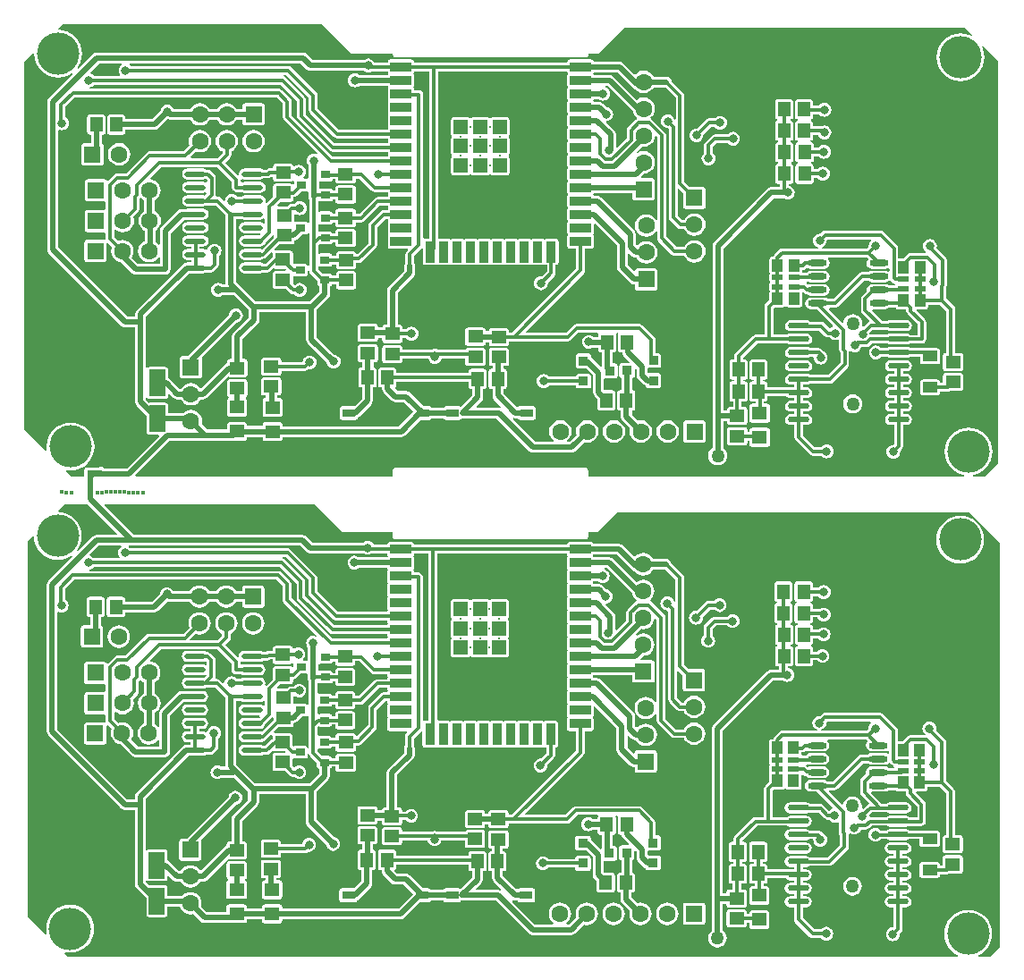
<source format=gtl>
G04 Layer_Physical_Order=1*
G04 Layer_Color=255*
%FSTAX24Y24*%
%MOIN*%
G70*
G01*
G75*
%ADD10R,0.0374X0.0354*%
%ADD11R,0.0551X0.0472*%
%ADD12R,0.0394X0.0457*%
%ADD13R,0.0394X0.0200*%
%ADD14R,0.0472X0.0551*%
%ADD15R,0.0550X0.0500*%
%ADD16R,0.0472X0.0315*%
%ADD17R,0.0591X0.0984*%
%ADD18R,0.0551X0.0394*%
%ADD19O,0.0709X0.0236*%
%ADD20R,0.0354X0.0276*%
%ADD21O,0.0800X0.0217*%
%ADD22R,0.0787X0.0354*%
%ADD23R,0.0354X0.0787*%
%ADD24R,0.0524X0.0524*%
%ADD25O,0.0787X0.0217*%
%ADD26C,0.0118*%
%ADD27C,0.0197*%
%ADD28R,0.0630X0.0630*%
%ADD29C,0.0630*%
%ADD30R,0.0630X0.0630*%
%ADD31C,0.0118*%
%ADD32C,0.1575*%
%ADD33C,0.0157*%
%ADD34C,0.0500*%
%ADD35C,0.0315*%
G36*
X023755Y044424D02*
X02382Y04438D01*
X023898Y044365D01*
X025884D01*
X025913Y044342D01*
X025976Y044316D01*
X026043Y044307D01*
X026111Y044316D01*
X026173Y044342D01*
X026186Y044352D01*
X026775D01*
Y044339D01*
X026783Y0443D01*
X026805Y044267D01*
Y044266D01*
X026783Y044232D01*
X02678Y044216D01*
X025709D01*
X025679Y044239D01*
X025617Y044265D01*
X025549Y044274D01*
X025482Y044265D01*
X02542Y044239D01*
X025366Y044198D01*
X025324Y044144D01*
X025299Y044081D01*
X02529Y044014D01*
X025299Y043947D01*
X025324Y043884D01*
X025366Y04383D01*
X02542Y043789D01*
X025482Y043763D01*
X025549Y043754D01*
X025617Y043763D01*
X025679Y043789D01*
X025709Y043812D01*
X02678D01*
X026783Y0438D01*
X026805Y043767D01*
Y043766D01*
X026783Y043732D01*
X026775Y043693D01*
Y043339D01*
X026783Y0433D01*
X026805Y043267D01*
Y043266D01*
X026783Y043232D01*
X026775Y043193D01*
Y042839D01*
X026783Y0428D01*
X026805Y042767D01*
Y042766D01*
X026783Y042732D01*
X026775Y042693D01*
Y042339D01*
X026783Y0423D01*
X026805Y042267D01*
Y042266D01*
X026783Y042232D01*
X026775Y042193D01*
Y042176D01*
X024955D01*
X024162Y042969D01*
Y043453D01*
X02415Y043515D01*
X024115Y043567D01*
X023186Y044497D01*
X023133Y044532D01*
X023071Y044544D01*
X0172D01*
X017184Y044566D01*
X017141Y044598D01*
X017154Y044648D01*
X02353D01*
X023755Y044424D01*
D02*
G37*
G36*
X014811Y046197D02*
X014811Y046197D01*
X015615D01*
X016713Y045099D01*
X016694Y045053D01*
X015933D01*
X015856Y045037D01*
X01579Y044993D01*
X015249Y044452D01*
X015212Y044486D01*
X015234Y044512D01*
X015316Y044667D01*
X015367Y044834D01*
X015384Y045008D01*
X015367Y045182D01*
X015316Y045349D01*
X015234Y045503D01*
X015123Y045638D01*
X014988Y045749D01*
X014833Y045832D01*
X014666Y045882D01*
X014526Y045896D01*
X014507Y045948D01*
X014781Y046222D01*
X014811Y046197D01*
D02*
G37*
G36*
X016859Y044598D02*
X016816Y044566D01*
X016775Y044512D01*
X016749Y044449D01*
X01674Y044382D01*
X016749Y044315D01*
X016775Y044252D01*
X016797Y044224D01*
X016772Y044174D01*
X01583D01*
X015814Y044195D01*
X01576Y044237D01*
X015697Y044263D01*
X015695Y044263D01*
X015679Y04431D01*
X016017Y044648D01*
X016846D01*
X016859Y044598D01*
D02*
G37*
G36*
X017985Y046193D02*
X018043Y046182D01*
X024078D01*
X025118Y045142D01*
X026972D01*
Y044985D01*
X02698Y044946D01*
X027002Y044913D01*
X027035Y044891D01*
X027074Y044883D01*
X03416D01*
X034199Y044891D01*
X034233Y044913D01*
X034255Y044946D01*
X034262Y044985D01*
Y045142D01*
X034614D01*
X035374Y045902D01*
X048449D01*
X049591Y04476D01*
Y029677D01*
X04924Y029327D01*
X048815D01*
X048803Y029377D01*
X048921Y02944D01*
X049056Y029551D01*
X049167Y029686D01*
X049249Y02984D01*
X0493Y030007D01*
X049317Y030181D01*
X0493Y030355D01*
X049249Y030522D01*
X049167Y030677D01*
X049056Y030812D01*
X048921Y030923D01*
X048766Y031005D01*
X048599Y031056D01*
X048425Y031073D01*
X048251Y031056D01*
X048084Y031005D01*
X04793Y030923D01*
X047795Y030812D01*
X047684Y030677D01*
X047601Y030522D01*
X047551Y030355D01*
X047533Y030181D01*
X047551Y030007D01*
X047601Y02984D01*
X047684Y029686D01*
X047795Y029551D01*
X04793Y02944D01*
X048047Y029377D01*
X048035Y029327D01*
X014862D01*
X014736Y029453D01*
X014762Y029495D01*
X014775Y029492D01*
X014949Y029474D01*
X015123Y029492D01*
X01529Y029542D01*
X015444Y029625D01*
X015579Y029736D01*
X01569Y029871D01*
X015773Y030025D01*
X015823Y030192D01*
X015841Y030366D01*
X015823Y03054D01*
X015773Y030707D01*
X01569Y030862D01*
X015579Y030997D01*
X015444Y031108D01*
X01529Y03119D01*
X015123Y031241D01*
X014949Y031258D01*
X014775Y031241D01*
X014608Y03119D01*
X014453Y031108D01*
X014318Y030997D01*
X014207Y030862D01*
X014125Y030707D01*
X014074Y03054D01*
X014057Y030366D01*
X014074Y030192D01*
X014078Y030179D01*
X014035Y030154D01*
X013374Y030815D01*
Y044815D01*
X013552Y044993D01*
X013604Y044974D01*
X013618Y044834D01*
X013668Y044667D01*
X013751Y044512D01*
X013862Y044377D01*
X013997Y044266D01*
X014151Y044184D01*
X014318Y044133D01*
X014492Y044116D01*
X014666Y044133D01*
X014833Y044184D01*
X014988Y044266D01*
X015014Y044288D01*
X015048Y044251D01*
X014135Y043338D01*
X014091Y043273D01*
X014076Y043195D01*
Y037718D01*
X014091Y037641D01*
X014135Y037575D01*
X016853Y034857D01*
X016919Y034813D01*
X016996Y034798D01*
X017361D01*
Y032028D01*
X017376Y03195D01*
X01742Y031885D01*
X017792Y031513D01*
Y030908D01*
X017799Y030869D01*
X017821Y030836D01*
X017854Y030814D01*
X017893Y030806D01*
X018484D01*
X018523Y030814D01*
X018556Y030836D01*
X018578Y030869D01*
X018586Y030908D01*
Y031195D01*
X019038D01*
X019074Y031108D01*
X019141Y031021D01*
X019228Y030955D01*
X019328Y030913D01*
X019437Y030899D01*
X019545Y030913D01*
X019553Y030916D01*
X019822Y030648D01*
X019887Y030604D01*
X019965Y030589D01*
X020835D01*
X020843Y030583D01*
X020882Y030576D01*
X021432D01*
X021471Y030583D01*
X021504Y030605D01*
X021526Y030638D01*
X021534Y030677D01*
Y030723D01*
X022107D01*
Y030674D01*
X022115Y030635D01*
X022137Y030601D01*
X02217Y030579D01*
X022209Y030572D01*
X022759D01*
X022798Y030579D01*
X022831Y030601D01*
X022853Y030635D01*
X022861Y030674D01*
Y030719D01*
X027276D01*
X027353Y030734D01*
X027419Y030778D01*
X027997Y031357D01*
X028315D01*
X028354Y031365D01*
X028387Y031387D01*
X028404Y031412D01*
X028868D01*
X028884Y031387D01*
X028917Y031365D01*
X028956Y031357D01*
X029429D01*
X029468Y031365D01*
X029501Y031387D01*
X029521Y031416D01*
X029543Y031412D01*
X03083D01*
X03205Y030192D01*
X032115Y030148D01*
X032193Y030132D01*
X033626D01*
X033703Y030148D01*
X033769Y030192D01*
X034098Y03052D01*
X0341Y030519D01*
X034208Y030505D01*
X034317Y030519D01*
X034418Y030561D01*
X034504Y030628D01*
X034571Y030714D01*
X034613Y030815D01*
X034627Y030924D01*
X034613Y031032D01*
X034571Y031133D01*
X034504Y031219D01*
X034418Y031286D01*
X034317Y031328D01*
X034208Y031342D01*
X0341Y031328D01*
X033999Y031286D01*
X033912Y031219D01*
X033846Y031133D01*
X033804Y031032D01*
X03379Y030924D01*
X033804Y030815D01*
X033809Y030804D01*
X033542Y030537D01*
X033468D01*
X033451Y030587D01*
X033504Y030628D01*
X033571Y030714D01*
X033613Y030815D01*
X033627Y030924D01*
X033613Y031032D01*
X033571Y031133D01*
X033504Y031219D01*
X033418Y031286D01*
X033317Y031328D01*
X033208Y031342D01*
X0331Y031328D01*
X032999Y031286D01*
X032912Y031219D01*
X032846Y031133D01*
X032804Y031032D01*
X03279Y030924D01*
X032804Y030815D01*
X032846Y030714D01*
X032912Y030628D01*
X032965Y030587D01*
X032948Y030537D01*
X032277D01*
X031442Y031372D01*
X031455Y031424D01*
X031458Y031427D01*
X031532Y031412D01*
X031624D01*
X03164Y031387D01*
X031673Y031365D01*
X031712Y031357D01*
X032185D01*
X032224Y031365D01*
X032257Y031387D01*
X032279Y03142D01*
X032287Y031459D01*
Y031774D01*
X032279Y031813D01*
X032257Y031846D01*
X032224Y031868D01*
X032185Y031876D01*
X031712D01*
X031673Y031868D01*
X03164Y031846D01*
X031582Y031849D01*
X031082Y032349D01*
Y032508D01*
X031112D01*
X031151Y032516D01*
X031184Y032538D01*
X031206Y032571D01*
X031214Y03261D01*
Y033161D01*
X031206Y0332D01*
X031184Y033233D01*
X031151Y033255D01*
X031112Y033263D01*
X031082D01*
Y033363D01*
X031193D01*
X031232Y03337D01*
X031265Y033393D01*
X031287Y033426D01*
X031295Y033465D01*
Y033937D01*
X031287Y033976D01*
X031265Y034009D01*
X031232Y034031D01*
X031193Y034039D01*
X030642D01*
X030603Y034031D01*
X03057Y034009D01*
X030548Y033976D01*
X03054Y033937D01*
Y033465D01*
X030548Y033426D01*
X03057Y033393D01*
X030603Y03337D01*
X030642Y033363D01*
X030678D01*
Y033263D01*
X03064D01*
X030601Y033255D01*
X030568Y033233D01*
X030546Y0332D01*
X030538Y033161D01*
Y03261D01*
X030546Y032571D01*
X030568Y032538D01*
X030601Y032516D01*
X03064Y032508D01*
X030678D01*
Y032266D01*
X030693Y032188D01*
X030737Y032122D01*
X031003Y031857D01*
X03099Y031804D01*
X030987Y031802D01*
X030913Y031816D01*
X030097D01*
X030078Y031863D01*
X030275Y03206D01*
X030319Y032126D01*
X030334Y032203D01*
Y032508D01*
X030364D01*
X030403Y032516D01*
X030436Y032538D01*
X030458Y032571D01*
X030466Y03261D01*
Y033161D01*
X030458Y0332D01*
X030436Y033233D01*
X030403Y033255D01*
X030364Y033263D01*
X029892D01*
X029853Y033255D01*
X02982Y033233D01*
X029798Y0332D01*
X02979Y033161D01*
Y033098D01*
X0271D01*
Y033214D01*
X027092Y033253D01*
X02707Y033286D01*
X027037Y033308D01*
X026998Y033315D01*
X026525D01*
X026486Y033308D01*
X026453Y033286D01*
X026431Y033253D01*
X026423Y033214D01*
Y032662D01*
X026431Y032623D01*
X026453Y03259D01*
X026486Y032568D01*
X026525Y03256D01*
X026563D01*
Y032518D01*
X026579Y032441D01*
X026622Y032375D01*
X026916Y032081D01*
X026982Y032037D01*
X027059Y032022D01*
X027389D01*
X027739Y031671D01*
X027192Y031124D01*
X022861D01*
Y031174D01*
X022853Y031213D01*
X022831Y031246D01*
X022798Y031268D01*
X022759Y031275D01*
X022209D01*
X02217Y031268D01*
X022137Y031246D01*
X022115Y031213D01*
X022107Y031174D01*
Y031128D01*
X021534D01*
Y031177D01*
X021526Y031216D01*
X021504Y03125D01*
X021471Y031272D01*
X021432Y031279D01*
X020882D01*
X020843Y031272D01*
X02081Y03125D01*
X020788Y031216D01*
X02078Y031177D01*
Y030994D01*
X020048D01*
X019839Y031203D01*
X019841Y031209D01*
X019855Y031317D01*
X019841Y031426D01*
X019799Y031527D01*
X019733Y031613D01*
X019646Y03168D01*
X019545Y031722D01*
X019437Y031736D01*
X019328Y031722D01*
X019228Y03168D01*
X019141Y031613D01*
X019131Y0316D01*
X018586D01*
Y031892D01*
X018578Y031931D01*
X018556Y031964D01*
X018523Y031986D01*
X018484Y031994D01*
X017893D01*
X017884Y031992D01*
X017765Y032111D01*
Y032168D01*
X017815Y032183D01*
X017821Y032174D01*
X017854Y032152D01*
X017893Y032144D01*
X018484D01*
X018523Y032152D01*
X018556Y032174D01*
X018578Y032207D01*
X018586Y032246D01*
Y032311D01*
X018632Y03233D01*
X01879Y032172D01*
X018856Y032128D01*
X018933Y032113D01*
X019072D01*
X019074Y032108D01*
X019141Y032021D01*
X019228Y031955D01*
X019328Y031913D01*
X019437Y031899D01*
X019545Y031913D01*
X019646Y031955D01*
X019733Y032021D01*
X019799Y032108D01*
X019801Y032113D01*
X01989D01*
X019967Y032128D01*
X020033Y032172D01*
X020834Y032973D01*
X02085Y032961D01*
X020889Y032954D01*
X02144D01*
X021479Y032961D01*
X021513Y032984D01*
X021535Y033017D01*
X021542Y033056D01*
Y033528D01*
X021535Y033567D01*
X021513Y0336D01*
X021479Y033622D01*
X02144Y03363D01*
X021371D01*
Y03438D01*
X021934Y034944D01*
X021978Y035009D01*
X021994Y035087D01*
Y03538D01*
X023727D01*
Y034358D01*
X023742Y034281D01*
X023786Y034215D01*
X0245Y033501D01*
X024505Y033464D01*
X024531Y033402D01*
X024572Y033348D01*
X024626Y033307D01*
X024689Y033281D01*
X024756Y033272D01*
X024823Y033281D01*
X024886Y033307D01*
X02494Y033348D01*
X024981Y033402D01*
X025007Y033464D01*
X025016Y033531D01*
X025007Y033599D01*
X024981Y033661D01*
X02494Y033715D01*
X024886Y033756D01*
X024823Y033782D01*
X024786Y033787D01*
X024131Y034442D01*
Y035471D01*
X024576Y035916D01*
X02462Y035982D01*
X024635Y036059D01*
Y036339D01*
X024645Y036341D01*
X024678Y036363D01*
X0247Y036396D01*
X024703Y036409D01*
X024846D01*
Y036327D01*
X024854Y036288D01*
X024876Y036255D01*
X024909Y036233D01*
X024948Y036225D01*
X025499D01*
X025538Y036233D01*
X025572Y036255D01*
X025594Y036288D01*
X025601Y036327D01*
Y0368D01*
X025594Y036839D01*
X025572Y036872D01*
X025538Y036894D01*
X025499Y036902D01*
X024948D01*
X024909Y036894D01*
X024876Y036872D01*
X024854Y036839D01*
X024846Y0368D01*
Y036733D01*
X024704D01*
X0247Y03675D01*
X024678Y036783D01*
X024645Y036805D01*
X024606Y036813D01*
X024346D01*
X024174Y036985D01*
Y037055D01*
X024188Y037067D01*
X024224Y037087D01*
X024252Y037081D01*
X024606D01*
X024645Y037089D01*
X024678Y037111D01*
X0247Y037144D01*
X024703Y037157D01*
X024846D01*
Y037075D01*
X024854Y037036D01*
X024876Y037003D01*
X024909Y036981D01*
X024948Y036973D01*
X025499D01*
X025538Y036981D01*
X025572Y037003D01*
X025594Y037036D01*
X025601Y037075D01*
Y037204D01*
X025701D01*
X025763Y037216D01*
X025815Y037251D01*
X026335Y037771D01*
X02637Y037824D01*
X026383Y037886D01*
Y038531D01*
X026703Y038852D01*
X026775D01*
Y038839D01*
X026783Y0388D01*
X026805Y038767D01*
Y038766D01*
X026783Y038732D01*
X026775Y038693D01*
Y038339D01*
X026783Y0383D01*
X026805Y038267D01*
Y038266D01*
X026783Y038232D01*
X026775Y038193D01*
Y037839D01*
X026783Y0378D01*
X026805Y037767D01*
X026838Y037745D01*
X026877Y037737D01*
X027513D01*
X027532Y037691D01*
X027484Y037642D01*
X027449Y03759D01*
X027436Y037528D01*
Y037221D01*
X027412Y037184D01*
X027396Y037106D01*
Y036922D01*
X026809Y036336D01*
X026766Y03627D01*
X02675Y036193D01*
Y034902D01*
X026673D01*
X026634Y034894D01*
X026601Y034872D01*
X026579Y034839D01*
X026571Y0348D01*
Y034799D01*
X026413D01*
Y034835D01*
X026405Y034874D01*
X026383Y034907D01*
X02635Y034929D01*
X026311Y034937D01*
X02576D01*
X025721Y034929D01*
X025688Y034907D01*
X025666Y034874D01*
X025658Y034835D01*
Y034362D01*
X025666Y034323D01*
X025688Y03429D01*
X025721Y034268D01*
X02576Y03426D01*
X026311D01*
X02635Y034268D01*
X026383Y03429D01*
X026405Y034323D01*
X026413Y034362D01*
Y034394D01*
X026571D01*
Y034327D01*
X026579Y034288D01*
X026601Y034255D01*
X026634Y034233D01*
X026673Y034225D01*
X027224D01*
X027263Y034233D01*
X027296Y034255D01*
X027318Y034288D01*
X027326Y034327D01*
Y034413D01*
X027461D01*
X027478Y034391D01*
X027532Y03435D01*
X027594Y034324D01*
X027661Y034315D01*
X027729Y034324D01*
X027791Y03435D01*
X027845Y034391D01*
X027886Y034445D01*
X027912Y034508D01*
X027921Y034575D01*
X027912Y034642D01*
X027886Y034705D01*
X027845Y034758D01*
X027791Y0348D01*
X027729Y034826D01*
X027661Y034834D01*
X027594Y034826D01*
X027532Y0348D01*
X027478Y034758D01*
X027461Y034737D01*
X027326D01*
Y0348D01*
X027318Y034839D01*
X027296Y034872D01*
X027263Y034894D01*
X027224Y034902D01*
X027155D01*
Y036109D01*
X027741Y036696D01*
X027785Y036761D01*
X027801Y036839D01*
Y037106D01*
X027785Y037184D01*
X027761Y037221D01*
Y03746D01*
X028038Y037738D01*
X028076Y037727D01*
X028088Y037719D01*
Y037229D01*
X028096Y03719D01*
X028118Y037157D01*
X028151Y037135D01*
X02819Y037127D01*
X028544D01*
X028583Y037135D01*
X028616Y037157D01*
X028618D01*
X028651Y037135D01*
X02869Y037127D01*
X029044D01*
X029083Y037135D01*
X029116Y037157D01*
X029118D01*
X029151Y037135D01*
X02919Y037127D01*
X029544D01*
X029583Y037135D01*
X029616Y037157D01*
X029618D01*
X029651Y037135D01*
X02969Y037127D01*
X030044D01*
X030083Y037135D01*
X030116Y037157D01*
X030118D01*
X030151Y037135D01*
X03019Y037127D01*
X030544D01*
X030583Y037135D01*
X030616Y037157D01*
X030618D01*
X030651Y037135D01*
X03069Y037127D01*
X031044D01*
X031083Y037135D01*
X031116Y037157D01*
X031118D01*
X031151Y037135D01*
X03119Y037127D01*
X031544D01*
X031583Y037135D01*
X031616Y037157D01*
X031618D01*
X031651Y037135D01*
X03169Y037127D01*
X032044D01*
X032083Y037135D01*
X032116Y037157D01*
X032118D01*
X032151Y037135D01*
X03219Y037127D01*
X032544D01*
X032583Y037135D01*
X032616Y037157D01*
X032618D01*
X032651Y037135D01*
X03269Y037127D01*
X032709D01*
Y036903D01*
X032515Y036709D01*
X032488Y036712D01*
X032421Y036704D01*
X032358Y036678D01*
X032305Y036636D01*
X032263Y036583D01*
X032237Y03652D01*
X032228Y036453D01*
X032237Y036386D01*
X032263Y036323D01*
X032305Y036269D01*
X032358Y036228D01*
X032421Y036202D01*
X032488Y036193D01*
X032555Y036202D01*
X032618Y036228D01*
X032672Y036269D01*
X032713Y036323D01*
X032739Y036386D01*
X032748Y036453D01*
X032744Y03648D01*
X032986Y036721D01*
X033021Y036774D01*
X033033Y036836D01*
Y037127D01*
X033044D01*
X033083Y037135D01*
X033116Y037157D01*
X033138Y03719D01*
X033146Y037229D01*
Y038016D01*
X033138Y038055D01*
X033116Y038088D01*
X033083Y03811D01*
X033044Y038118D01*
X03269D01*
X032651Y03811D01*
X032618Y038088D01*
X032616D01*
X032583Y03811D01*
X032544Y038118D01*
X03219D01*
X032151Y03811D01*
X032118Y038088D01*
X032116D01*
X032083Y03811D01*
X032044Y038118D01*
X03169D01*
X031651Y03811D01*
X031618Y038088D01*
X031616D01*
X031583Y03811D01*
X031544Y038118D01*
X03119D01*
X031151Y03811D01*
X031118Y038088D01*
X031116D01*
X031083Y03811D01*
X031044Y038118D01*
X03069D01*
X030651Y03811D01*
X030618Y038088D01*
X030616D01*
X030583Y03811D01*
X030544Y038118D01*
X03019D01*
X030151Y03811D01*
X030118Y038088D01*
X030116D01*
X030083Y03811D01*
X030044Y038118D01*
X02969D01*
X029651Y03811D01*
X029618Y038088D01*
X029616D01*
X029583Y03811D01*
X029544Y038118D01*
X02919D01*
X029151Y03811D01*
X029118Y038088D01*
X029116D01*
X029083Y03811D01*
X029044Y038118D01*
X02869D01*
X028642Y03816D01*
Y044352D01*
X033468D01*
Y044339D01*
X033476Y0443D01*
X033498Y044267D01*
Y044266D01*
X033476Y044232D01*
X033468Y044193D01*
Y043839D01*
X033476Y0438D01*
X033498Y043767D01*
Y043766D01*
X033476Y043732D01*
X033468Y043693D01*
Y043339D01*
X033476Y0433D01*
X033498Y043267D01*
Y043266D01*
X033476Y043232D01*
X033468Y043193D01*
Y042839D01*
X033476Y0428D01*
X033498Y042767D01*
Y042766D01*
X033476Y042732D01*
X033468Y042693D01*
Y042339D01*
X033476Y0423D01*
X033498Y042267D01*
Y042266D01*
X033476Y042232D01*
X033468Y042193D01*
Y041839D01*
X033476Y0418D01*
X033498Y041767D01*
Y041766D01*
X033476Y041732D01*
X033468Y041693D01*
Y041339D01*
X033476Y0413D01*
X033498Y041267D01*
Y041266D01*
X033476Y041232D01*
X033468Y041193D01*
Y040839D01*
X033476Y0408D01*
X033498Y040767D01*
Y040766D01*
X033476Y040732D01*
X033468Y040693D01*
Y040339D01*
X033476Y0403D01*
X033498Y040267D01*
Y040266D01*
X033476Y040232D01*
X033468Y040193D01*
Y039839D01*
X033476Y0398D01*
X033498Y039767D01*
Y039766D01*
X033476Y039732D01*
X033468Y039693D01*
Y039339D01*
X033476Y0393D01*
X033498Y039267D01*
Y039266D01*
X033476Y039232D01*
X033468Y039193D01*
Y038839D01*
X033476Y0388D01*
X033498Y038767D01*
Y038766D01*
X033476Y038732D01*
X033468Y038693D01*
Y038339D01*
X033476Y0383D01*
X033498Y038267D01*
Y038266D01*
X033476Y038232D01*
X033468Y038193D01*
Y037839D01*
X033476Y0378D01*
X033498Y037767D01*
X033531Y037745D01*
X03357Y037737D01*
X033806D01*
Y037007D01*
X031407Y034609D01*
X031295D01*
Y034685D01*
X031287Y034724D01*
X031265Y034757D01*
X031232Y034779D01*
X031193Y034787D01*
X030642D01*
X030603Y034779D01*
X03057Y034757D01*
X030548Y034724D01*
X03054Y034685D01*
Y034661D01*
X03042D01*
Y034697D01*
X030413Y034736D01*
X03039Y034769D01*
X030357Y034792D01*
X030318Y034799D01*
X029767D01*
X029728Y034792D01*
X029695Y034769D01*
X029673Y034736D01*
X029665Y034697D01*
Y034225D01*
X029673Y034186D01*
X029695Y034153D01*
X029728Y034131D01*
X029767Y034123D01*
X030318D01*
X030357Y034131D01*
X03039Y034153D01*
X030413Y034186D01*
X03042Y034225D01*
Y034257D01*
X03054D01*
Y034213D01*
X030548Y034174D01*
X03057Y034141D01*
X030603Y034118D01*
X030642Y034111D01*
X031193D01*
X031232Y034118D01*
X031265Y034141D01*
X031287Y034174D01*
X031295Y034213D01*
Y034284D01*
X033486D01*
X033548Y034297D01*
X033601Y034332D01*
X033882Y034613D01*
X034599D01*
X034626Y034563D01*
X034624Y034561D01*
X034617Y034522D01*
Y034447D01*
X034456D01*
X034455Y034447D01*
X034402Y034489D01*
X034339Y034515D01*
X034272Y034523D01*
X034204Y034515D01*
X034142Y034489D01*
X034088Y034447D01*
X034047Y034394D01*
X034021Y034331D01*
X034012Y034264D01*
X034021Y034197D01*
X034047Y034134D01*
X034088Y03408D01*
X034142Y034039D01*
X034204Y034013D01*
X034272Y034004D01*
X034339Y034013D01*
X034402Y034039D01*
X034406Y034042D01*
X034617D01*
Y033971D01*
X034624Y033932D01*
X034646Y033899D01*
X03468Y033877D01*
X034719Y033869D01*
X034757D01*
Y033351D01*
X03471Y033332D01*
X034356Y033686D01*
Y033735D01*
X034348Y033774D01*
X034326Y033807D01*
X034293Y033829D01*
X034254Y033837D01*
X03388D01*
X033841Y033829D01*
X033808Y033807D01*
X033786Y033774D01*
X033778Y033735D01*
Y03338D01*
X033786Y033341D01*
X033808Y033308D01*
X033841Y033286D01*
X03388Y033278D01*
X034192D01*
X034428Y033042D01*
Y03238D01*
X034443Y032303D01*
X034487Y032237D01*
X034581Y032143D01*
Y031814D01*
X034589Y031775D01*
X034611Y031742D01*
X034644Y031719D01*
X034683Y031712D01*
X035156D01*
X035195Y031719D01*
X035228Y031742D01*
X03525Y031775D01*
X035257Y031814D01*
Y032365D01*
X03525Y032404D01*
X035228Y032437D01*
X035195Y032459D01*
X035156Y032467D01*
X034832D01*
Y032878D01*
X034864Y032904D01*
X035238D01*
X035277Y032912D01*
X03531Y032934D01*
X035332Y032967D01*
X03534Y033006D01*
Y033361D01*
X035332Y0334D01*
X03531Y033433D01*
X035277Y033455D01*
X035238Y033463D01*
X035161D01*
Y033869D01*
X035191D01*
X03523Y033877D01*
X035263Y033899D01*
X035285Y033932D01*
X035293Y033971D01*
Y034522D01*
X035287Y034554D01*
X035316Y034598D01*
X035341D01*
X035371Y034554D01*
X035365Y034522D01*
Y033971D01*
X035372Y033932D01*
X035394Y033899D01*
X035428Y033877D01*
X035467Y033869D01*
X035508D01*
X03552Y033806D01*
X035564Y033741D01*
X03578Y033524D01*
X035761Y033478D01*
X035506D01*
X035467Y03347D01*
X035434Y033448D01*
X035411Y033415D01*
X035404Y033376D01*
Y033022D01*
X035411Y032983D01*
X035434Y03295D01*
X035467Y032928D01*
X035495Y032922D01*
Y032467D01*
X035431D01*
X035392Y032459D01*
X035359Y032437D01*
X035337Y032404D01*
X035329Y032365D01*
Y031814D01*
X035337Y031775D01*
X035359Y031742D01*
X035392Y031719D01*
X035431Y031712D01*
X035469D01*
Y031462D01*
X035485Y031385D01*
X035528Y031319D01*
X035808Y03104D01*
X035804Y031032D01*
X03579Y030924D01*
X035804Y030815D01*
X035846Y030714D01*
X035912Y030628D01*
X035999Y030561D01*
X0361Y030519D01*
X036208Y030505D01*
X036317Y030519D01*
X036418Y030561D01*
X036504Y030628D01*
X036571Y030714D01*
X036613Y030815D01*
X036627Y030924D01*
X036613Y031032D01*
X036571Y031133D01*
X036504Y031219D01*
X036418Y031286D01*
X036317Y031328D01*
X036208Y031342D01*
X0361Y031328D01*
X036094Y031325D01*
X035874Y031546D01*
Y031712D01*
X035904D01*
X035943Y031719D01*
X035976Y031742D01*
X035998Y031775D01*
X036006Y031814D01*
Y032365D01*
X035998Y032404D01*
X035976Y032437D01*
X035943Y032459D01*
X035904Y032467D01*
X035899D01*
Y032924D01*
X035919Y032928D01*
X035952Y03295D01*
X035974Y032983D01*
X035982Y033022D01*
Y033243D01*
X036029Y033264D01*
X036058Y033241D01*
Y03302D01*
X036073Y032942D01*
X036117Y032877D01*
X036314Y03268D01*
X036379Y032636D01*
X036391Y032634D01*
X036396Y032609D01*
X036418Y032576D01*
X036451Y032554D01*
X03649Y032546D01*
X036864D01*
X036903Y032554D01*
X036936Y032576D01*
X036958Y032609D01*
X036966Y032648D01*
Y033002D01*
X036958Y033041D01*
X036936Y033074D01*
X036903Y033096D01*
X036864Y033104D01*
X03649D01*
X036462Y03315D01*
Y033271D01*
X03649Y033294D01*
X036864D01*
X036903Y033302D01*
X036936Y033324D01*
X036958Y033357D01*
X036966Y033396D01*
Y03375D01*
X036958Y033789D01*
X036936Y033822D01*
X036903Y033844D01*
X036864Y033852D01*
X036761D01*
Y034335D01*
X036748Y034397D01*
X036713Y034449D01*
X036272Y03489D01*
X03622Y034925D01*
X036157Y034938D01*
X033815D01*
X033753Y034925D01*
X0337Y03489D01*
X033419Y034609D01*
X031931D01*
X031912Y034655D01*
X034082Y036825D01*
X034118Y036878D01*
X03413Y03694D01*
Y037737D01*
X034357D01*
X034396Y037745D01*
X034429Y037767D01*
X034451Y0378D01*
X034459Y037839D01*
Y038193D01*
X034451Y038232D01*
X03443Y038266D01*
X034451Y0383D01*
X034459Y038339D01*
Y038641D01*
X034509Y038661D01*
X03532Y037851D01*
Y037041D01*
X035335Y036964D01*
X035379Y036898D01*
X035822Y036455D01*
X035887Y036412D01*
X035965Y036396D01*
X035992D01*
Y036286D01*
X036Y036247D01*
X036022Y036214D01*
X036055Y036192D01*
X036094Y036184D01*
X036724D01*
X036763Y036192D01*
X036796Y036214D01*
X036818Y036247D01*
X036826Y036286D01*
Y036916D01*
X036818Y036955D01*
X036796Y036988D01*
X036763Y03701D01*
X036724Y037018D01*
X036094D01*
X036055Y03701D01*
X036022Y036988D01*
X036Y036955D01*
X035994Y036926D01*
X035948Y036901D01*
X035724Y037125D01*
Y03755D01*
X035771Y037569D01*
X035884Y037455D01*
X03595Y037412D01*
X036028Y037396D01*
X036045D01*
X036047Y037391D01*
X036113Y037305D01*
X0362Y037238D01*
X036301Y037196D01*
X036409Y037182D01*
X036518Y037196D01*
X036619Y037238D01*
X036705Y037305D01*
X036772Y037391D01*
X036814Y037492D01*
X036828Y037601D01*
X036814Y037709D01*
X036772Y03781D01*
X036705Y037897D01*
X036619Y037963D01*
X036518Y038005D01*
X036409Y038019D01*
X036301Y038005D01*
X0362Y037963D01*
X036113Y037897D01*
X036105Y037886D01*
X036049Y037882D01*
X036021Y037908D01*
Y038283D01*
X036006Y038361D01*
X035962Y038427D01*
X034731Y039657D01*
X034666Y039701D01*
X034588Y039716D01*
X034455D01*
X034451Y039732D01*
X03443Y039766D01*
X034451Y0398D01*
X034454Y039812D01*
X035898D01*
Y039644D01*
X035906Y039605D01*
X035928Y039572D01*
X035961Y03955D01*
X036Y039542D01*
X03663D01*
X036669Y03955D01*
X036702Y039572D01*
X036724Y039605D01*
X036732Y039644D01*
Y040274D01*
X036724Y040313D01*
X036702Y040346D01*
X036669Y040368D01*
X03663Y040376D01*
X036227D01*
X036208Y040422D01*
X036328Y040542D01*
X036423Y040555D01*
X036524Y040596D01*
X036611Y040663D01*
X036677Y04075D01*
X036719Y040851D01*
X036733Y040959D01*
X036719Y041067D01*
X036677Y041168D01*
X036611Y041255D01*
X036524Y041321D01*
X036423Y041363D01*
X036315Y041378D01*
X036206Y041363D01*
X036105Y041321D01*
X036083Y041304D01*
X03605Y041342D01*
X036256Y041548D01*
X036315Y04154D01*
X036423Y041555D01*
X036524Y041596D01*
X036611Y041663D01*
X036677Y04175D01*
X036719Y041851D01*
X036728Y041918D01*
X036781Y041936D01*
X036818Y041898D01*
Y038829D01*
X036784Y038815D01*
X036768Y038815D01*
X036705Y038897D01*
X036619Y038963D01*
X036518Y039005D01*
X036409Y039019D01*
X036301Y039005D01*
X0362Y038963D01*
X036113Y038897D01*
X036047Y03881D01*
X036005Y038709D01*
X035991Y038601D01*
X036005Y038492D01*
X036047Y038391D01*
X036113Y038305D01*
X0362Y038238D01*
X036301Y038196D01*
X036409Y038182D01*
X036518Y038196D01*
X036619Y038238D01*
X036705Y038305D01*
X036768Y038387D01*
X036784Y038387D01*
X036818Y038373D01*
Y03813D01*
X03683Y038068D01*
X036866Y038015D01*
X037358Y037523D01*
X03741Y037488D01*
X037472Y037476D01*
X037823D01*
X037842Y037429D01*
X037909Y037342D01*
X037995Y037275D01*
X038096Y037234D01*
X038205Y037219D01*
X038313Y037234D01*
X038414Y037275D01*
X038501Y037342D01*
X038567Y037429D01*
X038609Y037529D01*
X038623Y037638D01*
X038609Y037746D01*
X038567Y037847D01*
X038501Y037934D01*
X038414Y038D01*
X038313Y038042D01*
X038205Y038056D01*
X038096Y038042D01*
X037995Y038D01*
X037909Y037934D01*
X037842Y037847D01*
X037823Y0378D01*
X03754D01*
X037142Y038197D01*
Y041966D01*
X03713Y042028D01*
X037095Y04208D01*
X03663Y042545D01*
X036582Y042578D01*
X036576Y042595D01*
X036571Y042633D01*
X036611Y042663D01*
X036677Y04275D01*
X036719Y042851D01*
X036733Y042959D01*
X036719Y043067D01*
X036677Y043168D01*
X036611Y043255D01*
X036524Y043321D01*
X036423Y043363D01*
X036315Y043378D01*
X036206Y043363D01*
X036105Y043321D01*
X036061Y043288D01*
X035192Y044157D01*
X035126Y044201D01*
X035049Y044216D01*
X034455D01*
X034451Y044232D01*
X03443Y044266D01*
X034451Y0443D01*
X034454Y044312D01*
X035331D01*
X035912Y043731D01*
X035978Y043687D01*
X036004Y043682D01*
X036019Y043663D01*
X036105Y043597D01*
X036206Y043555D01*
X036315Y04354D01*
X036423Y043555D01*
X036524Y043597D01*
X036611Y043663D01*
X036677Y04375D01*
X036679Y043754D01*
X037134D01*
X037511Y043378D01*
Y042569D01*
X037463Y042559D01*
X037438Y042622D01*
X037396Y042676D01*
X037342Y042717D01*
X03728Y042743D01*
X037213Y042752D01*
X037145Y042743D01*
X037083Y042717D01*
X037029Y042676D01*
X036988Y042622D01*
X036962Y042559D01*
X036953Y042492D01*
X036962Y042425D01*
X036988Y042362D01*
X037029Y042308D01*
X037083Y042267D01*
X037145Y042241D01*
X037213Y042232D01*
X037251Y042189D01*
Y038909D01*
X037264Y038847D01*
X037299Y038795D01*
X03757Y038523D01*
X037623Y038488D01*
X037685Y038476D01*
X037823D01*
X037842Y038429D01*
X037909Y038342D01*
X037995Y038275D01*
X038096Y038234D01*
X038205Y038219D01*
X038313Y038234D01*
X038414Y038275D01*
X038501Y038342D01*
X038567Y038429D01*
X038609Y038529D01*
X038623Y038638D01*
X038609Y038746D01*
X038567Y038847D01*
X038501Y038934D01*
X038414Y039D01*
X038313Y039042D01*
X038205Y039056D01*
X038096Y039042D01*
X037995Y039D01*
X037909Y038934D01*
X037842Y038847D01*
X037823Y0388D01*
X037752D01*
X037576Y038977D01*
Y039972D01*
X037622Y039991D01*
X037788Y039825D01*
Y039323D01*
X037796Y039284D01*
X037818Y039251D01*
X037851Y039229D01*
X03789Y039221D01*
X03852D01*
X038559Y039229D01*
X038592Y039251D01*
X038614Y039284D01*
X038622Y039323D01*
Y039953D01*
X038614Y039992D01*
X038592Y040025D01*
X038559Y040047D01*
X03852Y040055D01*
X038017D01*
X037835Y040236D01*
Y043445D01*
X037823Y043507D01*
X037788Y04356D01*
X037357Y04399D01*
X037348Y044034D01*
X037304Y0441D01*
X037239Y044144D01*
X037161Y044159D01*
X036681D01*
X036677Y044168D01*
X036611Y044255D01*
X036524Y044321D01*
X036423Y044363D01*
X036315Y044378D01*
X036206Y044363D01*
X036105Y044321D01*
X036019Y044255D01*
X036016Y044252D01*
X035967Y044249D01*
X035558Y044657D01*
X035493Y044701D01*
X035415Y044716D01*
X034455D01*
X034451Y044732D01*
X034429Y044766D01*
X034396Y044788D01*
X034357Y044795D01*
X03357D01*
X033531Y044788D01*
X033498Y044766D01*
X033476Y044732D01*
X033468Y044693D01*
Y044676D01*
X027766D01*
Y044693D01*
X027759Y044732D01*
X027736Y044766D01*
X027703Y044788D01*
X027664Y044795D01*
X026877D01*
X026838Y044788D01*
X026805Y044766D01*
X026783Y044732D01*
X026775Y044693D01*
Y044676D01*
X026277D01*
X026268Y044697D01*
X026227Y044751D01*
X026173Y044792D01*
X026111Y044818D01*
X026043Y044827D01*
X025976Y044818D01*
X025913Y044792D01*
X025884Y044769D01*
X023981D01*
X023757Y044993D01*
X023692Y045037D01*
X023614Y045053D01*
X017332D01*
X016234Y046151D01*
X016253Y046197D01*
X01798D01*
X017985Y046193D01*
D02*
G37*
G36*
X035908Y042869D02*
X03591Y042851D01*
X035952Y04275D01*
X036019Y042663D01*
X03606Y042631D01*
X03606Y042612D01*
X036052Y042575D01*
X036008Y042545D01*
X03573Y042268D01*
X035695Y042215D01*
X035683Y042153D01*
Y041854D01*
X035327Y041499D01*
X035277Y041519D01*
Y042D01*
X035262Y042077D01*
X035218Y042143D01*
X034911Y04245D01*
X034933Y042498D01*
X034985Y042505D01*
X035047Y042531D01*
X035101Y042572D01*
X035142Y042626D01*
X035168Y042689D01*
X035177Y042756D01*
X035168Y042823D01*
X035142Y042886D01*
X035101Y04294D01*
X035047Y042981D01*
X034985Y043007D01*
X034948Y043012D01*
X034802Y043157D01*
X034737Y043201D01*
X034659Y043216D01*
X034455D01*
X034451Y043232D01*
X03443Y043266D01*
X034451Y0433D01*
X034454Y043312D01*
X034642D01*
X034671Y043289D01*
X034734Y043263D01*
X034801Y043254D01*
X034868Y043263D01*
X034931Y043289D01*
X034985Y04333D01*
X035026Y043384D01*
X035052Y043447D01*
X035061Y043514D01*
X035052Y043581D01*
X035026Y043644D01*
X034985Y043698D01*
X034931Y043739D01*
X034868Y043765D01*
X034879Y043812D01*
X034965D01*
X035908Y042869D01*
D02*
G37*
G36*
X015728Y047055D02*
X015657Y04702D01*
X015711Y047073D01*
X015728Y047055D01*
D02*
G37*
G36*
X023865Y056286D02*
Y055921D01*
Y055085D01*
X023815Y05508D01*
X023811Y055104D01*
X023788Y055137D01*
X023755Y055159D01*
X023716Y055167D01*
X023362D01*
X023323Y055159D01*
X023308Y055149D01*
X023263Y055179D01*
Y055544D01*
X023255Y055583D01*
X023233Y055616D01*
X0232Y055638D01*
X023161Y055646D01*
X02261D01*
X022569Y055689D01*
X022568Y055701D01*
X022742Y055874D01*
X023201D01*
X02324Y055882D01*
X023273Y055904D01*
X023295Y055937D01*
X023303Y055976D01*
Y056013D01*
X023355Y056023D01*
X02342Y056067D01*
X023608Y056255D01*
X023732D01*
X023771Y056262D01*
X023804Y056285D01*
X023815Y056301D01*
X023865Y056286D01*
D02*
G37*
G36*
X028334Y056099D02*
X028206D01*
X028167Y056091D01*
X028161Y056087D01*
X028111Y056114D01*
Y061469D01*
X028099Y061531D01*
X028063Y061583D01*
X028011Y061618D01*
X027949Y061631D01*
X027782D01*
Y061674D01*
X027774Y061713D01*
X027752Y061746D01*
Y061747D01*
X027774Y06178D01*
X027782Y061819D01*
Y062174D01*
X027774Y062213D01*
X027752Y062246D01*
Y062247D01*
X027774Y06228D01*
X027782Y062319D01*
Y062332D01*
X028334D01*
Y056099D01*
D02*
G37*
G36*
X029806Y05059D02*
X029813Y050551D01*
X029835Y050518D01*
X029868Y050496D01*
X029908Y050488D01*
X029946D01*
Y050267D01*
X02951Y049831D01*
X029484Y049848D01*
X029445Y049856D01*
X028972D01*
X028933Y049848D01*
X0289Y049826D01*
X02888Y049797D01*
X028422D01*
X028403Y049826D01*
X02837Y049848D01*
X028331Y049856D01*
X028123D01*
X027631Y050348D01*
X027566Y050392D01*
X027488Y050407D01*
X027159D01*
X027062Y050503D01*
X027074Y050563D01*
X027085Y050571D01*
X027108Y050604D01*
X027115Y050643D01*
Y050754D01*
X029806D01*
Y05059D01*
D02*
G37*
G36*
X016177Y047433D02*
Y047217D01*
X015854D01*
X015711Y047073D01*
X015591Y047193D01*
Y047469D01*
X016071D01*
X016106Y047504D01*
X016177Y047433D01*
D02*
G37*
G36*
X013602Y062995D02*
X013617Y062984D01*
X013633Y062814D01*
X013684Y062647D01*
X013766Y062493D01*
X013877Y062358D01*
X014012Y062247D01*
X014167Y062164D01*
X014334Y062114D01*
X014508Y062096D01*
X014682Y062114D01*
X014849Y062164D01*
X015003Y062247D01*
X01503Y062269D01*
X015064Y062232D01*
X014151Y061319D01*
X014107Y061253D01*
X014091Y061176D01*
Y055698D01*
X014107Y055621D01*
X014151Y055555D01*
X016869Y052837D01*
X016934Y052793D01*
X017012Y052778D01*
X017376D01*
Y050008D01*
X017392Y04993D01*
X017436Y049865D01*
X017807Y049493D01*
Y048888D01*
X017815Y048849D01*
X017837Y048816D01*
X01787Y048794D01*
X017909Y048786D01*
X018246D01*
X018265Y04874D01*
X017064Y047539D01*
X016215D01*
X016178Y047576D01*
X016145Y047598D01*
X016106Y047606D01*
X016067Y047598D01*
X016034Y047576D01*
X016029Y04757D01*
X015591D01*
X015552Y047563D01*
X015518Y047541D01*
X015496Y047508D01*
X015489Y047469D01*
Y047236D01*
X015035D01*
X015008Y047209D01*
X014795Y047421D01*
X014818Y047469D01*
X014965Y047455D01*
X015139Y047472D01*
X015306Y047523D01*
X01546Y047605D01*
X015595Y047716D01*
X015706Y047851D01*
X015788Y048005D01*
X015839Y048172D01*
X015856Y048346D01*
X015839Y04852D01*
X015788Y048688D01*
X015706Y048842D01*
X015595Y048977D01*
X01546Y049088D01*
X015306Y04917D01*
X015139Y049221D01*
X014965Y049238D01*
X014791Y049221D01*
X014623Y04917D01*
X014469Y049088D01*
X014334Y048977D01*
X014223Y048842D01*
X014141Y048688D01*
X01409Y04852D01*
X014073Y048346D01*
X014087Y0482D01*
X014039Y048177D01*
X013248Y048969D01*
Y062693D01*
X013571Y06301D01*
X013602Y062995D01*
D02*
G37*
G36*
X017601Y03962D02*
X017688Y039553D01*
X017699Y039549D01*
Y039138D01*
X017696Y039136D01*
X017609Y03907D01*
X017543Y038983D01*
X017501Y038882D01*
X017487Y038774D01*
X017501Y038666D01*
X017543Y038565D01*
X017609Y038478D01*
X017696Y038411D01*
X017707Y038407D01*
Y038027D01*
X017676Y038014D01*
X01759Y037948D01*
X017523Y037861D01*
X017481Y03776D01*
X017467Y037652D01*
X017481Y037544D01*
X017523Y037443D01*
X01759Y037356D01*
X017676Y037289D01*
X017777Y037248D01*
X017886Y037233D01*
X017994Y037248D01*
X018095Y037289D01*
X018182Y037356D01*
X018228Y037416D01*
X018278Y037399D01*
Y037167D01*
X01747D01*
X017225Y037412D01*
X017248Y037443D01*
X01729Y037544D01*
X017304Y037652D01*
X01729Y03776D01*
X017248Y037861D01*
X017182Y037948D01*
X017095Y038014D01*
X016994Y038056D01*
X016886Y03807D01*
X016777Y038056D01*
X016732Y038037D01*
X01659Y038179D01*
Y03843D01*
X01664Y038455D01*
X016696Y038411D01*
X016797Y03837D01*
X016905Y038355D01*
X017014Y03837D01*
X017115Y038411D01*
X017201Y038478D01*
X017268Y038565D01*
X01731Y038666D01*
X017324Y038774D01*
X01731Y038882D01*
X017292Y038925D01*
X017465Y039098D01*
X0175Y039151D01*
X017513Y039213D01*
Y039599D01*
X017536Y039623D01*
X017571Y039631D01*
X017593Y039631D01*
X017601Y03962D01*
D02*
G37*
G36*
X026775Y039339D02*
X026783Y0393D01*
X026805Y039267D01*
Y039266D01*
X026783Y039232D01*
X026775Y039193D01*
Y039176D01*
X026636D01*
X026574Y039164D01*
X026521Y039129D01*
X026106Y038713D01*
X026071Y03866D01*
X026058Y038598D01*
Y037953D01*
X025651Y037546D01*
X025637Y037547D01*
X025598Y037564D01*
X025594Y037587D01*
X025572Y03762D01*
X025538Y037642D01*
X025499Y03765D01*
X024948D01*
X024909Y037642D01*
X024876Y03762D01*
X024854Y037587D01*
X024846Y037548D01*
Y037481D01*
X024704D01*
X0247Y037498D01*
X024678Y037531D01*
X024645Y037553D01*
X024606Y037561D01*
X024252D01*
X024224Y037555D01*
X024188Y037575D01*
X024174Y037587D01*
Y037874D01*
X024216Y037916D01*
X024228Y037908D01*
X024267Y0379D01*
X024622D01*
X024661Y037908D01*
X024694Y03793D01*
X024716Y037963D01*
X024718Y037976D01*
X024827D01*
Y037906D01*
X024834Y037867D01*
X024857Y037834D01*
X02489Y037812D01*
X024929Y037804D01*
X02548D01*
X025519Y037812D01*
X025552Y037834D01*
X025574Y037867D01*
X025582Y037906D01*
Y038378D01*
X025574Y038418D01*
X025552Y038451D01*
X025519Y038473D01*
X02548Y03848D01*
X024929D01*
X02489Y038473D01*
X024857Y038451D01*
X024834Y038418D01*
X024827Y038378D01*
Y0383D01*
X024719D01*
X024716Y038317D01*
X024694Y03835D01*
X024661Y038372D01*
X024622Y03838D01*
X024267D01*
X024228Y038372D01*
X024224Y038369D01*
X024174Y038396D01*
Y038632D01*
X024224Y038659D01*
X024228Y038656D01*
X024267Y038648D01*
X024622D01*
X024661Y038656D01*
X024694Y038678D01*
X024716Y038711D01*
X024719Y038726D01*
X024827D01*
Y038654D01*
X024834Y038615D01*
X024857Y038582D01*
X02489Y03856D01*
X024929Y038552D01*
X02548D01*
X025519Y03856D01*
X025552Y038582D01*
X025574Y038615D01*
X025582Y038654D01*
Y038726D01*
X025786D01*
X025848Y038738D01*
X0259Y038773D01*
X026473Y039346D01*
X026775D01*
Y039339D01*
D02*
G37*
G36*
X028318Y038118D02*
X02819D01*
X028151Y03811D01*
X028145Y038107D01*
X028095Y038133D01*
Y043488D01*
X028083Y04355D01*
X028048Y043603D01*
X027995Y043638D01*
X027933Y04365D01*
X027766D01*
Y043693D01*
X027759Y043732D01*
X027736Y043766D01*
Y043767D01*
X027759Y0438D01*
X027766Y043839D01*
Y044193D01*
X027759Y044232D01*
X027736Y044266D01*
Y044267D01*
X027759Y0443D01*
X027766Y044339D01*
Y044352D01*
X028318D01*
Y038118D01*
D02*
G37*
G36*
X02979Y03261D02*
X029798Y032571D01*
X02982Y032538D01*
X029853Y032516D01*
X029892Y032508D01*
X02993D01*
Y032287D01*
X029494Y031851D01*
X029468Y031868D01*
X029429Y031876D01*
X028956D01*
X028917Y031868D01*
X028884Y031846D01*
X028865Y031816D01*
X028407D01*
X028387Y031846D01*
X028354Y031868D01*
X028315Y031876D01*
X028107D01*
X027615Y032367D01*
X02755Y032411D01*
X027472Y032427D01*
X027143D01*
X027047Y032523D01*
X027058Y032582D01*
X02707Y03259D01*
X027092Y032623D01*
X0271Y032662D01*
Y032773D01*
X02979D01*
Y03261D01*
D02*
G37*
G36*
X02385Y038306D02*
Y037941D01*
Y037104D01*
X0238Y037099D01*
X023795Y037124D01*
X023773Y037157D01*
X02374Y037179D01*
X023701Y037187D01*
X023346D01*
X023307Y037179D01*
X023292Y037169D01*
X023247Y037199D01*
Y037564D01*
X023239Y037603D01*
X023217Y037636D01*
X023184Y037658D01*
X023145Y037666D01*
X022594D01*
X022553Y037708D01*
X022552Y03772D01*
X022726Y037894D01*
X023185D01*
X023224Y037902D01*
X023257Y037924D01*
X023279Y037957D01*
X023287Y037996D01*
Y038033D01*
X023339Y038043D01*
X023405Y038087D01*
X023592Y038274D01*
X023716D01*
X023755Y038282D01*
X023788Y038304D01*
X0238Y038321D01*
X02385Y038306D01*
D02*
G37*
G36*
X022204Y038845D02*
Y038703D01*
X022154Y038683D01*
X022099Y03872D01*
X022018Y038736D01*
X021447D01*
X021365Y03872D01*
X021296Y038674D01*
X02125Y038605D01*
X021234Y038524D01*
X02125Y038443D01*
X021296Y038374D01*
X021365Y038328D01*
X021447Y038312D01*
X022016D01*
X022021Y038305D01*
X022039Y038267D01*
X022014Y038236D01*
X021447D01*
X021365Y03822D01*
X021296Y038174D01*
X02125Y038105D01*
X021234Y038024D01*
X02125Y037943D01*
X021296Y037874D01*
X021365Y037828D01*
X021447Y037812D01*
X022018D01*
X022099Y037828D01*
X022168Y037874D01*
X022214Y037943D01*
X022221Y03798D01*
X022481Y03824D01*
X022482Y038241D01*
X022532Y038226D01*
Y038159D01*
X022094Y037721D01*
X022018Y037736D01*
X021447D01*
X021365Y03772D01*
X021296Y037674D01*
X02125Y037605D01*
X021234Y037524D01*
X02125Y037443D01*
X021296Y037374D01*
X021365Y037328D01*
X021447Y037312D01*
X022018D01*
X022099Y037328D01*
X022156Y037366D01*
X022186Y037372D01*
X022239Y037407D01*
X022437Y037606D01*
X022449Y037604D01*
X022492Y037564D01*
Y037449D01*
X022478Y03744D01*
X022222Y037184D01*
X022153D01*
X022099Y03722D01*
X022018Y037236D01*
X021447D01*
X021365Y03722D01*
X021296Y037174D01*
X02125Y037105D01*
X021234Y037024D01*
X02125Y036943D01*
X021296Y036874D01*
X021365Y036828D01*
X021447Y036812D01*
X022018D01*
X022099Y036828D01*
X022146Y036859D01*
X022289D01*
X022351Y036872D01*
X022404Y036907D01*
X022517Y03702D01*
X022522Y037019D01*
X022555Y036997D01*
X022594Y036989D01*
X022966D01*
X022983Y036967D01*
X022958Y036917D01*
X022594D01*
X022555Y03691D01*
X022522Y036888D01*
X0225Y036855D01*
X022492Y036816D01*
Y036343D01*
X0225Y036304D01*
X022522Y036271D01*
X022555Y036249D01*
X022594Y036241D01*
X02298D01*
X023135Y036086D01*
X023188Y036051D01*
X02325Y036039D01*
X023292D01*
X023308Y036017D01*
X023362Y035976D01*
X023425Y03595D01*
X023492Y035941D01*
X023559Y03595D01*
X023622Y035976D01*
X023676Y036017D01*
X023717Y036071D01*
X023743Y036134D01*
X023752Y036201D01*
X023743Y036268D01*
X023717Y036331D01*
X023676Y036384D01*
X023622Y036426D01*
X023559Y036452D01*
X023492Y03646D01*
X023425Y036452D01*
X023362Y036426D01*
X023308Y036384D01*
X023296Y036384D01*
X023247Y036433D01*
Y036695D01*
X023297Y036722D01*
X023307Y036715D01*
X023346Y036707D01*
X023701D01*
X02374Y036715D01*
X023773Y036737D01*
X023795Y03677D01*
X023803Y036809D01*
Y036898D01*
X023853Y036903D01*
X023862Y036855D01*
X023897Y036803D01*
X02415Y03655D01*
Y036435D01*
X024158Y036396D01*
X02418Y036363D01*
X024213Y036341D01*
X024231Y036338D01*
Y036143D01*
X023873Y035785D01*
X021848D01*
X021238Y036395D01*
X021238Y036395D01*
X021238Y036395D01*
X021129Y036503D01*
Y038859D01*
X021318D01*
X021365Y038828D01*
X021447Y038812D01*
X022018D01*
X022099Y038828D01*
X022154Y038865D01*
X022204Y038845D01*
D02*
G37*
G36*
X023838Y043386D02*
Y042902D01*
X02385Y04284D01*
X023885Y042787D01*
X024773Y041899D01*
X024826Y041864D01*
X024888Y041852D01*
X026775D01*
Y041839D01*
X026783Y0418D01*
X026805Y041767D01*
Y041766D01*
X026783Y041732D01*
X026775Y041693D01*
Y041676D01*
X024801D01*
X023717Y04276D01*
Y043307D01*
X023705Y043369D01*
X02367Y043422D01*
X022965Y044126D01*
X022912Y044162D01*
X022872Y04417D01*
X022877Y04422D01*
X023004D01*
X023838Y043386D01*
D02*
G37*
G36*
X022873Y043157D02*
Y042638D01*
X022886Y042576D01*
X022921Y042523D01*
X024141Y041303D01*
X024113Y041261D01*
X024079Y041274D01*
X024012Y041283D01*
X023945Y041274D01*
X023882Y041249D01*
X023828Y041207D01*
X023787Y041153D01*
X023761Y041091D01*
X023752Y041024D01*
X023761Y040956D01*
X023787Y040894D01*
X023809Y040864D01*
Y040389D01*
X0238Y040379D01*
X02376Y040355D01*
X023736Y04036D01*
X023641D01*
X023624Y04041D01*
X02364Y040423D01*
X023682Y040476D01*
X023707Y040539D01*
X023716Y040606D01*
X023707Y040673D01*
X023682Y040736D01*
X02364Y04079D01*
X023586Y040831D01*
X023524Y040857D01*
X023457Y040866D01*
X023389Y040857D01*
X023327Y040831D01*
X023304Y040814D01*
X023301Y040814D01*
X023251Y040836D01*
X023248Y04085D01*
X023226Y040883D01*
X023193Y040905D01*
X023154Y040913D01*
X022602D01*
X022563Y040905D01*
X02253Y040883D01*
X022508Y04085D01*
X022501Y040811D01*
Y040735D01*
X022356D01*
X022294Y040722D01*
X022241Y040687D01*
X02224Y040686D01*
X02215D01*
X022099Y04072D01*
X022018Y040736D01*
X021447D01*
X021365Y04072D01*
X021296Y040674D01*
X02125Y040605D01*
X021234Y040524D01*
X021236Y040517D01*
X02119Y040493D01*
X020729Y040953D01*
X020894Y041118D01*
X020929Y04117D01*
X020942Y041232D01*
Y04137D01*
X020985Y041388D01*
X021071Y041454D01*
X021138Y041541D01*
X02118Y041642D01*
X021194Y04175D01*
X02118Y041859D01*
X021138Y04196D01*
X021071Y042046D01*
X020985Y042113D01*
X020884Y042155D01*
X020775Y042169D01*
X020667Y042155D01*
X020566Y042113D01*
X020479Y042046D01*
X020413Y04196D01*
X020371Y041859D01*
X020357Y04175D01*
X020371Y041642D01*
X020413Y041541D01*
X020479Y041454D01*
X020566Y041388D01*
X020617Y041367D01*
Y041299D01*
X020433Y041115D01*
X019441D01*
X019422Y041161D01*
X019624Y041364D01*
X019667Y041346D01*
X019775Y041332D01*
X019884Y041346D01*
X019985Y041388D01*
X020071Y041454D01*
X020138Y041541D01*
X02018Y041642D01*
X020194Y04175D01*
X02018Y041859D01*
X020138Y04196D01*
X020071Y042046D01*
X019985Y042113D01*
X019884Y042155D01*
X019775Y042169D01*
X019667Y042155D01*
X019566Y042113D01*
X019479Y042046D01*
X019413Y04196D01*
X019371Y041859D01*
X019357Y04175D01*
X019371Y041642D01*
X019392Y04159D01*
X019169Y041367D01*
X017894D01*
X017832Y041355D01*
X017779Y041319D01*
X017009Y04055D01*
X016705D01*
X016643Y040537D01*
X016591Y040502D01*
X016358Y040269D01*
X016342Y040269D01*
X016299Y040281D01*
X016284Y040303D01*
X016251Y040325D01*
X016212Y040333D01*
X015582D01*
X015543Y040325D01*
X01551Y040303D01*
X015488Y04027D01*
X015481Y040231D01*
Y039601D01*
X015488Y039562D01*
X01551Y039529D01*
X015543Y039506D01*
X015582Y039499D01*
X016212D01*
X016215Y039499D01*
X016265Y03946D01*
Y039233D01*
X01622Y039191D01*
X01559D01*
X015551Y039183D01*
X015518Y039161D01*
X015496Y039128D01*
X015488Y039089D01*
Y038459D01*
X015496Y03842D01*
X015518Y038387D01*
X015551Y038365D01*
X01559Y038357D01*
X01622D01*
X016265Y038315D01*
Y038112D01*
X016267Y038103D01*
X016259Y038091D01*
X016224Y038064D01*
X016201Y038069D01*
X015571D01*
X015532Y038061D01*
X015499Y038039D01*
X015476Y038006D01*
X015469Y037967D01*
Y037337D01*
X015476Y037298D01*
X015499Y037265D01*
X015532Y037243D01*
X015571Y037235D01*
X016201D01*
X01624Y037243D01*
X016273Y037265D01*
X016295Y037298D01*
X016303Y037337D01*
Y037937D01*
X016353Y037957D01*
X016501Y037809D01*
X016481Y03776D01*
X016467Y037652D01*
X016481Y037544D01*
X016523Y037443D01*
X01659Y037356D01*
X016676Y037289D01*
X016777Y037248D01*
X016823Y037242D01*
X017243Y036822D01*
X017308Y036778D01*
X017386Y036762D01*
X01848D01*
X018558Y036778D01*
X018623Y036822D01*
X018667Y036887D01*
X018683Y036965D01*
Y038322D01*
X01918Y038819D01*
X019282D01*
X019321Y038812D01*
X019892D01*
X019973Y038828D01*
X020042Y038874D01*
X020088Y038943D01*
X020104Y039024D01*
X020088Y039105D01*
X020042Y039174D01*
X019973Y03922D01*
X019892Y039236D01*
X019321D01*
X019259Y039224D01*
X019096D01*
X019019Y039209D01*
X018953Y039165D01*
X018337Y038549D01*
X018293Y038483D01*
X018278Y038406D01*
Y037904D01*
X018228Y037887D01*
X018182Y037948D01*
X018112Y038001D01*
Y03841D01*
X018115Y038411D01*
X018201Y038478D01*
X018268Y038565D01*
X01831Y038666D01*
X018324Y038774D01*
X01831Y038882D01*
X018268Y038983D01*
X018201Y03907D01*
X018115Y039136D01*
X018104Y039141D01*
Y039552D01*
X018107Y039553D01*
X018193Y03962D01*
X01826Y039706D01*
X018302Y039807D01*
X018316Y039916D01*
X018302Y040024D01*
X01826Y040125D01*
X018193Y040212D01*
X018107Y040278D01*
X018006Y04032D01*
X017946Y040328D01*
X017928Y040381D01*
X018338Y040791D01*
X020433D01*
X020974Y04025D01*
Y040022D01*
X020986Y03996D01*
X021021Y039907D01*
X021074Y039872D01*
X021136Y039859D01*
X021318D01*
X021365Y039828D01*
X021447Y039812D01*
X022018D01*
X022099Y039828D01*
X022168Y039874D01*
X022214Y039943D01*
X02223Y040024D01*
X022214Y040105D01*
X022168Y040174D01*
X022099Y04022D01*
X022018Y040236D01*
X021447D01*
X021365Y04022D01*
X021348Y040209D01*
X021298Y040235D01*
Y040313D01*
X021309Y040323D01*
X021344Y040342D01*
X021365Y040328D01*
X021447Y040312D01*
X022018D01*
X022099Y040328D01*
X022149Y040361D01*
X022307D01*
X022369Y040374D01*
X022422Y040409D01*
X022423Y04041D01*
X022501D01*
Y040339D01*
X022508Y0403D01*
X02253Y040267D01*
X022563Y040244D01*
X022602Y040237D01*
X023154D01*
X023193Y040244D01*
X023226Y040267D01*
X023232Y040276D01*
X02328Y040258D01*
Y040144D01*
X02323Y040129D01*
X023226Y040135D01*
X023193Y040157D01*
X023154Y040165D01*
X022602D01*
X022563Y040157D01*
X02253Y040135D01*
X022508Y040102D01*
X022501Y040063D01*
Y039672D01*
X022263Y039435D01*
X022217Y039459D01*
X02223Y039524D01*
X022214Y039605D01*
X022168Y039674D01*
X022099Y03972D01*
X022018Y039736D01*
X021447D01*
X021365Y03972D01*
X021311Y039684D01*
X021163D01*
X021146Y039705D01*
X021092Y039747D01*
X02103Y039773D01*
X020963Y039781D01*
X020895Y039773D01*
X020833Y039747D01*
X020779Y039705D01*
X020738Y039652D01*
X020712Y039589D01*
X020706Y039543D01*
X020655Y039524D01*
X020542Y039636D01*
X020489Y039671D01*
X020427Y039684D01*
X020407D01*
X020366Y039734D01*
X020371Y039756D01*
Y040386D01*
X020358Y040448D01*
X020323Y0405D01*
X020188Y040636D01*
X020135Y040671D01*
X020073Y040684D01*
X020027D01*
X019973Y04072D01*
X019892Y040736D01*
X019321D01*
X019239Y04072D01*
X019171Y040674D01*
X019124Y040605D01*
X019108Y040524D01*
X019124Y040443D01*
X019171Y040374D01*
X019239Y040328D01*
X019321Y040312D01*
X019892D01*
X019973Y040328D01*
X020012Y040354D01*
X020046Y040319D01*
Y040231D01*
X019996Y040204D01*
X019973Y04022D01*
X019892Y040236D01*
X019321D01*
X019239Y04022D01*
X019171Y040174D01*
X019124Y040105D01*
X019108Y040024D01*
X019124Y039943D01*
X019171Y039874D01*
X019239Y039828D01*
X019321Y039812D01*
X019892D01*
X019973Y039828D01*
X019996Y039843D01*
X020028Y039804D01*
X019948Y039725D01*
X019892Y039736D01*
X019321D01*
X019239Y03972D01*
X019171Y039674D01*
X019124Y039605D01*
X019108Y039524D01*
X019124Y039443D01*
X019171Y039374D01*
X019239Y039328D01*
X019321Y039312D01*
X019892D01*
X019973Y039328D01*
X02002Y039359D01*
X02036D01*
X020725Y038995D01*
Y036419D01*
X020715Y036407D01*
X020604D01*
X020575Y03643D01*
X020512Y036456D01*
X020445Y036464D01*
X020378Y036456D01*
X020315Y03643D01*
X020261Y036388D01*
X02022Y036335D01*
X020194Y036272D01*
X020185Y036205D01*
X020194Y036138D01*
X02022Y036075D01*
X020261Y036021D01*
X020315Y03598D01*
X020378Y035954D01*
X020445Y035945D01*
X020512Y035954D01*
X020575Y03598D01*
X020604Y036002D01*
X021047D01*
X021056Y036004D01*
X021589Y035471D01*
Y03517D01*
X021026Y034607D01*
X020982Y034542D01*
X020967Y034464D01*
Y03363D01*
X020889D01*
X02085Y033622D01*
X020817Y0336D01*
X020795Y033567D01*
X020787Y033528D01*
Y033477D01*
X020787Y033477D01*
X020721Y033433D01*
X01984Y032552D01*
X019775Y032557D01*
X019733Y032613D01*
X019646Y03268D01*
X019545Y032722D01*
X019437Y032736D01*
X019328Y032722D01*
X019228Y03268D01*
X019141Y032613D01*
X019074Y032527D01*
X019071Y032517D01*
X019017D01*
X018655Y032879D01*
X018589Y032923D01*
X018586Y032924D01*
Y033231D01*
X018578Y03327D01*
X018556Y033303D01*
X018523Y033325D01*
X018484Y033333D01*
X017893D01*
X017854Y033325D01*
X017821Y033303D01*
X017815Y033294D01*
X017765Y033309D01*
Y035D01*
Y035211D01*
X019365Y036812D01*
X019892D01*
X019973Y036828D01*
X02002Y036859D01*
X020191D01*
X020253Y036872D01*
X020306Y036907D01*
X02043Y037031D01*
X020465Y037084D01*
X020477Y037146D01*
Y037465D01*
X020499Y037482D01*
X02054Y037536D01*
X020566Y037598D01*
X020575Y037665D01*
X020566Y037733D01*
X02054Y037795D01*
X020499Y037849D01*
X020445Y03789D01*
X020382Y037916D01*
X020315Y037925D01*
X020248Y037916D01*
X020185Y03789D01*
X020131Y037849D01*
X02009Y037795D01*
X020064Y037733D01*
X020062Y03772D01*
X020009Y037696D01*
X019973Y03772D01*
X019892Y037736D01*
X019772D01*
Y037812D01*
X019892D01*
X019973Y037828D01*
X020042Y037874D01*
X020088Y037943D01*
X020104Y038024D01*
X020088Y038105D01*
X020042Y038174D01*
X019973Y03822D01*
X019892Y038236D01*
X019321D01*
X019239Y03822D01*
X019171Y038174D01*
X019124Y038105D01*
X019108Y038024D01*
X019124Y037943D01*
X019171Y037874D01*
X019239Y037828D01*
X019321Y037812D01*
X019448D01*
Y037736D01*
X019321D01*
X019239Y03772D01*
X019171Y037674D01*
X019124Y037605D01*
X019108Y037524D01*
X019124Y037443D01*
X019171Y037374D01*
X019239Y037328D01*
X019321Y037312D01*
X019448D01*
Y037236D01*
X019321D01*
X019239Y03722D01*
X019226Y037211D01*
X019212Y037209D01*
X019146Y037165D01*
X01742Y035438D01*
X017376Y035373D01*
X017361Y035295D01*
Y035202D01*
X01708D01*
X01448Y037802D01*
Y042151D01*
X01453Y042182D01*
X014567Y042166D01*
X014634Y042158D01*
X014701Y042166D01*
X014764Y042192D01*
X014817Y042234D01*
X014859Y042287D01*
X014885Y04235D01*
X014894Y042417D01*
X014885Y042485D01*
X014859Y042547D01*
X014817Y042601D01*
X014764Y042642D01*
X014763Y042643D01*
Y043029D01*
X015114Y043381D01*
X022649D01*
X022873Y043157D01*
D02*
G37*
G36*
X023393Y04324D02*
Y042693D01*
X023405Y042631D01*
X02344Y042578D01*
X024619Y041399D01*
X024672Y041364D01*
X024734Y041352D01*
X026775D01*
Y041339D01*
X026783Y0413D01*
X026805Y041267D01*
Y041266D01*
X026783Y041232D01*
X026775Y041193D01*
Y041176D01*
X024726D01*
X023198Y042705D01*
Y043224D01*
X023185Y043286D01*
X02315Y043339D01*
X022831Y043658D01*
X022779Y043693D01*
X022717Y043705D01*
X015659D01*
X015656Y043755D01*
X015697Y043761D01*
X01576Y043787D01*
X015814Y043828D01*
X01583Y04385D01*
X022783D01*
X023393Y04324D01*
D02*
G37*
G36*
X0238Y039861D02*
X023809Y039851D01*
Y039681D01*
X023825Y039604D01*
X02385Y039567D01*
Y038722D01*
X0238Y038707D01*
X023788Y038724D01*
X023755Y038746D01*
X023716Y038754D01*
X023362D01*
X023337Y038749D01*
X023298Y038772D01*
X023287Y038782D01*
Y039014D01*
X023337Y039039D01*
X023362Y039019D01*
X023425Y038993D01*
X023492Y038984D01*
X023559Y038993D01*
X023622Y039019D01*
X023676Y03906D01*
X023717Y039114D01*
X023743Y039177D01*
X023752Y039244D01*
X023743Y039311D01*
X023717Y039374D01*
X023676Y039428D01*
X023622Y039469D01*
X023559Y039495D01*
X023492Y039504D01*
X023425Y039495D01*
X023362Y039469D01*
X023308Y039428D01*
X023292Y039406D01*
X02318D01*
X023118Y039394D01*
X023065Y039359D01*
X023025Y039319D01*
X022676D01*
X022656Y039369D01*
X022776Y039489D01*
X023154D01*
X023193Y039496D01*
X023226Y039519D01*
X023248Y039552D01*
X023256Y039591D01*
Y039662D01*
X023269D01*
X023332Y039675D01*
X023384Y03971D01*
X023555Y039881D01*
X023736D01*
X02376Y039885D01*
X0238Y039861D01*
D02*
G37*
G36*
X026171Y039899D02*
X026223Y039864D01*
X026285Y039852D01*
X026775D01*
Y039839D01*
X026783Y0398D01*
X026805Y039767D01*
Y039766D01*
X026783Y039732D01*
X026775Y039693D01*
Y03967D01*
X026406D01*
X026343Y039658D01*
X026291Y039623D01*
X025719Y03905D01*
X025582D01*
Y039127D01*
X025574Y039166D01*
X025552Y039199D01*
X025519Y039221D01*
X02548Y039228D01*
X024929D01*
X02489Y039221D01*
X024857Y039199D01*
X024834Y039166D01*
X024827Y039127D01*
Y03905D01*
X024719D01*
X024716Y039065D01*
X024694Y039098D01*
X024661Y03912D01*
X024622Y039128D01*
X024267D01*
X024228Y03912D01*
X024224Y039117D01*
X024174Y039144D01*
Y039508D01*
X024191Y03952D01*
X024224Y039531D01*
X024248Y039514D01*
X024287Y039507D01*
X024642D01*
X024681Y039514D01*
X024714Y039536D01*
X024736Y03957D01*
X024738Y039582D01*
X024827D01*
Y039524D01*
X024834Y039485D01*
X024857Y039452D01*
X02489Y03943D01*
X024929Y039422D01*
X02548D01*
X025519Y03943D01*
X025552Y039452D01*
X025574Y039485D01*
X025582Y039524D01*
Y039997D01*
X025574Y040036D01*
X025552Y040069D01*
X025519Y040091D01*
X02548Y040099D01*
X024929D01*
X02489Y040091D01*
X024857Y040069D01*
X024834Y040036D01*
X024827Y039997D01*
Y039906D01*
X024739D01*
X024736Y039923D01*
X024714Y039956D01*
X024681Y039978D01*
X024642Y039986D01*
X024287D01*
X024264Y039982D01*
X024223Y040006D01*
X024214Y040016D01*
Y040225D01*
X024223Y040235D01*
X024264Y040259D01*
X024287Y040255D01*
X024642D01*
X024681Y040262D01*
X024714Y040285D01*
X024736Y040318D01*
X024738Y04033D01*
X024827D01*
Y040272D01*
X024834Y040233D01*
X024857Y0402D01*
X02489Y040178D01*
X024929Y04017D01*
X02548D01*
X025519Y040178D01*
X025552Y0402D01*
X025574Y040233D01*
X025582Y040272D01*
Y040344D01*
X025726D01*
X026171Y039899D01*
D02*
G37*
G36*
X026186Y05788D02*
X026239Y057844D01*
X026301Y057832D01*
X026791D01*
Y057819D01*
X026799Y05778D01*
X026821Y057747D01*
Y057746D01*
X026799Y057713D01*
X026791Y057674D01*
Y05765D01*
X026421D01*
X026359Y057638D01*
X026307Y057603D01*
X025734Y057031D01*
X025597D01*
Y057107D01*
X02559Y057146D01*
X025568Y057179D01*
X025535Y057201D01*
X025496Y057209D01*
X024944D01*
X024905Y057201D01*
X024872Y057179D01*
X02485Y057146D01*
X024842Y057107D01*
Y057031D01*
X024735D01*
X024732Y057045D01*
X02471Y057078D01*
X024677Y0571D01*
X024638Y057108D01*
X024283D01*
X024244Y0571D01*
X02424Y057097D01*
X02419Y057124D01*
Y057489D01*
X024207Y057501D01*
X02424Y057511D01*
X024264Y057495D01*
X024303Y057487D01*
X024657D01*
X024696Y057495D01*
X024729Y057517D01*
X024751Y05755D01*
X024754Y057562D01*
X024842D01*
Y057504D01*
X02485Y057465D01*
X024872Y057432D01*
X024905Y05741D01*
X024944Y057403D01*
X025496D01*
X025535Y05741D01*
X025568Y057432D01*
X02559Y057465D01*
X025597Y057504D01*
Y057977D01*
X02559Y058016D01*
X025568Y058049D01*
X025535Y058071D01*
X025496Y058079D01*
X024944D01*
X024905Y058071D01*
X024872Y058049D01*
X02485Y058016D01*
X024842Y057977D01*
Y057887D01*
X024755D01*
X024751Y057903D01*
X024729Y057937D01*
X024696Y057959D01*
X024657Y057966D01*
X024303D01*
X02428Y057962D01*
X024239Y057986D01*
X02423Y057996D01*
Y058205D01*
X024239Y058215D01*
X02428Y05824D01*
X024303Y058235D01*
X024657D01*
X024696Y058243D01*
X024729Y058265D01*
X024751Y058298D01*
X024754Y05831D01*
X024842D01*
Y058253D01*
X02485Y058214D01*
X024872Y05818D01*
X024905Y058158D01*
X024944Y058151D01*
X025496D01*
X025535Y058158D01*
X025568Y05818D01*
X02559Y058214D01*
X025597Y058253D01*
Y058324D01*
X025742D01*
X026186Y05788D01*
D02*
G37*
G36*
X035924Y060849D02*
X035926Y060831D01*
X035968Y06073D01*
X036035Y060643D01*
X036076Y060612D01*
X036076Y060592D01*
X036068Y060555D01*
X036024Y060526D01*
X035746Y060248D01*
X035711Y060195D01*
X035698Y060133D01*
Y059834D01*
X035343Y059479D01*
X035293Y0595D01*
Y05998D01*
X035277Y060058D01*
X035234Y060123D01*
X034927Y06043D01*
X034949Y060479D01*
X035Y060485D01*
X035063Y060511D01*
X035117Y060553D01*
X035158Y060606D01*
X035184Y060669D01*
X035193Y060736D01*
X035184Y060803D01*
X035158Y060866D01*
X035117Y06092D01*
X035063Y060961D01*
X035Y060987D01*
X034963Y060992D01*
X034818Y061137D01*
X034752Y061181D01*
X034675Y061197D01*
X03447D01*
X034467Y061213D01*
X034446Y061247D01*
X034467Y06128D01*
X03447Y061292D01*
X034657D01*
X034687Y061269D01*
X03475Y061243D01*
X034817Y061235D01*
X034884Y061243D01*
X034947Y061269D01*
X035Y061311D01*
X035042Y061364D01*
X035068Y061427D01*
X035076Y061494D01*
X035068Y061562D01*
X035042Y061624D01*
X035Y061678D01*
X034947Y061719D01*
X034884Y061745D01*
X034895Y061792D01*
X034981D01*
X035924Y060849D01*
D02*
G37*
G36*
X025453Y062992D02*
X026988D01*
Y062965D01*
X026995Y062926D01*
X027017Y062893D01*
X027051Y062871D01*
X02709Y062863D01*
X034176D01*
X034215Y062871D01*
X034248Y062893D01*
X03427Y062926D01*
X034278Y062965D01*
Y062992D01*
X034646D01*
X035602Y063949D01*
X048311D01*
X048569Y063691D01*
X048539Y06365D01*
X048487Y063678D01*
X04832Y063729D01*
X048146Y063746D01*
X047972Y063729D01*
X047804Y063678D01*
X04765Y063596D01*
X047515Y063485D01*
X047404Y06335D01*
X047322Y063196D01*
X047271Y063028D01*
X047254Y062854D01*
X047271Y06268D01*
X047322Y062513D01*
X047404Y062359D01*
X047515Y062224D01*
X04765Y062113D01*
X047804Y062031D01*
X047972Y06198D01*
X048146Y061963D01*
X04832Y06198D01*
X048487Y062031D01*
X048641Y062113D01*
X048776Y062224D01*
X048887Y062359D01*
X048969Y062513D01*
X04902Y06268D01*
X049037Y062854D01*
X04902Y063028D01*
X048969Y063196D01*
X048942Y063247D01*
X048982Y063277D01*
X049535Y062724D01*
Y047717D01*
X049055Y047236D01*
X048611D01*
X048608Y047286D01*
X048615Y047287D01*
X048782Y047338D01*
X048936Y04742D01*
X049071Y047531D01*
X049182Y047666D01*
X049265Y04782D01*
X049316Y047987D01*
X049333Y048161D01*
X049316Y048335D01*
X049265Y048503D01*
X049182Y048657D01*
X049071Y048792D01*
X048936Y048903D01*
X048782Y048985D01*
X048615Y049036D01*
X048441Y049053D01*
X048267Y049036D01*
X0481Y048985D01*
X047946Y048903D01*
X04781Y048792D01*
X0477Y048657D01*
X047617Y048503D01*
X047566Y048335D01*
X047549Y048161D01*
X047566Y047987D01*
X047617Y04782D01*
X0477Y047666D01*
X04781Y047531D01*
X047946Y04742D01*
X0481Y047338D01*
X048267Y047287D01*
X048273Y047286D01*
X048271Y047236D01*
X034262D01*
Y047465D01*
X034255Y047504D01*
X034233Y047537D01*
X034199Y047559D01*
X03416Y047567D01*
X027074D01*
X027035Y047559D01*
X027002Y047537D01*
X02698Y047504D01*
X026972Y047465D01*
Y047236D01*
X017399D01*
X01738Y047282D01*
X018666Y048569D01*
X02085D01*
X020859Y048564D01*
X020898Y048556D01*
X021448D01*
X021487Y048564D01*
X02152Y048586D01*
X021542Y048619D01*
X02155Y048658D01*
Y048703D01*
X022123D01*
Y048654D01*
X022131Y048615D01*
X022153Y048582D01*
X022186Y04856D01*
X022225Y048552D01*
X022775D01*
X022814Y04856D01*
X022847Y048582D01*
X022869Y048615D01*
X022877Y048654D01*
Y048699D01*
X027291D01*
X027369Y048715D01*
X027434Y048759D01*
X028013Y049337D01*
X028331D01*
X02837Y049345D01*
X028403Y049367D01*
X028419Y049392D01*
X028883D01*
X0289Y049367D01*
X028933Y049345D01*
X028972Y049337D01*
X029445D01*
X029484Y049345D01*
X029517Y049367D01*
X029536Y049397D01*
X029559Y049392D01*
X030845D01*
X032066Y048172D01*
X032131Y048128D01*
X032209Y048113D01*
X033642D01*
X033719Y048128D01*
X033785Y048172D01*
X034113Y048501D01*
X034116Y0485D01*
X034224Y048485D01*
X034333Y0485D01*
X034433Y048541D01*
X03452Y048608D01*
X034587Y048695D01*
X034628Y048796D01*
X034643Y048904D01*
X034628Y049012D01*
X034587Y049113D01*
X03452Y0492D01*
X034433Y049266D01*
X034333Y049308D01*
X034224Y049322D01*
X034116Y049308D01*
X034015Y049266D01*
X033928Y0492D01*
X033862Y049113D01*
X03382Y049012D01*
X033806Y048904D01*
X03382Y048796D01*
X033825Y048784D01*
X033558Y048517D01*
X033484D01*
X033467Y048567D01*
X03352Y048608D01*
X033587Y048695D01*
X033628Y048796D01*
X033643Y048904D01*
X033628Y049012D01*
X033587Y049113D01*
X03352Y0492D01*
X033433Y049266D01*
X033333Y049308D01*
X033224Y049322D01*
X033116Y049308D01*
X033015Y049266D01*
X032928Y0492D01*
X032862Y049113D01*
X03282Y049012D01*
X032806Y048904D01*
X03282Y048796D01*
X032862Y048695D01*
X032928Y048608D01*
X032981Y048567D01*
X032964Y048517D01*
X032292D01*
X031458Y049352D01*
X031471Y049405D01*
X031474Y049407D01*
X031547Y049392D01*
X031639D01*
X031656Y049367D01*
X031689Y049345D01*
X031728Y049337D01*
X032201D01*
X03224Y049345D01*
X032273Y049367D01*
X032295Y0494D01*
X032303Y049439D01*
Y049754D01*
X032295Y049793D01*
X032273Y049826D01*
X03224Y049848D01*
X032201Y049856D01*
X031728D01*
X031689Y049848D01*
X031656Y049826D01*
X031598Y04983D01*
X031098Y05033D01*
Y050488D01*
X031128D01*
X031167Y050496D01*
X0312Y050518D01*
X031222Y050551D01*
X03123Y05059D01*
Y051141D01*
X031222Y05118D01*
X0312Y051214D01*
X031167Y051236D01*
X031128Y051243D01*
X031098D01*
Y051343D01*
X031209D01*
X031248Y051351D01*
X031281Y051373D01*
X031303Y051406D01*
X031311Y051445D01*
Y051917D01*
X031303Y051956D01*
X031281Y051989D01*
X031248Y052012D01*
X031209Y052019D01*
X030658D01*
X030619Y052012D01*
X030585Y051989D01*
X030563Y051956D01*
X030556Y051917D01*
Y051445D01*
X030563Y051406D01*
X030585Y051373D01*
X030619Y051351D01*
X030658Y051343D01*
X030694D01*
Y051243D01*
X030656D01*
X030617Y051236D01*
X030583Y051214D01*
X030561Y05118D01*
X030554Y051141D01*
Y05059D01*
X030561Y050551D01*
X030583Y050518D01*
X030617Y050496D01*
X030656Y050488D01*
X030694D01*
Y050246D01*
X030709Y050168D01*
X030753Y050103D01*
X031019Y049837D01*
X031006Y049784D01*
X031003Y049782D01*
X030929Y049797D01*
X030113D01*
X030094Y049843D01*
X030291Y05004D01*
X030335Y050106D01*
X03035Y050183D01*
Y050488D01*
X03038D01*
X030419Y050496D01*
X030452Y050518D01*
X030474Y050551D01*
X030482Y05059D01*
Y051141D01*
X030474Y05118D01*
X030452Y051214D01*
X030419Y051236D01*
X03038Y051243D01*
X029908D01*
X029868Y051236D01*
X029835Y051214D01*
X029813Y05118D01*
X029806Y051141D01*
Y051078D01*
X027115D01*
Y051194D01*
X027108Y051233D01*
X027085Y051266D01*
X027052Y051288D01*
X027013Y051296D01*
X026541D01*
X026502Y051288D01*
X026469Y051266D01*
X026447Y051233D01*
X026439Y051194D01*
Y050643D01*
X026447Y050604D01*
X026469Y050571D01*
X026502Y050548D01*
X026541Y050541D01*
X026579D01*
Y050498D01*
X026594Y050421D01*
X026638Y050355D01*
X026932Y050062D01*
X026997Y050018D01*
X027075Y050002D01*
X027404D01*
X027755Y049652D01*
X027208Y049104D01*
X022877D01*
Y049154D01*
X022869Y049193D01*
X022847Y049226D01*
X022814Y049248D01*
X022775Y049256D01*
X022225D01*
X022186Y049248D01*
X022153Y049226D01*
X022131Y049193D01*
X022123Y049154D01*
Y049108D01*
X02155D01*
Y049158D01*
X021542Y049197D01*
X02152Y04923D01*
X021487Y049252D01*
X021448Y04926D01*
X020898D01*
X020859Y049252D01*
X020826Y04923D01*
X020804Y049197D01*
X020796Y049158D01*
Y048974D01*
X020064D01*
X019854Y049184D01*
X019857Y049189D01*
X019871Y049298D01*
X019857Y049406D01*
X019815Y049507D01*
X019749Y049594D01*
X019662Y04966D01*
X019561Y049702D01*
X019453Y049716D01*
X019344Y049702D01*
X019243Y04966D01*
X019157Y049594D01*
X019146Y04958D01*
X018602D01*
Y049872D01*
X018594Y049911D01*
X018572Y049944D01*
X018539Y049967D01*
X0185Y049974D01*
X017909D01*
X0179Y049973D01*
X017781Y050092D01*
Y050149D01*
X017831Y050164D01*
X017837Y050155D01*
X01787Y050132D01*
X017909Y050125D01*
X0185D01*
X018539Y050132D01*
X018572Y050155D01*
X018594Y050188D01*
X018602Y050227D01*
Y050291D01*
X018648Y05031D01*
X018806Y050152D01*
X018871Y050108D01*
X018949Y050093D01*
X019088D01*
X01909Y050088D01*
X019157Y050002D01*
X019243Y049935D01*
X019344Y049893D01*
X019453Y049879D01*
X019561Y049893D01*
X019662Y049935D01*
X019749Y050002D01*
X019815Y050088D01*
X019817Y050093D01*
X019906D01*
X019983Y050108D01*
X020049Y050152D01*
X020849Y050953D01*
X020866Y050942D01*
X020905Y050934D01*
X021456D01*
X021495Y050942D01*
X021528Y050964D01*
X02155Y050997D01*
X021558Y051036D01*
Y051508D01*
X02155Y051547D01*
X021528Y051581D01*
X021495Y051603D01*
X021456Y05161D01*
X021387D01*
Y052361D01*
X02195Y052924D01*
X021994Y05299D01*
X022009Y053067D01*
Y053361D01*
X023743D01*
Y052339D01*
X023758Y052261D01*
X023802Y052196D01*
X024516Y051481D01*
X024521Y051445D01*
X024547Y051382D01*
X024588Y051328D01*
X024642Y051287D01*
X024704Y051261D01*
X024772Y051252D01*
X024839Y051261D01*
X024902Y051287D01*
X024955Y051328D01*
X024997Y051382D01*
X025023Y051445D01*
X025031Y051512D01*
X025023Y051579D01*
X024997Y051642D01*
X024955Y051695D01*
X024902Y051737D01*
X024839Y051763D01*
X024802Y051768D01*
X024147Y052422D01*
Y053452D01*
X024592Y053896D01*
X024636Y053962D01*
X024651Y054039D01*
Y05432D01*
X024661Y054321D01*
X024694Y054344D01*
X024716Y054377D01*
X024718Y054389D01*
X024862D01*
Y054308D01*
X02487Y054269D01*
X024892Y054236D01*
X024925Y054213D01*
X024964Y054206D01*
X025515D01*
X025554Y054213D01*
X025587Y054236D01*
X025609Y054269D01*
X025617Y054308D01*
Y05478D01*
X025609Y054819D01*
X025587Y054852D01*
X025554Y054874D01*
X025515Y054882D01*
X024964D01*
X024925Y054874D01*
X024892Y054852D01*
X02487Y054819D01*
X024862Y05478D01*
Y054713D01*
X024719D01*
X024716Y05473D01*
X024694Y054763D01*
X024661Y054785D01*
X024622Y054793D01*
X024361D01*
X02419Y054965D01*
Y055035D01*
X024203Y055047D01*
X02424Y055067D01*
X024267Y055062D01*
X024622D01*
X024661Y055069D01*
X024694Y055092D01*
X024716Y055125D01*
X024718Y055137D01*
X024862D01*
Y055056D01*
X02487Y055017D01*
X024892Y054984D01*
X024925Y054961D01*
X024964Y054954D01*
X025515D01*
X025554Y054961D01*
X025587Y054984D01*
X025609Y055017D01*
X025617Y055056D01*
Y055184D01*
X025717D01*
X025779Y055197D01*
X025831Y055232D01*
X026351Y055751D01*
X026386Y055804D01*
X026398Y055866D01*
Y056512D01*
X026719Y056832D01*
X026791D01*
Y056819D01*
X026799Y05678D01*
X026821Y056747D01*
Y056746D01*
X026799Y056713D01*
X026791Y056674D01*
Y056319D01*
X026799Y05628D01*
X026821Y056247D01*
Y056246D01*
X026799Y056213D01*
X026791Y056174D01*
Y055819D01*
X026799Y05578D01*
X026821Y055747D01*
X026854Y055725D01*
X026893Y055717D01*
X027529D01*
X027548Y055671D01*
X027499Y055623D01*
X027464Y05557D01*
X027452Y055508D01*
Y055201D01*
X027427Y055164D01*
X027412Y055087D01*
Y054903D01*
X026825Y054316D01*
X026781Y05425D01*
X026766Y054173D01*
Y052882D01*
X026688D01*
X026649Y052874D01*
X026616Y052852D01*
X026594Y052819D01*
X026586Y05278D01*
Y052779D01*
X026429D01*
Y052815D01*
X026421Y052854D01*
X026399Y052887D01*
X026366Y052909D01*
X026327Y052917D01*
X025776D01*
X025737Y052909D01*
X025704Y052887D01*
X025681Y052854D01*
X025674Y052815D01*
Y052343D01*
X025681Y052304D01*
X025704Y05227D01*
X025737Y052248D01*
X025776Y052241D01*
X026327D01*
X026366Y052248D01*
X026399Y05227D01*
X026421Y052304D01*
X026429Y052343D01*
Y052374D01*
X026586D01*
Y052308D01*
X026594Y052269D01*
X026616Y052236D01*
X026649Y052213D01*
X026688Y052206D01*
X02724D01*
X027279Y052213D01*
X027312Y052236D01*
X027334Y052269D01*
X027342Y052308D01*
Y052393D01*
X027477D01*
X027494Y052371D01*
X027547Y05233D01*
X02761Y052304D01*
X027677Y052295D01*
X027744Y052304D01*
X027807Y05233D01*
X027861Y052371D01*
X027902Y052425D01*
X027928Y052488D01*
X027937Y052555D01*
X027928Y052622D01*
X027902Y052685D01*
X027861Y052739D01*
X027807Y05278D01*
X027744Y052806D01*
X027677Y052815D01*
X02761Y052806D01*
X027547Y05278D01*
X027494Y052739D01*
X027477Y052717D01*
X027342D01*
Y05278D01*
X027334Y052819D01*
X027312Y052852D01*
X027279Y052874D01*
X02724Y052882D01*
X027171D01*
Y054089D01*
X027757Y054676D01*
X027801Y054741D01*
X027816Y054819D01*
Y055087D01*
X027801Y055164D01*
X027776Y055201D01*
Y055441D01*
X028054Y055718D01*
X028092Y055708D01*
X028104Y055699D01*
Y055209D01*
X028111Y05517D01*
X028134Y055137D01*
X028167Y055115D01*
X028206Y055107D01*
X02856D01*
X028599Y055115D01*
X028632Y055137D01*
X028634D01*
X028667Y055115D01*
X028706Y055107D01*
X02906D01*
X029099Y055115D01*
X029132Y055137D01*
X029134D01*
X029167Y055115D01*
X029206Y055107D01*
X02956D01*
X029599Y055115D01*
X029632Y055137D01*
X029634D01*
X029667Y055115D01*
X029706Y055107D01*
X03006D01*
X030099Y055115D01*
X030132Y055137D01*
X030134D01*
X030167Y055115D01*
X030206Y055107D01*
X03056D01*
X030599Y055115D01*
X030632Y055137D01*
X030634D01*
X030667Y055115D01*
X030706Y055107D01*
X03106D01*
X031099Y055115D01*
X031132Y055137D01*
X031134D01*
X031167Y055115D01*
X031206Y055107D01*
X03156D01*
X031599Y055115D01*
X031632Y055137D01*
X031634D01*
X031667Y055115D01*
X031706Y055107D01*
X03206D01*
X032099Y055115D01*
X032132Y055137D01*
X032134D01*
X032167Y055115D01*
X032206Y055107D01*
X03256D01*
X032599Y055115D01*
X032632Y055137D01*
X032634D01*
X032667Y055115D01*
X032706Y055107D01*
X032725D01*
Y054883D01*
X032531Y054689D01*
X032504Y054693D01*
X032437Y054684D01*
X032374Y054658D01*
X03232Y054617D01*
X032279Y054563D01*
X032253Y0545D01*
X032244Y054433D01*
X032253Y054366D01*
X032279Y054303D01*
X03232Y054249D01*
X032374Y054208D01*
X032437Y054182D01*
X032504Y054173D01*
X032571Y054182D01*
X032634Y054208D01*
X032688Y054249D01*
X032729Y054303D01*
X032755Y054366D01*
X032764Y054433D01*
X03276Y05446D01*
X033002Y054701D01*
X033037Y054754D01*
X033049Y054816D01*
Y055107D01*
X03306D01*
X033099Y055115D01*
X033132Y055137D01*
X033154Y05517D01*
X033162Y055209D01*
Y055997D01*
X033154Y056036D01*
X033132Y056069D01*
X033099Y056091D01*
X03306Y056099D01*
X032706D01*
X032667Y056091D01*
X032634Y056069D01*
X032632D01*
X032599Y056091D01*
X03256Y056099D01*
X032206D01*
X032167Y056091D01*
X032134Y056069D01*
X032132D01*
X032099Y056091D01*
X03206Y056099D01*
X031706D01*
X031667Y056091D01*
X031634Y056069D01*
X031632D01*
X031599Y056091D01*
X03156Y056099D01*
X031206D01*
X031167Y056091D01*
X031134Y056069D01*
X031132D01*
X031099Y056091D01*
X03106Y056099D01*
X030706D01*
X030667Y056091D01*
X030634Y056069D01*
X030632D01*
X030599Y056091D01*
X03056Y056099D01*
X030206D01*
X030167Y056091D01*
X030134Y056069D01*
X030132D01*
X030099Y056091D01*
X03006Y056099D01*
X029706D01*
X029667Y056091D01*
X029634Y056069D01*
X029632D01*
X029599Y056091D01*
X02956Y056099D01*
X029206D01*
X029167Y056091D01*
X029134Y056069D01*
X029132D01*
X029099Y056091D01*
X02906Y056099D01*
X028706D01*
X028658Y05614D01*
Y062332D01*
X033484D01*
Y062319D01*
X033491Y06228D01*
X033514Y062247D01*
Y062246D01*
X033491Y062213D01*
X033484Y062174D01*
Y061819D01*
X033491Y06178D01*
X033514Y061747D01*
Y061746D01*
X033491Y061713D01*
X033484Y061674D01*
Y061319D01*
X033491Y06128D01*
X033514Y061247D01*
Y061246D01*
X033491Y061213D01*
X033484Y061174D01*
Y060819D01*
X033491Y06078D01*
X033514Y060747D01*
Y060746D01*
X033491Y060713D01*
X033484Y060674D01*
Y060319D01*
X033491Y06028D01*
X033514Y060247D01*
Y060246D01*
X033491Y060213D01*
X033484Y060174D01*
Y059819D01*
X033491Y05978D01*
X033514Y059747D01*
Y059746D01*
X033491Y059713D01*
X033484Y059674D01*
Y059319D01*
X033491Y05928D01*
X033513Y059247D01*
X033491Y059213D01*
X033484Y059174D01*
Y058819D01*
X033491Y05878D01*
X033514Y058747D01*
Y058746D01*
X033491Y058713D01*
X033484Y058674D01*
Y058319D01*
X033491Y05828D01*
X033514Y058247D01*
Y058246D01*
X033491Y058213D01*
X033484Y058174D01*
Y057819D01*
X033491Y05778D01*
X033514Y057747D01*
Y057746D01*
X033491Y057713D01*
X033484Y057674D01*
Y057319D01*
X033491Y05728D01*
X033514Y057247D01*
Y057246D01*
X033491Y057213D01*
X033484Y057174D01*
Y056819D01*
X033491Y05678D01*
X033514Y056747D01*
Y056746D01*
X033491Y056713D01*
X033484Y056674D01*
Y056319D01*
X033491Y05628D01*
X033514Y056247D01*
Y056246D01*
X033491Y056213D01*
X033484Y056174D01*
Y055819D01*
X033491Y05578D01*
X033514Y055747D01*
X033547Y055725D01*
X033586Y055717D01*
X033821D01*
Y054988D01*
X031423Y052589D01*
X031311D01*
Y052665D01*
X031303Y052704D01*
X031281Y052738D01*
X031248Y05276D01*
X031209Y052767D01*
X030658D01*
X030619Y05276D01*
X030585Y052738D01*
X030563Y052704D01*
X030556Y052665D01*
Y052642D01*
X030436D01*
Y052678D01*
X030428Y052717D01*
X030406Y05275D01*
X030373Y052772D01*
X030334Y05278D01*
X029783D01*
X029744Y052772D01*
X029711Y05275D01*
X029689Y052717D01*
X029681Y052678D01*
Y052205D01*
X029689Y052166D01*
X029711Y052133D01*
X029744Y052111D01*
X029783Y052103D01*
X030334D01*
X030373Y052111D01*
X030406Y052133D01*
X030428Y052166D01*
X030436Y052205D01*
Y052237D01*
X030556D01*
Y052193D01*
X030563Y052154D01*
X030585Y052121D01*
X030619Y052099D01*
X030658Y052091D01*
X031209D01*
X031248Y052099D01*
X031281Y052121D01*
X031303Y052154D01*
X031311Y052193D01*
Y052265D01*
X033502D01*
X033564Y052277D01*
X033616Y052312D01*
X033898Y052594D01*
X034615D01*
X034641Y052544D01*
X03464Y052542D01*
X034632Y052503D01*
Y052427D01*
X034472D01*
X034471Y052428D01*
X034417Y052469D01*
X034355Y052495D01*
X034287Y052504D01*
X03422Y052495D01*
X034158Y052469D01*
X034104Y052428D01*
X034062Y052374D01*
X034037Y052311D01*
X034028Y052244D01*
X034037Y052177D01*
X034062Y052114D01*
X034104Y05206D01*
X034158Y052019D01*
X03422Y051993D01*
X034287Y051984D01*
X034355Y051993D01*
X034417Y052019D01*
X034421Y052022D01*
X034632D01*
Y051951D01*
X03464Y051912D01*
X034662Y051879D01*
X034695Y051857D01*
X034734Y051849D01*
X034772D01*
Y051331D01*
X034726Y051312D01*
X034371Y051667D01*
Y051715D01*
X034364Y051754D01*
X034342Y051787D01*
X034308Y051809D01*
X034269Y051817D01*
X033895D01*
X033856Y051809D01*
X033823Y051787D01*
X033801Y051754D01*
X033793Y051715D01*
Y051361D01*
X033801Y051322D01*
X033823Y051288D01*
X033856Y051266D01*
X033895Y051259D01*
X034207D01*
X034443Y051023D01*
Y050361D01*
X034459Y050283D01*
X034503Y050218D01*
X034597Y050123D01*
Y049794D01*
X034605Y049755D01*
X034627Y049722D01*
X03466Y0497D01*
X034699Y049692D01*
X035171D01*
X03521Y0497D01*
X035243Y049722D01*
X035265Y049755D01*
X035273Y049794D01*
Y050345D01*
X035265Y050384D01*
X035243Y050417D01*
X03521Y050439D01*
X035171Y050447D01*
X034848D01*
Y050859D01*
X03488Y050885D01*
X035254D01*
X035293Y050892D01*
X035326Y050914D01*
X035348Y050948D01*
X035356Y050987D01*
Y051341D01*
X035348Y05138D01*
X035326Y051413D01*
X035293Y051435D01*
X035254Y051443D01*
X035177D01*
Y051849D01*
X035207D01*
X035246Y051857D01*
X035279Y051879D01*
X035301Y051912D01*
X035309Y051951D01*
Y052503D01*
X035302Y052535D01*
X035332Y052578D01*
X035357D01*
X035387Y052535D01*
X03538Y052503D01*
Y051951D01*
X035388Y051912D01*
X03541Y051879D01*
X035443Y051857D01*
X035482Y051849D01*
X035523D01*
X035536Y051787D01*
X03558Y051721D01*
X035796Y051505D01*
X035777Y051459D01*
X035521D01*
X035482Y051451D01*
X035449Y051429D01*
X035427Y051396D01*
X035419Y051357D01*
Y051002D01*
X035427Y050963D01*
X035449Y05093D01*
X035482Y050908D01*
X03551Y050903D01*
Y050447D01*
X035447D01*
X035408Y050439D01*
X035375Y050417D01*
X035353Y050384D01*
X035345Y050345D01*
Y049794D01*
X035353Y049755D01*
X035375Y049722D01*
X035408Y0497D01*
X035447Y049692D01*
X035485D01*
Y049443D01*
X0355Y049365D01*
X035544Y0493D01*
X035823Y04902D01*
X03582Y049012D01*
X035806Y048904D01*
X03582Y048796D01*
X035862Y048695D01*
X035928Y048608D01*
X036015Y048541D01*
X036116Y0485D01*
X036224Y048485D01*
X036333Y0485D01*
X036433Y048541D01*
X03652Y048608D01*
X036587Y048695D01*
X036628Y048796D01*
X036643Y048904D01*
X036628Y049012D01*
X036587Y049113D01*
X03652Y0492D01*
X036433Y049266D01*
X036333Y049308D01*
X036224Y049322D01*
X036116Y049308D01*
X03611Y049306D01*
X03589Y049526D01*
Y049692D01*
X035919D01*
X035958Y0497D01*
X035991Y049722D01*
X036014Y049755D01*
X036021Y049794D01*
Y050345D01*
X036014Y050384D01*
X035991Y050417D01*
X035958Y050439D01*
X035919Y050447D01*
X035915D01*
Y050904D01*
X035934Y050908D01*
X035968Y05093D01*
X03599Y050963D01*
X035997Y051002D01*
Y051223D01*
X036045Y051244D01*
X036073Y051221D01*
Y051D01*
X036089Y050923D01*
X036133Y050857D01*
X036329Y05066D01*
X036395Y050616D01*
X036407Y050614D01*
X036411Y050589D01*
X036434Y050556D01*
X036467Y050534D01*
X036506Y050526D01*
X03688D01*
X036919Y050534D01*
X036952Y050556D01*
X036974Y050589D01*
X036982Y050628D01*
Y050983D01*
X036974Y051022D01*
X036952Y051055D01*
X036919Y051077D01*
X03688Y051085D01*
X036506D01*
X036478Y05113D01*
Y051252D01*
X036506Y051274D01*
X03688D01*
X036919Y051282D01*
X036952Y051304D01*
X036974Y051337D01*
X036982Y051376D01*
Y051731D01*
X036974Y05177D01*
X036952Y051803D01*
X036919Y051825D01*
X03688Y051833D01*
X036776D01*
Y052315D01*
X036764Y052377D01*
X036729Y05243D01*
X036288Y052871D01*
X036235Y052906D01*
X036173Y052918D01*
X033831D01*
X033769Y052906D01*
X033716Y052871D01*
X033435Y052589D01*
X031947D01*
X031928Y052635D01*
X034098Y054806D01*
X034133Y054858D01*
X034146Y05492D01*
Y055717D01*
X034373D01*
X034412Y055725D01*
X034445Y055747D01*
X034467Y05578D01*
X034475Y055819D01*
Y056174D01*
X034467Y056213D01*
X034446Y056247D01*
X034467Y05628D01*
X034475Y056319D01*
Y056621D01*
X034525Y056642D01*
X035335Y055831D01*
Y055021D01*
X035351Y054944D01*
X035395Y054878D01*
X035837Y054436D01*
X035903Y054392D01*
X03598Y054376D01*
X036008D01*
Y054266D01*
X036016Y054227D01*
X036038Y054194D01*
X036071Y054172D01*
X03611Y054164D01*
X03674D01*
X036779Y054172D01*
X036812Y054194D01*
X036834Y054227D01*
X036842Y054266D01*
Y054896D01*
X036834Y054935D01*
X036812Y054968D01*
X036779Y05499D01*
X03674Y054998D01*
X03611D01*
X036071Y05499D01*
X036038Y054968D01*
X036016Y054935D01*
X03601Y054906D01*
X035964Y054881D01*
X03574Y055105D01*
Y055531D01*
X035786Y05555D01*
X0359Y055436D01*
X035966Y055392D01*
X036043Y055376D01*
X036061D01*
X036063Y055372D01*
X036129Y055285D01*
X036216Y055219D01*
X036317Y055177D01*
X036425Y055162D01*
X036533Y055177D01*
X036634Y055219D01*
X036721Y055285D01*
X036787Y055372D01*
X036829Y055473D01*
X036844Y055581D01*
X036829Y055689D01*
X036787Y05579D01*
X036721Y055877D01*
X036634Y055943D01*
X036533Y055985D01*
X036425Y056D01*
X036317Y055985D01*
X036216Y055943D01*
X036129Y055877D01*
X036121Y055867D01*
X036065Y055862D01*
X036037Y055889D01*
Y056264D01*
X036022Y056341D01*
X035978Y056407D01*
X034747Y057637D01*
X034682Y057681D01*
X034604Y057697D01*
X03447D01*
X034467Y057713D01*
X034446Y057747D01*
X034467Y05778D01*
X03447Y057792D01*
X035914D01*
Y057624D01*
X035921Y057585D01*
X035943Y057552D01*
X035977Y05753D01*
X036016Y057522D01*
X036645D01*
X036684Y05753D01*
X036718Y057552D01*
X03674Y057585D01*
X036747Y057624D01*
Y058254D01*
X03674Y058293D01*
X036718Y058326D01*
X036684Y058348D01*
X036645Y058356D01*
X036243D01*
X036224Y058402D01*
X036344Y058523D01*
X036439Y058535D01*
X03654Y058577D01*
X036626Y058643D01*
X036693Y05873D01*
X036735Y058831D01*
X036749Y058939D01*
X036735Y059048D01*
X036693Y059149D01*
X036626Y059235D01*
X03654Y059302D01*
X036439Y059344D01*
X03633Y059358D01*
X036222Y059344D01*
X036121Y059302D01*
X036099Y059285D01*
X036066Y059322D01*
X036272Y059528D01*
X03633Y059521D01*
X036439Y059535D01*
X03654Y059577D01*
X036626Y059643D01*
X036693Y05973D01*
X036735Y059831D01*
X036744Y059898D01*
X036796Y059916D01*
X036834Y059879D01*
Y056809D01*
X036799Y056795D01*
X036784Y056795D01*
X036721Y056877D01*
X036634Y056943D01*
X036533Y056985D01*
X036425Y057D01*
X036317Y056985D01*
X036216Y056943D01*
X036129Y056877D01*
X036063Y05679D01*
X036021Y056689D01*
X036006Y056581D01*
X036021Y056473D01*
X036063Y056372D01*
X036129Y056285D01*
X036216Y056219D01*
X036317Y056177D01*
X036425Y056162D01*
X036533Y056177D01*
X036634Y056219D01*
X036721Y056285D01*
X036784Y056367D01*
X036799Y056367D01*
X036834Y056353D01*
Y05611D01*
X036846Y056048D01*
X036881Y055996D01*
X037374Y055503D01*
X037426Y055468D01*
X037488Y055456D01*
X037838D01*
X037858Y055409D01*
X037925Y055322D01*
X038011Y055256D01*
X038112Y055214D01*
X03822Y0552D01*
X038329Y055214D01*
X03843Y055256D01*
X038516Y055322D01*
X038583Y055409D01*
X038625Y05551D01*
X038639Y055618D01*
X038625Y055726D01*
X038583Y055827D01*
X038516Y055914D01*
X03843Y055981D01*
X038329Y056022D01*
X03822Y056037D01*
X038112Y056022D01*
X038011Y055981D01*
X037925Y055914D01*
X037858Y055827D01*
X037838Y05578D01*
X037555D01*
X037158Y056177D01*
Y059946D01*
X037146Y060008D01*
X037111Y060061D01*
X036646Y060526D01*
X036597Y060558D01*
X03659Y06058D01*
X036586Y060602D01*
X036587Y060613D01*
X036626Y060643D01*
X036693Y06073D01*
X036735Y060831D01*
X036749Y060939D01*
X036735Y061048D01*
X036693Y061149D01*
X036626Y061235D01*
X03654Y061302D01*
X036439Y061344D01*
X03633Y061358D01*
X036222Y061344D01*
X036121Y061302D01*
X036077Y061268D01*
X035208Y062137D01*
X035142Y062181D01*
X035065Y062197D01*
X03447D01*
X034467Y062213D01*
X034446Y062247D01*
X034467Y06228D01*
X03447Y062292D01*
X035347D01*
X035928Y061711D01*
X035993Y061667D01*
X03602Y061662D01*
X036035Y061643D01*
X036121Y061577D01*
X036222Y061535D01*
X03633Y061521D01*
X036439Y061535D01*
X03654Y061577D01*
X036626Y061643D01*
X036693Y06173D01*
X036695Y061735D01*
X03715D01*
X037527Y061358D01*
Y06055D01*
X037479Y06054D01*
X037453Y060602D01*
X037412Y060656D01*
X037358Y060697D01*
X037296Y060723D01*
X037228Y060732D01*
X037161Y060723D01*
X037098Y060697D01*
X037045Y060656D01*
X037003Y060602D01*
X036977Y06054D01*
X036969Y060472D01*
X036977Y060405D01*
X037003Y060343D01*
X037045Y060289D01*
X037098Y060248D01*
X037161Y060222D01*
X037228Y060213D01*
X037267Y06017D01*
Y05689D01*
X037279Y056828D01*
X037314Y056775D01*
X037586Y056503D01*
X037639Y056468D01*
X037701Y056456D01*
X037838D01*
X037858Y056409D01*
X037925Y056322D01*
X038011Y056256D01*
X038112Y056214D01*
X03822Y0562D01*
X038329Y056214D01*
X03843Y056256D01*
X038516Y056322D01*
X038583Y056409D01*
X038625Y05651D01*
X038639Y056618D01*
X038625Y056726D01*
X038583Y056827D01*
X038516Y056914D01*
X03843Y056981D01*
X038329Y057022D01*
X03822Y057037D01*
X038112Y057022D01*
X038011Y056981D01*
X037925Y056914D01*
X037858Y056827D01*
X037838Y05678D01*
X037768D01*
X037591Y056957D01*
Y057953D01*
X037638Y057972D01*
X037804Y057806D01*
Y057303D01*
X037811Y057264D01*
X037833Y057231D01*
X037866Y057209D01*
X037906Y057201D01*
X038535D01*
X038574Y057209D01*
X038608Y057231D01*
X03863Y057264D01*
X038637Y057303D01*
Y057933D01*
X03863Y057972D01*
X038608Y058005D01*
X038574Y058027D01*
X038535Y058035D01*
X038033D01*
X037851Y058217D01*
Y061425D01*
X037839Y061487D01*
X037804Y06154D01*
X037373Y061971D01*
X037364Y062014D01*
X03732Y06208D01*
X037255Y062124D01*
X037177Y062139D01*
X036697D01*
X036693Y062149D01*
X036626Y062235D01*
X03654Y062302D01*
X036439Y062344D01*
X03633Y062358D01*
X036222Y062344D01*
X036121Y062302D01*
X036035Y062235D01*
X036032Y062232D01*
X035982Y062229D01*
X035574Y062637D01*
X035508Y062681D01*
X035431Y062697D01*
X03447D01*
X034467Y062713D01*
X034445Y062746D01*
X034412Y062768D01*
X034373Y062776D01*
X033586D01*
X033547Y062768D01*
X033514Y062746D01*
X033491Y062713D01*
X033484Y062674D01*
Y062656D01*
X027782D01*
Y062674D01*
X027774Y062713D01*
X027752Y062746D01*
X027719Y062768D01*
X02768Y062776D01*
X026893D01*
X026854Y062768D01*
X026821Y062746D01*
X026799Y062713D01*
X026791Y062674D01*
Y062656D01*
X026293D01*
X026284Y062677D01*
X026243Y062731D01*
X026189Y062772D01*
X026126Y062798D01*
X026059Y062807D01*
X025992Y062798D01*
X025929Y062772D01*
X0259Y06275D01*
X023997D01*
X023773Y062974D01*
X023707Y063018D01*
X02363Y063033D01*
X015949D01*
X015871Y063018D01*
X015806Y062974D01*
X015264Y062432D01*
X015227Y062466D01*
X015249Y062493D01*
X015332Y062647D01*
X015382Y062814D01*
X0154Y062988D01*
X015382Y063162D01*
X015332Y063329D01*
X015249Y063484D01*
X015138Y063619D01*
X015003Y06373D01*
X014849Y063812D01*
X014682Y063863D01*
X014528Y063878D01*
X014507Y063928D01*
X014681Y064098D01*
X024291D01*
X024319Y064126D01*
X025453Y062992D01*
D02*
G37*
G36*
X026791Y057319D02*
X026799Y05728D01*
X026821Y057247D01*
Y057246D01*
X026799Y057213D01*
X026791Y057174D01*
Y057156D01*
X026652D01*
X02659Y057144D01*
X026537Y057109D01*
X026122Y056693D01*
X026086Y056641D01*
X026074Y056579D01*
Y055933D01*
X025667Y055526D01*
X025653Y055527D01*
X025614Y055544D01*
X025609Y055567D01*
X025587Y0556D01*
X025554Y055622D01*
X025515Y05563D01*
X024964D01*
X024925Y055622D01*
X024892Y0556D01*
X02487Y055567D01*
X024862Y055528D01*
Y055461D01*
X024719D01*
X024716Y055478D01*
X024694Y055511D01*
X024661Y055533D01*
X024622Y055541D01*
X024267D01*
X02424Y055536D01*
X024203Y055556D01*
X02419Y055568D01*
Y055854D01*
X024232Y055896D01*
X024244Y055888D01*
X024283Y055881D01*
X024638D01*
X024677Y055888D01*
X02471Y05591D01*
X024732Y055944D01*
X024734Y055956D01*
X024842D01*
Y055886D01*
X02485Y055847D01*
X024872Y055814D01*
X024905Y055792D01*
X024944Y055784D01*
X025496D01*
X025535Y055792D01*
X025568Y055814D01*
X02559Y055847D01*
X025597Y055886D01*
Y056359D01*
X02559Y056398D01*
X025568Y056431D01*
X025535Y056453D01*
X025496Y056461D01*
X024944D01*
X024905Y056453D01*
X024872Y056431D01*
X02485Y056398D01*
X024842Y056359D01*
Y05628D01*
X024735D01*
X024732Y056297D01*
X02471Y05633D01*
X024677Y056352D01*
X024638Y05636D01*
X024283D01*
X024244Y056352D01*
X02424Y056349D01*
X02419Y056376D01*
Y056613D01*
X02424Y056639D01*
X024244Y056636D01*
X024283Y056629D01*
X024638D01*
X024677Y056636D01*
X02471Y056659D01*
X024732Y056692D01*
X024735Y056706D01*
X024842D01*
Y056634D01*
X02485Y056595D01*
X024872Y056562D01*
X024905Y05654D01*
X024944Y056532D01*
X025496D01*
X025535Y05654D01*
X025568Y056562D01*
X02559Y056595D01*
X025597Y056634D01*
Y056706D01*
X025801D01*
X025863Y056719D01*
X025916Y056754D01*
X026488Y057326D01*
X026791D01*
Y057319D01*
D02*
G37*
G36*
X016875Y062578D02*
X016832Y062546D01*
X016791Y062492D01*
X016765Y062429D01*
X016756Y062362D01*
X016765Y062295D01*
X016791Y062232D01*
X016812Y062204D01*
X016788Y062154D01*
X015846D01*
X015829Y062176D01*
X015776Y062217D01*
X015713Y062243D01*
X015711Y062243D01*
X015695Y062291D01*
X016033Y062628D01*
X016861D01*
X016875Y062578D01*
D02*
G37*
G36*
X02377Y062404D02*
X023836Y06236D01*
X023913Y062345D01*
X0259D01*
X025929Y062322D01*
X025992Y062296D01*
X026059Y062288D01*
X026126Y062296D01*
X026189Y062322D01*
X026202Y062332D01*
X026791D01*
Y062319D01*
X026799Y06228D01*
X026821Y062247D01*
Y062246D01*
X026799Y062213D01*
X026795Y062197D01*
X025724D01*
X025695Y062219D01*
X025632Y062245D01*
X025565Y062254D01*
X025498Y062245D01*
X025435Y062219D01*
X025382Y062178D01*
X02534Y062124D01*
X025314Y062062D01*
X025305Y061994D01*
X025314Y061927D01*
X02534Y061864D01*
X025382Y061811D01*
X025435Y061769D01*
X025498Y061743D01*
X025565Y061735D01*
X025632Y061743D01*
X025695Y061769D01*
X025724Y061792D01*
X026796D01*
X026799Y06178D01*
X026821Y061747D01*
Y061746D01*
X026799Y061713D01*
X026791Y061674D01*
Y061319D01*
X026799Y06128D01*
X026821Y061247D01*
Y061246D01*
X026799Y061213D01*
X026791Y061174D01*
Y060819D01*
X026799Y06078D01*
X026821Y060747D01*
Y060746D01*
X026799Y060713D01*
X026791Y060674D01*
Y060319D01*
X026799Y06028D01*
X026821Y060247D01*
Y060246D01*
X026799Y060213D01*
X026791Y060174D01*
Y060156D01*
X024971D01*
X024178Y060949D01*
Y061433D01*
X024166Y061495D01*
X02413Y061548D01*
X023201Y062477D01*
X023149Y062512D01*
X023087Y062524D01*
X017216D01*
X017199Y062546D01*
X017157Y062578D01*
X01717Y062628D01*
X023546D01*
X02377Y062404D01*
D02*
G37*
G36*
X023816Y057842D02*
X023825Y057832D01*
Y057661D01*
X023841Y057584D01*
X023865Y057547D01*
Y056703D01*
X023815Y056687D01*
X023804Y056704D01*
X023771Y056726D01*
X023732Y056734D01*
X023378D01*
X023353Y056729D01*
X023313Y056752D01*
X023303Y056763D01*
Y056994D01*
X023353Y057019D01*
X023378Y057D01*
X023441Y056974D01*
X023508Y056965D01*
X023575Y056974D01*
X023638Y057D01*
X023692Y057041D01*
X023733Y057095D01*
X023759Y057157D01*
X023768Y057224D01*
X023759Y057292D01*
X023733Y057354D01*
X023692Y057408D01*
X023638Y057449D01*
X023575Y057475D01*
X023508Y057484D01*
X023441Y057475D01*
X023378Y057449D01*
X023324Y057408D01*
X023308Y057387D01*
X023195D01*
X023133Y057374D01*
X023081Y057339D01*
X023041Y057299D01*
X022692D01*
X022671Y057349D01*
X022791Y057469D01*
X023169D01*
X023208Y057477D01*
X023241Y057499D01*
X023264Y057532D01*
X023271Y057571D01*
Y057643D01*
X023285D01*
X023347Y057655D01*
X0234Y05769D01*
X023571Y057861D01*
X023752D01*
X023775Y057866D01*
X023816Y057842D01*
D02*
G37*
G36*
X02222Y056825D02*
Y056683D01*
X02217Y056664D01*
X022115Y0567D01*
X022033Y056717D01*
X021462D01*
X021381Y0567D01*
X021312Y056654D01*
X021266Y056586D01*
X02125Y056504D01*
X021266Y056423D01*
X021312Y056354D01*
X021381Y056308D01*
X021462Y056292D01*
X022032D01*
X022036Y056285D01*
X022054Y056247D01*
X02203Y056217D01*
X021462D01*
X021381Y0562D01*
X021312Y056154D01*
X021266Y056086D01*
X02125Y056004D01*
X021266Y055923D01*
X021312Y055854D01*
X021381Y055808D01*
X021462Y055792D01*
X022033D01*
X022115Y055808D01*
X022183Y055854D01*
X022229Y055923D01*
X022237Y05596D01*
X022497Y05622D01*
X022498Y056222D01*
X022548Y056207D01*
Y056139D01*
X02211Y055701D01*
X022033Y055717D01*
X021462D01*
X021381Y0557D01*
X021312Y055654D01*
X021266Y055586D01*
X02125Y055504D01*
X021266Y055423D01*
X021312Y055354D01*
X021381Y055308D01*
X021462Y055292D01*
X022033D01*
X022115Y055308D01*
X022171Y055346D01*
X022202Y055352D01*
X022254Y055387D01*
X022453Y055586D01*
X022465Y055584D01*
X022508Y055544D01*
Y055429D01*
X022494Y05542D01*
X022238Y055164D01*
X022169D01*
X022115Y0552D01*
X022033Y055217D01*
X021462D01*
X021381Y0552D01*
X021312Y055154D01*
X021266Y055086D01*
X02125Y055004D01*
X021266Y054923D01*
X021312Y054854D01*
X021381Y054808D01*
X021462Y054792D01*
X022033D01*
X022115Y054808D01*
X022162Y05484D01*
X022305D01*
X022367Y054852D01*
X02242Y054887D01*
X022532Y055D01*
X022538Y054999D01*
X022571Y054977D01*
X02261Y054969D01*
X022982D01*
X022998Y054948D01*
X022974Y054898D01*
X02261D01*
X022571Y05489D01*
X022538Y054868D01*
X022516Y054835D01*
X022508Y054796D01*
Y054323D01*
X022516Y054284D01*
X022538Y054251D01*
X022571Y054229D01*
X02261Y054221D01*
X022996D01*
X023151Y054066D01*
X023204Y054031D01*
X023266Y054019D01*
X023308D01*
X023324Y053997D01*
X023378Y053956D01*
X023441Y05393D01*
X023508Y053921D01*
X023575Y05393D01*
X023638Y053956D01*
X023692Y053997D01*
X023733Y054051D01*
X023759Y054114D01*
X023768Y054181D01*
X023759Y054248D01*
X023733Y054311D01*
X023692Y054365D01*
X023638Y054406D01*
X023575Y054432D01*
X023508Y054441D01*
X023441Y054432D01*
X023378Y054406D01*
X023324Y054365D01*
X023312Y054364D01*
X023263Y054413D01*
Y054676D01*
X023313Y054702D01*
X023323Y054695D01*
X023362Y054688D01*
X023716D01*
X023755Y054695D01*
X023788Y054718D01*
X023811Y054751D01*
X023818Y05479D01*
Y054878D01*
X023868Y054883D01*
X023878Y054836D01*
X023913Y054783D01*
X024166Y05453D01*
Y054416D01*
X024173Y054377D01*
X024195Y054344D01*
X024228Y054321D01*
X024247Y054318D01*
Y054123D01*
X023889Y053765D01*
X021863D01*
X021253Y054375D01*
X021253Y054375D01*
X021253Y054375D01*
X021145Y054483D01*
Y05684D01*
X021334D01*
X021381Y056808D01*
X021462Y056792D01*
X022033D01*
X022115Y056808D01*
X02217Y056845D01*
X02222Y056825D01*
D02*
G37*
G36*
X023409Y06122D02*
Y060673D01*
X023421Y060611D01*
X023456Y060559D01*
X024635Y05938D01*
X024688Y059344D01*
X02475Y059332D01*
X026791D01*
Y059319D01*
X026799Y05928D01*
X026821Y059247D01*
Y059246D01*
X026799Y059213D01*
X026791Y059174D01*
Y059156D01*
X024742D01*
X023213Y060685D01*
Y061205D01*
X023201Y061267D01*
X023166Y061319D01*
X022847Y061638D01*
X022794Y061673D01*
X022732Y061686D01*
X015675D01*
X015671Y061736D01*
X015713Y061741D01*
X015776Y061767D01*
X015829Y061808D01*
X015846Y06183D01*
X022799D01*
X023409Y06122D01*
D02*
G37*
G36*
X022889Y061138D02*
Y060618D01*
X022901Y060556D01*
X022937Y060503D01*
X024157Y059283D01*
X024128Y059241D01*
X024095Y059255D01*
X024028Y059264D01*
X02396Y059255D01*
X023898Y059229D01*
X023844Y059188D01*
X023803Y059134D01*
X023777Y059071D01*
X023768Y059004D01*
X023777Y058937D01*
X023803Y058874D01*
X023825Y058845D01*
Y05837D01*
X023816Y05836D01*
X023775Y058336D01*
X023752Y05834D01*
X023657D01*
X02364Y05839D01*
X023656Y058403D01*
X023697Y058457D01*
X023723Y058519D01*
X023732Y058587D01*
X023723Y058654D01*
X023697Y058716D01*
X023656Y05877D01*
X023602Y058811D01*
X02354Y058837D01*
X023472Y058846D01*
X023405Y058837D01*
X023343Y058811D01*
X02332Y058794D01*
X023317Y058794D01*
X023266Y058816D01*
X023264Y05883D01*
X023241Y058864D01*
X023208Y058886D01*
X023169Y058893D01*
X022618D01*
X022579Y058886D01*
X022546Y058864D01*
X022524Y05883D01*
X022516Y058791D01*
Y058715D01*
X022372D01*
X02231Y058703D01*
X022257Y058668D01*
X022256Y058666D01*
X022166D01*
X022115Y0587D01*
X022033Y058717D01*
X021462D01*
X021381Y0587D01*
X021312Y058654D01*
X021266Y058586D01*
X02125Y058504D01*
X021251Y058497D01*
X021205Y058473D01*
X020745Y058933D01*
X02091Y059098D01*
X020945Y059151D01*
X020957Y059213D01*
Y05935D01*
X021Y059368D01*
X021087Y059435D01*
X021154Y059521D01*
X021195Y059622D01*
X02121Y059731D01*
X021195Y059839D01*
X021154Y05994D01*
X021087Y060027D01*
X021Y060093D01*
X020899Y060135D01*
X020791Y060149D01*
X020683Y060135D01*
X020582Y060093D01*
X020495Y060027D01*
X020429Y05994D01*
X020387Y059839D01*
X020373Y059731D01*
X020387Y059622D01*
X020429Y059521D01*
X020495Y059435D01*
X020582Y059368D01*
X020633Y059347D01*
Y05928D01*
X020449Y059095D01*
X019457D01*
X019438Y059141D01*
X01964Y059344D01*
X019683Y059326D01*
X019791Y059312D01*
X019899Y059326D01*
X02Y059368D01*
X020087Y059435D01*
X020154Y059521D01*
X020195Y059622D01*
X02021Y059731D01*
X020195Y059839D01*
X020154Y05994D01*
X020087Y060027D01*
X02Y060093D01*
X019899Y060135D01*
X019791Y060149D01*
X019683Y060135D01*
X019582Y060093D01*
X019495Y060027D01*
X019429Y05994D01*
X019387Y059839D01*
X019373Y059731D01*
X019387Y059622D01*
X019408Y059571D01*
X019185Y059347D01*
X017909D01*
X017847Y059335D01*
X017795Y0593D01*
X017025Y05853D01*
X016721D01*
X016659Y058518D01*
X016606Y058482D01*
X016373Y058249D01*
X016358Y05825D01*
X016315Y058261D01*
X0163Y058283D01*
X016267Y058305D01*
X016228Y058313D01*
X015598D01*
X015559Y058305D01*
X015526Y058283D01*
X015504Y05825D01*
X015496Y058211D01*
Y057581D01*
X015504Y057542D01*
X015526Y057509D01*
X015559Y057487D01*
X015598Y057479D01*
X016228D01*
X016231Y05748D01*
X016281Y057441D01*
Y057213D01*
X016236Y057171D01*
X015606D01*
X015567Y057163D01*
X015534Y057141D01*
X015512Y057108D01*
X015504Y057069D01*
Y056439D01*
X015512Y0564D01*
X015534Y056367D01*
X015567Y056345D01*
X015606Y056337D01*
X016236D01*
X016281Y056295D01*
Y056092D01*
X016283Y056083D01*
X016275Y056071D01*
X01624Y056044D01*
X016216Y056049D01*
X015586D01*
X015547Y056041D01*
X015514Y056019D01*
X015492Y055986D01*
X015484Y055947D01*
Y055317D01*
X015492Y055278D01*
X015514Y055245D01*
X015547Y055223D01*
X015586Y055215D01*
X016216D01*
X016255Y055223D01*
X016288Y055245D01*
X016311Y055278D01*
X016318Y055317D01*
Y055917D01*
X016368Y055938D01*
X016517Y055789D01*
X016497Y055741D01*
X016483Y055632D01*
X016497Y055524D01*
X016539Y055423D01*
X016605Y055336D01*
X016692Y05527D01*
X016793Y055228D01*
X016838Y055222D01*
X017259Y054802D01*
X017324Y054758D01*
X017402Y054743D01*
X018496D01*
X018573Y054758D01*
X018639Y054802D01*
X018683Y054867D01*
X018698Y054945D01*
Y056302D01*
X019196Y0568D01*
X019297D01*
X019336Y056792D01*
X019907D01*
X019989Y056808D01*
X020057Y056854D01*
X020103Y056923D01*
X02012Y057004D01*
X020103Y057086D01*
X020057Y057154D01*
X019989Y0572D01*
X019907Y057217D01*
X019336D01*
X019275Y057204D01*
X019112D01*
X019035Y057189D01*
X018969Y057145D01*
X018353Y056529D01*
X018309Y056463D01*
X018294Y056386D01*
Y055885D01*
X018244Y055868D01*
X018197Y055928D01*
X018128Y055982D01*
Y056391D01*
X01813Y056392D01*
X018217Y056458D01*
X018284Y056545D01*
X018325Y056646D01*
X01834Y056754D01*
X018325Y056863D01*
X018284Y056964D01*
X018217Y05705D01*
X01813Y057117D01*
X01812Y057121D01*
Y057532D01*
X018122Y057534D01*
X018209Y0576D01*
X018276Y057687D01*
X018317Y057788D01*
X018332Y057896D01*
X018317Y058004D01*
X018276Y058105D01*
X018209Y058192D01*
X018122Y058258D01*
X018022Y0583D01*
X017961Y058308D01*
X017944Y058361D01*
X018354Y058771D01*
X020449D01*
X020989Y05823D01*
Y058002D01*
X021002Y05794D01*
X021037Y057887D01*
X02109Y057852D01*
X021152Y05784D01*
X021334D01*
X021381Y057808D01*
X021462Y057792D01*
X022033D01*
X022115Y057808D01*
X022183Y057854D01*
X022229Y057923D01*
X022246Y058004D01*
X022229Y058086D01*
X022183Y058154D01*
X022115Y0582D01*
X022033Y058217D01*
X021462D01*
X021381Y0582D01*
X021364Y058189D01*
X021314Y058216D01*
Y058293D01*
X021324Y058303D01*
X02136Y058322D01*
X021381Y058308D01*
X021462Y058292D01*
X022033D01*
X022115Y058308D01*
X022165Y058342D01*
X022323D01*
X022385Y058354D01*
X022438Y058389D01*
X022439Y058391D01*
X022516D01*
Y058319D01*
X022524Y05828D01*
X022546Y058247D01*
X022579Y058225D01*
X022618Y058217D01*
X023169D01*
X023208Y058225D01*
X023241Y058247D01*
X023248Y058257D01*
X023295Y058239D01*
Y058125D01*
X023245Y05811D01*
X023241Y058115D01*
X023208Y058138D01*
X023169Y058145D01*
X022618D01*
X022579Y058138D01*
X022546Y058115D01*
X022524Y058082D01*
X022516Y058043D01*
Y057653D01*
X022279Y057415D01*
X022233Y05744D01*
X022246Y057504D01*
X022229Y057586D01*
X022183Y057654D01*
X022115Y0577D01*
X022033Y057717D01*
X021462D01*
X021381Y0577D01*
X021327Y057664D01*
X021178D01*
X021162Y057686D01*
X021108Y057727D01*
X021046Y057753D01*
X020978Y057762D01*
X020911Y057753D01*
X020848Y057727D01*
X020795Y057686D01*
X020753Y057632D01*
X020727Y057569D01*
X020721Y057523D01*
X02067Y057504D01*
X020558Y057617D01*
X020505Y057652D01*
X020443Y057664D01*
X020423D01*
X020382Y057714D01*
X020387Y057736D01*
Y058366D01*
X020374Y058428D01*
X020339Y058481D01*
X020203Y058617D01*
X020151Y058652D01*
X020089Y058664D01*
X020043D01*
X019989Y0587D01*
X019907Y058717D01*
X019336D01*
X019255Y0587D01*
X019186Y058654D01*
X01914Y058586D01*
X019124Y058504D01*
X01914Y058423D01*
X019186Y058354D01*
X019255Y058308D01*
X019336Y058292D01*
X019907D01*
X019989Y058308D01*
X020027Y058334D01*
X020062Y058299D01*
Y058211D01*
X020012Y058185D01*
X019989Y0582D01*
X019907Y058217D01*
X019336D01*
X019255Y0582D01*
X019186Y058154D01*
X01914Y058086D01*
X019124Y058004D01*
X01914Y057923D01*
X019186Y057854D01*
X019255Y057808D01*
X019336Y057792D01*
X019907D01*
X019989Y057808D01*
X020012Y057824D01*
X020043Y057785D01*
X019964Y057705D01*
X019907Y057717D01*
X019336D01*
X019255Y0577D01*
X019186Y057654D01*
X01914Y057586D01*
X019124Y057504D01*
X01914Y057423D01*
X019186Y057354D01*
X019255Y057308D01*
X019336Y057292D01*
X019907D01*
X019989Y057308D01*
X020036Y05734D01*
X020376D01*
X020741Y056975D01*
Y0544D01*
X020731Y054387D01*
X02062D01*
X02059Y05441D01*
X020528Y054436D01*
X020461Y054445D01*
X020393Y054436D01*
X020331Y05441D01*
X020277Y054369D01*
X020236Y054315D01*
X02021Y054252D01*
X020201Y054185D01*
X02021Y054118D01*
X020236Y054055D01*
X020277Y054001D01*
X020331Y05396D01*
X020393Y053934D01*
X020461Y053925D01*
X020528Y053934D01*
X02059Y05396D01*
X02062Y053983D01*
X021063D01*
X021072Y053984D01*
X021605Y053452D01*
Y053151D01*
X021042Y052588D01*
X020998Y052522D01*
X020982Y052445D01*
Y05161D01*
X020905D01*
X020866Y051603D01*
X020833Y051581D01*
X020811Y051547D01*
X020803Y051508D01*
Y051457D01*
X020803Y051457D01*
X020737Y051413D01*
X019856Y050532D01*
X019791Y050538D01*
X019749Y050594D01*
X019662Y05066D01*
X019561Y050702D01*
X019453Y050716D01*
X019344Y050702D01*
X019243Y05066D01*
X019157Y050594D01*
X01909Y050507D01*
X019086Y050498D01*
X019033D01*
X018671Y05086D01*
X018605Y050903D01*
X018602Y050904D01*
Y051211D01*
X018594Y05125D01*
X018572Y051283D01*
X018539Y051305D01*
X0185Y051313D01*
X017909D01*
X01787Y051305D01*
X017837Y051283D01*
X017831Y051274D01*
X017781Y051289D01*
Y05298D01*
Y053192D01*
X019381Y054792D01*
X019907D01*
X019989Y054808D01*
X020036Y05484D01*
X020207D01*
X020269Y054852D01*
X020321Y054887D01*
X020445Y055011D01*
X020481Y055064D01*
X020493Y055126D01*
Y055446D01*
X020514Y055462D01*
X020556Y055516D01*
X020582Y055578D01*
X02059Y055646D01*
X020582Y055713D01*
X020556Y055776D01*
X020514Y055829D01*
X020461Y055871D01*
X020398Y055897D01*
X020331Y055905D01*
X020263Y055897D01*
X020201Y055871D01*
X020147Y055829D01*
X020106Y055776D01*
X02008Y055713D01*
X020078Y055701D01*
X020025Y055676D01*
X019989Y0557D01*
X019907Y055717D01*
X019788D01*
Y055792D01*
X019907D01*
X019989Y055808D01*
X020057Y055854D01*
X020103Y055923D01*
X02012Y056004D01*
X020103Y056086D01*
X020057Y056154D01*
X019989Y0562D01*
X019907Y056217D01*
X019336D01*
X019255Y0562D01*
X019186Y056154D01*
X01914Y056086D01*
X019124Y056004D01*
X01914Y055923D01*
X019186Y055854D01*
X019255Y055808D01*
X019336Y055792D01*
X019464D01*
Y055717D01*
X019336D01*
X019255Y0557D01*
X019186Y055654D01*
X01914Y055586D01*
X019124Y055504D01*
X01914Y055423D01*
X019186Y055354D01*
X019255Y055308D01*
X019336Y055292D01*
X019464D01*
Y055217D01*
X019336D01*
X019255Y0552D01*
X019242Y055192D01*
X019228Y055189D01*
X019162Y055145D01*
X017436Y053419D01*
X017392Y053353D01*
X017376Y053276D01*
Y053183D01*
X017096D01*
X014496Y055782D01*
Y060131D01*
X014546Y060162D01*
X014582Y060147D01*
X01465Y060138D01*
X014717Y060147D01*
X014779Y060173D01*
X014833Y060214D01*
X014875Y060268D01*
X0149Y06033D01*
X014909Y060398D01*
X0149Y060465D01*
X014875Y060527D01*
X014833Y060581D01*
X014779Y060623D01*
X014778Y060623D01*
Y06101D01*
X01513Y061361D01*
X022665D01*
X022889Y061138D01*
D02*
G37*
G36*
X017617Y0576D02*
X017704Y057534D01*
X017715Y057529D01*
Y057118D01*
X017712Y057117D01*
X017625Y05705D01*
X017559Y056964D01*
X017517Y056863D01*
X017503Y056754D01*
X017517Y056646D01*
X017559Y056545D01*
X017625Y056458D01*
X017712Y056392D01*
X017723Y056387D01*
Y056007D01*
X017692Y055995D01*
X017605Y055928D01*
X017539Y055841D01*
X017497Y055741D01*
X017483Y055632D01*
X017497Y055524D01*
X017539Y055423D01*
X017605Y055336D01*
X017692Y05527D01*
X017793Y055228D01*
X017901Y055214D01*
X01801Y055228D01*
X018111Y05527D01*
X018197Y055336D01*
X018244Y055397D01*
X018294Y05538D01*
Y055147D01*
X017485D01*
X01724Y055392D01*
X017264Y055423D01*
X017306Y055524D01*
X01732Y055632D01*
X017306Y055741D01*
X017264Y055841D01*
X017197Y055928D01*
X017111Y055995D01*
X01701Y056036D01*
X016901Y056051D01*
X016793Y056036D01*
X016747Y056018D01*
X016605Y056159D01*
Y05641D01*
X016655Y056435D01*
X016712Y056392D01*
X016813Y05635D01*
X016921Y056336D01*
X017029Y05635D01*
X01713Y056392D01*
X017217Y056458D01*
X017284Y056545D01*
X017325Y056646D01*
X01734Y056754D01*
X017325Y056863D01*
X017308Y056905D01*
X017481Y057078D01*
X017516Y057131D01*
X017528Y057193D01*
Y05758D01*
X017552Y057603D01*
X017587Y057611D01*
X017608Y057612D01*
X017617Y0576D01*
D02*
G37*
G36*
X023854Y061366D02*
Y060882D01*
X023866Y06082D01*
X023901Y060767D01*
X024789Y05988D01*
X024841Y059844D01*
X024903Y059832D01*
X026791D01*
Y059819D01*
X026799Y05978D01*
X026821Y059747D01*
Y059746D01*
X026799Y059713D01*
X026791Y059674D01*
Y059656D01*
X024817D01*
X023733Y06074D01*
Y061287D01*
X023721Y061349D01*
X023686Y061402D01*
X022981Y062107D01*
X022928Y062142D01*
X022888Y06215D01*
X022892Y0622D01*
X023019D01*
X023854Y061366D01*
D02*
G37*
%LPC*%
G36*
X041782Y043315D02*
X041309D01*
X04127Y043307D01*
X041237Y043285D01*
X041215Y043252D01*
X041207Y043213D01*
Y042662D01*
X041215Y042623D01*
X041237Y04259D01*
X04127Y042568D01*
X041292Y042563D01*
Y042512D01*
X04127Y042508D01*
X041237Y042486D01*
X041215Y042453D01*
X041207Y042414D01*
Y041863D01*
X041215Y041824D01*
X041237Y04179D01*
X04127Y041768D01*
X041309Y041761D01*
X041314D01*
X041319Y041711D01*
X041288Y041704D01*
X041255Y041682D01*
X041233Y041649D01*
X041225Y04161D01*
Y041059D01*
X041233Y04102D01*
X041255Y040987D01*
X041288Y040965D01*
X041308Y040961D01*
Y04091D01*
X041286Y040906D01*
X041253Y040883D01*
X041231Y04085D01*
X041223Y040811D01*
Y04026D01*
X041231Y040221D01*
X041253Y040188D01*
X041286Y040166D01*
X041325Y040158D01*
X041383D01*
Y040029D01*
X041067D01*
X04099Y040014D01*
X040924Y03997D01*
X038936Y037982D01*
X038892Y037916D01*
X038876Y037839D01*
Y031441D01*
Y030306D01*
X038829Y030269D01*
X038773Y030196D01*
X038738Y030111D01*
X038726Y03002D01*
X038738Y029928D01*
X038773Y029843D01*
X038829Y02977D01*
X038902Y029714D01*
X038987Y029679D01*
X039079Y029667D01*
X03917Y029679D01*
X039255Y029714D01*
X039328Y02977D01*
X039384Y029843D01*
X03942Y029928D01*
X039432Y03002D01*
X03942Y030111D01*
X039384Y030196D01*
X039328Y030269D01*
X039281Y030306D01*
Y031298D01*
X039421D01*
Y031266D01*
X039429Y031227D01*
X039451Y031194D01*
X039484Y031172D01*
X039523Y031164D01*
X040075D01*
X040114Y031172D01*
X040147Y031194D01*
X040169Y031227D01*
X040177Y031266D01*
Y031738D01*
X040169Y031778D01*
X040147Y031811D01*
X040114Y031833D01*
X040075Y03184D01*
X039965D01*
Y032042D01*
X040082D01*
X040121Y03205D01*
X040155Y032072D01*
X040177Y032105D01*
X040184Y032144D01*
Y032695D01*
X040177Y032734D01*
X040155Y032767D01*
X040121Y032789D01*
X040082Y032797D01*
X040013D01*
Y032853D01*
X040082D01*
X040121Y032861D01*
X040155Y032883D01*
X040177Y032916D01*
X040184Y032955D01*
Y033506D01*
X040177Y033545D01*
X040155Y033578D01*
X040121Y0336D01*
X040082Y033608D01*
X040013D01*
Y033665D01*
X040557Y03421D01*
X041672D01*
X041719Y034178D01*
X041801Y034162D01*
X042384D01*
X042465Y034178D01*
X042534Y034224D01*
X04258Y034293D01*
X042596Y034374D01*
X04258Y034456D01*
X042534Y034524D01*
X042465Y034571D01*
X042384Y034587D01*
X041801D01*
X041719Y034571D01*
X041665Y034534D01*
X041142D01*
Y035523D01*
X041175Y035556D01*
X041499D01*
X041538Y035564D01*
X041571Y035586D01*
X041584Y035606D01*
X041593Y035609D01*
X04163D01*
X04164Y035606D01*
X041653Y035586D01*
X041686Y035564D01*
X041725Y035556D01*
X042119D01*
X042158Y035564D01*
X042191Y035586D01*
X042213Y035619D01*
X042221Y035658D01*
Y036093D01*
X042271Y036114D01*
X042291Y036094D01*
X042343Y036059D01*
X042399Y036048D01*
X042402Y036044D01*
X042474Y035996D01*
X042559Y035979D01*
X043031D01*
X043116Y035996D01*
X043189Y036044D01*
X043237Y036116D01*
X043254Y036201D01*
X043237Y036286D01*
X043189Y036358D01*
X043116Y036407D01*
X043031Y036423D01*
X042559D01*
X042474Y036407D01*
X042452Y036392D01*
X042405Y036438D01*
X042383Y036453D01*
X042398Y036503D01*
X042463D01*
X042474Y036496D01*
X042559Y036479D01*
X043031D01*
X043116Y036496D01*
X043189Y036544D01*
X043237Y036616D01*
X043254Y036701D01*
X043237Y036786D01*
X043189Y036858D01*
X043116Y036907D01*
X043031Y036923D01*
X042559D01*
X042474Y036907D01*
X042402Y036858D01*
X042381Y036827D01*
X04226D01*
X04222Y036877D01*
X042221Y036878D01*
Y036942D01*
X042242D01*
X042304Y036954D01*
X042357Y03699D01*
X042404Y037037D01*
X042412D01*
X042474Y036996D01*
X042559Y036979D01*
X043031D01*
X043116Y036996D01*
X043189Y037044D01*
X043237Y037116D01*
X043254Y037201D01*
X043237Y037286D01*
X043189Y037358D01*
X043176Y037367D01*
X043191Y037417D01*
X044636D01*
X044686Y037366D01*
X044685Y037358D01*
X044637Y037286D01*
X04462Y037201D01*
X044637Y037116D01*
X044685Y037044D01*
X044757Y036996D01*
X044842Y036979D01*
X045315D01*
X0454Y036996D01*
X045428Y037014D01*
X045478Y036988D01*
Y036914D01*
X045428Y036888D01*
X0454Y036907D01*
X045315Y036923D01*
X044842D01*
X044757Y036907D01*
X044689Y036861D01*
X044443D01*
X044381Y036849D01*
X044328Y036813D01*
X043376Y035861D01*
X043185D01*
X043116Y035907D01*
X043031Y035923D01*
X042559D01*
X042474Y035907D01*
X042402Y035858D01*
X042353Y035786D01*
X042336Y035701D01*
X042353Y035616D01*
X042402Y035544D01*
X042474Y035496D01*
X042559Y035479D01*
X042774D01*
X043365Y034888D01*
X04335Y034832D01*
X043311Y034815D01*
X043257Y034774D01*
X043232Y034772D01*
X043044Y034961D01*
X042991Y034996D01*
X042929Y035009D01*
X042545D01*
X042534Y035024D01*
X042465Y035071D01*
X042384Y035087D01*
X041801D01*
X041719Y035071D01*
X04165Y035024D01*
X041604Y034956D01*
X041588Y034874D01*
X041604Y034793D01*
X04165Y034724D01*
X041719Y034678D01*
X041801Y034662D01*
X042384D01*
X042465Y034678D01*
X042474Y034684D01*
X042862D01*
X04307Y034476D01*
X043123Y034441D01*
X043185Y034428D01*
X043241D01*
X043257Y034407D01*
X043311Y034366D01*
X043374Y03434D01*
X043441Y034331D01*
X043508Y03434D01*
X043556Y034359D01*
X043606Y034335D01*
Y033964D01*
X043618Y033902D01*
X043649Y033856D01*
Y0335D01*
X043183Y033034D01*
X04252D01*
X042465Y03307D01*
X042384Y033087D01*
X041801D01*
X041719Y03307D01*
X04165Y033024D01*
X041604Y032956D01*
X041588Y032874D01*
X041604Y032793D01*
X04165Y032724D01*
X041719Y032678D01*
X041801Y032662D01*
X041934D01*
Y032587D01*
X041801D01*
X041764Y032579D01*
X040932D01*
Y032695D01*
X040925Y032734D01*
X040903Y032767D01*
X04087Y032789D01*
X04083Y032797D01*
X040761D01*
Y032853D01*
X04083D01*
X04087Y032861D01*
X040903Y032883D01*
X040925Y032916D01*
X040932Y032955D01*
Y033506D01*
X040925Y033545D01*
X040903Y033578D01*
X04087Y0336D01*
X04083Y033608D01*
X040358D01*
X040319Y0336D01*
X040286Y033578D01*
X040264Y033545D01*
X040256Y033506D01*
Y032955D01*
X040264Y032916D01*
X040286Y032883D01*
X040319Y032861D01*
X040358Y032853D01*
X040436D01*
Y032797D01*
X040358D01*
X040319Y032789D01*
X040286Y032767D01*
X040264Y032734D01*
X040256Y032695D01*
Y032144D01*
X040264Y032105D01*
X040286Y032072D01*
X040319Y03205D01*
X040358Y032042D01*
X04048D01*
Y031961D01*
X040363D01*
X040324Y031953D01*
X04029Y031931D01*
X040268Y031898D01*
X040261Y031859D01*
Y031359D01*
X040268Y03132D01*
X04029Y031286D01*
X040324Y031264D01*
X040363Y031257D01*
X040913D01*
X040952Y031264D01*
X040985Y031286D01*
X041007Y03132D01*
X041015Y031359D01*
Y031859D01*
X041007Y031898D01*
X040985Y031931D01*
X040952Y031953D01*
X040913Y031961D01*
X040804D01*
Y032042D01*
X04083D01*
X04087Y03205D01*
X040903Y032072D01*
X040925Y032105D01*
X040932Y032144D01*
Y032255D01*
X04163D01*
X04165Y032224D01*
X041719Y032178D01*
X041801Y032162D01*
X041934D01*
Y032087D01*
X041801D01*
X041719Y032071D01*
X04165Y032024D01*
X041604Y031956D01*
X041588Y031874D01*
X041604Y031793D01*
X04165Y031724D01*
X041719Y031678D01*
X041801Y031662D01*
X041934D01*
Y031587D01*
X041801D01*
X041719Y03157D01*
X04165Y031524D01*
X041604Y031456D01*
X041588Y031374D01*
X041604Y031293D01*
X04165Y031224D01*
X041719Y031178D01*
X041801Y031162D01*
X041934D01*
Y030719D01*
X041947Y030656D01*
X041982Y030604D01*
X042519Y030066D01*
X042572Y030031D01*
X042634Y030019D01*
X042938D01*
X042954Y029997D01*
X043008Y029956D01*
X043071Y02993D01*
X043138Y029921D01*
X043205Y02993D01*
X043268Y029956D01*
X043321Y029997D01*
X043363Y030051D01*
X043389Y030114D01*
X043397Y030181D01*
X043389Y030248D01*
X043363Y030311D01*
X043321Y030365D01*
X043268Y030406D01*
X043205Y030432D01*
X043138Y030441D01*
X043071Y030432D01*
X043008Y030406D01*
X042954Y030365D01*
X042938Y030343D01*
X042701D01*
X042259Y030786D01*
Y031162D01*
X042384D01*
X042465Y031178D01*
X042534Y031224D01*
X04258Y031293D01*
X042596Y031374D01*
X04258Y031456D01*
X042534Y031524D01*
X042465Y03157D01*
X042384Y031587D01*
X042259D01*
Y031662D01*
X042384D01*
X042465Y031678D01*
X042534Y031724D01*
X04258Y031793D01*
X042596Y031874D01*
X04258Y031956D01*
X042534Y032024D01*
X042465Y032071D01*
X042384Y032087D01*
X042259D01*
Y032162D01*
X042384D01*
X042465Y032178D01*
X042534Y032224D01*
X04258Y032293D01*
X042596Y032374D01*
X04258Y032456D01*
X042534Y032524D01*
X042465Y032571D01*
X042384Y032587D01*
X042259D01*
Y032662D01*
X042384D01*
X042465Y032678D01*
X042513Y03271D01*
X04325D01*
X043312Y032722D01*
X043365Y032757D01*
X043926Y033318D01*
X043961Y033371D01*
X043973Y033433D01*
Y033903D01*
X044015Y033927D01*
X044022Y033928D01*
X044047Y033909D01*
X04411Y033883D01*
X044177Y033874D01*
X044244Y033883D01*
X044307Y033909D01*
X044361Y03395D01*
X044402Y034004D01*
X044428Y034067D01*
X044428Y034069D01*
X044615D01*
X044677Y034081D01*
X04473Y034116D01*
X044824Y03421D01*
X045392D01*
X04544Y034178D01*
X045521Y034162D01*
X046105D01*
X046186Y034178D01*
X046219Y0342D01*
X046689D01*
X046751Y034212D01*
X046804Y034248D01*
X046839Y0343D01*
X046851Y034362D01*
Y034997D01*
X046839Y035059D01*
X046804Y035111D01*
X046476Y035439D01*
X046495Y035485D01*
X046809D01*
X046848Y035493D01*
X046881Y035515D01*
X046903Y035548D01*
X046911Y035587D01*
Y035651D01*
X047368D01*
X047602Y035417D01*
Y033856D01*
X047575D01*
X047536Y033848D01*
X047502Y033826D01*
X04748Y033793D01*
X047473Y033754D01*
Y033282D01*
X04748Y033243D01*
X047502Y03321D01*
X047536Y033188D01*
X047575Y03318D01*
X048126D01*
X048165Y033188D01*
X048198Y03321D01*
X04822Y033243D01*
X048228Y033282D01*
Y033754D01*
X04822Y033793D01*
X048198Y033826D01*
X048165Y033848D01*
X048126Y033856D01*
X047926D01*
Y035484D01*
X047914Y035546D01*
X047878Y035599D01*
X047597Y03588D01*
Y036299D01*
X0476Y036303D01*
X047613Y036365D01*
Y037313D01*
X0476Y037375D01*
X047565Y037428D01*
X047228Y037765D01*
X047231Y037771D01*
X04724Y037839D01*
X047231Y037906D01*
X047205Y037968D01*
X047164Y038022D01*
X04711Y038063D01*
X047048Y038089D01*
X04698Y038098D01*
X046913Y038089D01*
X04685Y038063D01*
X046797Y038022D01*
X046755Y037968D01*
X046729Y037906D01*
X046721Y037839D01*
X046729Y037771D01*
X046755Y037709D01*
X046797Y037655D01*
X046826Y037632D01*
X046809Y037582D01*
X046263D01*
X046201Y03757D01*
X046148Y037535D01*
X045979Y037365D01*
X045804D01*
Y037748D01*
X045792Y03781D01*
X045756Y037863D01*
X045256Y038363D01*
X045204Y038398D01*
X045142Y03841D01*
X043083D01*
X043021Y038398D01*
X042968Y038363D01*
X042901Y038296D01*
X042874Y038299D01*
X042807Y03829D01*
X042744Y038264D01*
X04269Y038223D01*
X042649Y038169D01*
X042623Y038107D01*
X042614Y038039D01*
X042623Y037972D01*
X042649Y03791D01*
X04269Y037856D01*
X042744Y037814D01*
X042807Y037789D01*
X042797Y037741D01*
X041484D01*
X041422Y037729D01*
X04137Y037693D01*
X041191Y037515D01*
X041156Y037463D01*
X041151Y037437D01*
X041105D01*
X041066Y037429D01*
X041033Y037407D01*
X041011Y037374D01*
X041003Y037335D01*
Y036878D01*
X041011Y036839D01*
X041021Y036823D01*
X04101Y036806D01*
X041002Y036767D01*
Y036567D01*
X04101Y036528D01*
X041031Y036497D01*
X04101Y036465D01*
X041002Y036426D01*
Y036226D01*
X04101Y036187D01*
X041021Y03617D01*
X041011Y036154D01*
X041003Y036115D01*
Y035843D01*
X040866Y035705D01*
X04083Y035653D01*
X040818Y035591D01*
Y034534D01*
X04049D01*
X040428Y034522D01*
X040375Y034487D01*
X039736Y033847D01*
X039701Y033794D01*
X039688Y033732D01*
Y033608D01*
X03961D01*
X039571Y0336D01*
X039538Y033578D01*
X039516Y033545D01*
X039508Y033506D01*
Y032955D01*
X039516Y032916D01*
X039538Y032883D01*
X039571Y032861D01*
X03961Y032853D01*
X039688D01*
Y032797D01*
X03961D01*
X039571Y032789D01*
X039538Y032767D01*
X039516Y032734D01*
X039508Y032695D01*
Y032144D01*
X039516Y032105D01*
X039538Y032072D01*
X039571Y03205D01*
X03961Y032042D01*
X039641D01*
Y03184D01*
X039523D01*
X039484Y031833D01*
X039451Y031811D01*
X039429Y031778D01*
X039421Y031738D01*
Y031702D01*
X039281D01*
Y037755D01*
X041151Y039624D01*
X041526D01*
X041555Y039602D01*
X041618Y039576D01*
X041685Y039567D01*
X041752Y039576D01*
X041815Y039602D01*
X041869Y039643D01*
X04191Y039697D01*
X041936Y03976D01*
X041945Y039827D01*
X041936Y039894D01*
X04191Y039957D01*
X041869Y04001D01*
X041815Y040052D01*
X041752Y040078D01*
X041708Y040083D01*
Y040158D01*
X041797D01*
X041837Y040166D01*
X04187Y040188D01*
X041892Y040221D01*
X041899Y04026D01*
Y040811D01*
X041892Y04085D01*
X04187Y040883D01*
X041837Y040906D01*
X041816Y04091D01*
Y040961D01*
X041838Y040965D01*
X041871Y040987D01*
X041893Y04102D01*
X041901Y041059D01*
Y04161D01*
X041893Y041649D01*
X041871Y041682D01*
X041838Y041704D01*
X041799Y041712D01*
X041795D01*
X04179Y041762D01*
X041821Y041768D01*
X041854Y04179D01*
X041876Y041824D01*
X041884Y041863D01*
Y042414D01*
X041876Y042453D01*
X041854Y042486D01*
X041821Y042508D01*
X041799Y042512D01*
Y042563D01*
X041821Y042568D01*
X041854Y04259D01*
X041876Y042623D01*
X041884Y042662D01*
Y043213D01*
X041876Y043252D01*
X041854Y043285D01*
X041821Y043307D01*
X041782Y043315D01*
D02*
G37*
G36*
X026311Y034189D02*
X02576D01*
X025721Y034181D01*
X025688Y034159D01*
X025666Y034126D01*
X025658Y034087D01*
Y033614D01*
X025666Y033575D01*
X025688Y033542D01*
X025721Y03352D01*
X02576Y033512D01*
X025837D01*
Y033315D01*
X025777D01*
X025738Y033308D01*
X025705Y033286D01*
X025683Y033253D01*
X025675Y033214D01*
Y032662D01*
X025683Y032623D01*
X025705Y03259D01*
X025738Y032568D01*
X025777Y03256D01*
X025815D01*
Y032149D01*
X025543Y031876D01*
X025086D01*
X025047Y031868D01*
X025014Y031846D01*
X024992Y031813D01*
X024984Y031774D01*
Y031459D01*
X024992Y03142D01*
X025014Y031387D01*
X025047Y031365D01*
X025086Y031357D01*
X025559D01*
X025598Y031365D01*
X025631Y031387D01*
X025653Y03142D01*
X025656Y031435D01*
X02571Y031471D01*
X026161Y031922D01*
X026204Y031987D01*
X02622Y032065D01*
Y03256D01*
X02625D01*
X026289Y032568D01*
X026322Y03259D01*
X026344Y032623D01*
X026352Y032662D01*
Y033214D01*
X026344Y033253D01*
X026322Y033286D01*
X026289Y033308D01*
X02625Y033315D01*
X026242D01*
Y033512D01*
X026311D01*
X02635Y03352D01*
X026383Y033542D01*
X026405Y033575D01*
X026413Y033614D01*
Y034087D01*
X026405Y034126D01*
X026383Y034159D01*
X02635Y034181D01*
X026311Y034189D01*
D02*
G37*
G36*
X038523Y03134D02*
X037893D01*
X037854Y031333D01*
X037821Y031311D01*
X037799Y031278D01*
X037792Y031238D01*
Y030609D01*
X037799Y03057D01*
X037821Y030536D01*
X037854Y030514D01*
X037893Y030507D01*
X038523D01*
X038562Y030514D01*
X038595Y030536D01*
X038618Y03057D01*
X038625Y030609D01*
Y031238D01*
X038618Y031278D01*
X038595Y031311D01*
X038562Y031333D01*
X038523Y03134D01*
D02*
G37*
G36*
X02144Y032882D02*
X020889D01*
X02085Y032874D01*
X020817Y032852D01*
X020795Y032819D01*
X020787Y03278D01*
Y032308D01*
X020795Y032269D01*
X020817Y032236D01*
X020838Y032222D01*
X020841Y032196D01*
X020839Y032177D01*
X020836Y032167D01*
X02081Y03215D01*
X020788Y032116D01*
X02078Y032077D01*
Y031577D01*
X020788Y031538D01*
X02081Y031505D01*
X020843Y031483D01*
X020882Y031476D01*
X021432D01*
X021471Y031483D01*
X021504Y031505D01*
X021526Y031538D01*
X021534Y031577D01*
Y032077D01*
X021526Y032116D01*
X021504Y03215D01*
X021484Y032163D01*
X021481Y03219D01*
X021483Y032209D01*
X021486Y032218D01*
X021513Y032236D01*
X021535Y032269D01*
X021542Y032308D01*
Y03278D01*
X021535Y032819D01*
X021513Y032852D01*
X021479Y032874D01*
X02144Y032882D01*
D02*
G37*
G36*
X022712Y032937D02*
X022161D01*
X022122Y032929D01*
X022089Y032907D01*
X022067Y032874D01*
X022059Y032835D01*
Y032363D01*
X022067Y032324D01*
X022089Y032291D01*
X022122Y032269D01*
X022161Y032261D01*
X022238D01*
Y032176D01*
X022209D01*
X02217Y032168D01*
X022137Y032146D01*
X022115Y032113D01*
X022107Y032074D01*
Y031574D01*
X022115Y031535D01*
X022137Y031501D01*
X02217Y031479D01*
X022209Y031472D01*
X022759D01*
X022798Y031479D01*
X022831Y031501D01*
X022853Y031535D01*
X022861Y031574D01*
Y032074D01*
X022853Y032113D01*
X022831Y032146D01*
X022798Y032168D01*
X022759Y032176D01*
X022643D01*
Y032261D01*
X022712D01*
X022751Y032269D01*
X022784Y032291D01*
X022806Y032324D01*
X022814Y032363D01*
Y032835D01*
X022806Y032874D01*
X022784Y032907D01*
X022751Y032929D01*
X022712Y032937D01*
D02*
G37*
G36*
X040075Y031092D02*
X039523D01*
X039484Y031085D01*
X039451Y031063D01*
X039429Y031029D01*
X039421Y03099D01*
Y030518D01*
X039429Y030479D01*
X039451Y030446D01*
X039484Y030424D01*
X039523Y030416D01*
X040075D01*
X040114Y030424D01*
X040147Y030446D01*
X040169Y030479D01*
X040177Y030518D01*
Y03059D01*
X040261D01*
Y030459D01*
X040268Y03042D01*
X04029Y030386D01*
X040324Y030364D01*
X040363Y030357D01*
X040913D01*
X040952Y030364D01*
X040985Y030386D01*
X041007Y03042D01*
X041015Y030459D01*
Y030959D01*
X041007Y030998D01*
X040985Y031031D01*
X040952Y031053D01*
X040913Y031061D01*
X040363D01*
X040324Y031053D01*
X04029Y031031D01*
X040268Y030998D01*
X040261Y030959D01*
Y030914D01*
X040177D01*
Y03099D01*
X040169Y031029D01*
X040147Y031063D01*
X040114Y031085D01*
X040075Y031092D01*
D02*
G37*
G36*
X046105Y033587D02*
X045521D01*
X04544Y03357D01*
X045371Y033524D01*
X045325Y033456D01*
X045309Y033374D01*
X045325Y033293D01*
X045371Y033224D01*
X04544Y033178D01*
X045521Y033162D01*
X045655D01*
Y033087D01*
X045521D01*
X04544Y03307D01*
X045371Y033024D01*
X045325Y032956D01*
X045309Y032874D01*
X045325Y032793D01*
X045371Y032724D01*
X04544Y032678D01*
X045521Y032662D01*
X045655D01*
Y032587D01*
X045521D01*
X04544Y032571D01*
X045371Y032524D01*
X045325Y032456D01*
X045309Y032374D01*
X045325Y032293D01*
X045371Y032224D01*
X04544Y032178D01*
X045521Y032162D01*
X045655D01*
Y032087D01*
X045521D01*
X04544Y032071D01*
X045371Y032024D01*
X045325Y031956D01*
X045309Y031874D01*
X045325Y031793D01*
X045371Y031724D01*
X04544Y031678D01*
X045521Y031662D01*
X045655D01*
Y031587D01*
X045521D01*
X04544Y03157D01*
X045371Y031524D01*
X045325Y031456D01*
X045309Y031374D01*
X045325Y031293D01*
X045371Y031224D01*
X04544Y031178D01*
X045521Y031162D01*
X045655D01*
Y030469D01*
X045618Y030425D01*
X045551Y030416D01*
X045488Y03039D01*
X045434Y030349D01*
X045393Y030295D01*
X045367Y030233D01*
X045358Y030165D01*
X045367Y030098D01*
X045393Y030036D01*
X045434Y029982D01*
X045488Y02994D01*
X045551Y029915D01*
X045618Y029906D01*
X045685Y029915D01*
X045748Y02994D01*
X045802Y029982D01*
X045843Y030036D01*
X045869Y030098D01*
X045878Y030165D01*
X045874Y030192D01*
X045932Y03025D01*
X045967Y030302D01*
X045979Y030364D01*
Y031162D01*
X046105D01*
X046186Y031178D01*
X046255Y031224D01*
X046301Y031293D01*
X046317Y031374D01*
X046301Y031456D01*
X046255Y031524D01*
X046186Y03157D01*
X046105Y031587D01*
X045979D01*
Y031662D01*
X046105D01*
X046186Y031678D01*
X046255Y031724D01*
X046301Y031793D01*
X046317Y031874D01*
X046301Y031956D01*
X046255Y032024D01*
X046186Y032071D01*
X046105Y032087D01*
X045979D01*
Y032162D01*
X046105D01*
X046186Y032178D01*
X046255Y032224D01*
X046301Y032293D01*
X046317Y032374D01*
X046301Y032456D01*
X046255Y032524D01*
X046186Y032571D01*
X046105Y032587D01*
X045979D01*
Y032662D01*
X046105D01*
X046186Y032678D01*
X046255Y032724D01*
X046301Y032793D01*
X046317Y032874D01*
X046301Y032956D01*
X046255Y033024D01*
X046186Y03307D01*
X046105Y033087D01*
X045979D01*
Y033162D01*
X046105D01*
X046186Y033178D01*
X046255Y033224D01*
X046301Y033293D01*
X046317Y033374D01*
X046301Y033456D01*
X046255Y033524D01*
X046186Y03357D01*
X046105Y033587D01*
D02*
G37*
G36*
X037208Y031342D02*
X0371Y031328D01*
X036999Y031286D01*
X036912Y031219D01*
X036846Y031133D01*
X036804Y031032D01*
X03679Y030924D01*
X036804Y030815D01*
X036846Y030714D01*
X036912Y030628D01*
X036999Y030561D01*
X0371Y030519D01*
X037208Y030505D01*
X037317Y030519D01*
X037418Y030561D01*
X037504Y030628D01*
X037571Y030714D01*
X037613Y030815D01*
X037627Y030924D01*
X037613Y031032D01*
X037571Y031133D01*
X037504Y031219D01*
X037418Y031286D01*
X037317Y031328D01*
X037208Y031342D01*
D02*
G37*
G36*
X035208D02*
X0351Y031328D01*
X034999Y031286D01*
X034912Y031219D01*
X034846Y031133D01*
X034804Y031032D01*
X03479Y030924D01*
X034804Y030815D01*
X034846Y030714D01*
X034912Y030628D01*
X034999Y030561D01*
X0351Y030519D01*
X035208Y030505D01*
X035317Y030519D01*
X035418Y030561D01*
X035504Y030628D01*
X035571Y030714D01*
X035613Y030815D01*
X035627Y030924D01*
X035613Y031032D01*
X035571Y031133D01*
X035504Y031219D01*
X035418Y031286D01*
X035317Y031328D01*
X035208Y031342D01*
D02*
G37*
G36*
X04411Y032306D02*
X044019Y032294D01*
X043934Y032258D01*
X04386Y032202D01*
X043804Y032129D01*
X043769Y032044D01*
X043757Y031953D01*
X043769Y031861D01*
X043804Y031776D01*
X04386Y031703D01*
X043934Y031647D01*
X044019Y031612D01*
X04411Y0316D01*
X044201Y031612D01*
X044287Y031647D01*
X04436Y031703D01*
X044416Y031776D01*
X044451Y031861D01*
X044463Y031953D01*
X044451Y032044D01*
X044416Y032129D01*
X04436Y032202D01*
X044287Y032258D01*
X044201Y032294D01*
X04411Y032306D01*
D02*
G37*
G36*
X042384Y034087D02*
X041801D01*
X041719Y03407D01*
X04165Y034024D01*
X041604Y033956D01*
X041588Y033874D01*
X041604Y033793D01*
X04165Y033724D01*
X041719Y033678D01*
X041801Y033662D01*
X042384D01*
X042465Y033678D01*
X042513Y03371D01*
X042628D01*
X042654Y033681D01*
X042663Y033614D01*
X042688Y033551D01*
X04273Y033497D01*
X042784Y033456D01*
X042846Y03343D01*
X042913Y033421D01*
X042981Y03343D01*
X043043Y033456D01*
X043097Y033497D01*
X043138Y033551D01*
X043164Y033614D01*
X043173Y033681D01*
X043164Y033748D01*
X043138Y033811D01*
X043097Y033865D01*
X043043Y033906D01*
X04303Y033912D01*
X043028Y033914D01*
X042955Y033987D01*
X042903Y034022D01*
X042841Y034034D01*
X04252D01*
X042465Y03407D01*
X042384Y034087D01*
D02*
G37*
G36*
X027224Y034154D02*
X026673D01*
X026634Y034146D01*
X026601Y034124D01*
X026579Y034091D01*
X026571Y034052D01*
Y033579D01*
X026579Y03354D01*
X026601Y033507D01*
X026634Y033485D01*
X026673Y033477D01*
X027224D01*
X027263Y033485D01*
X027296Y033507D01*
X027318Y03354D01*
X027326Y033579D01*
Y033651D01*
X028283D01*
X028285Y033638D01*
X028311Y033575D01*
X028352Y033521D01*
X028406Y03348D01*
X028468Y033454D01*
X028535Y033445D01*
X028603Y033454D01*
X028665Y03348D01*
X028719Y033521D01*
X02876Y033575D01*
X028786Y033638D01*
X028788Y033651D01*
X029665D01*
Y033477D01*
X029673Y033438D01*
X029695Y033405D01*
X029728Y033383D01*
X029767Y033375D01*
X030318D01*
X030357Y033383D01*
X03039Y033405D01*
X030413Y033438D01*
X03042Y033477D01*
Y033949D01*
X030413Y033988D01*
X03039Y034021D01*
X030357Y034044D01*
X030318Y034051D01*
X029767D01*
X029728Y034044D01*
X029695Y034021D01*
X029673Y033988D01*
X02967Y033975D01*
X028647D01*
X028613Y033998D01*
X028535Y034013D01*
X028458Y033998D01*
X028424Y033975D01*
X027326D01*
Y034052D01*
X027318Y034091D01*
X027296Y034124D01*
X027263Y034146D01*
X027224Y034154D01*
D02*
G37*
G36*
X023858Y03376D02*
X023791Y033751D01*
X023728Y033725D01*
X023675Y033684D01*
X023633Y03363D01*
X023607Y033567D01*
X023599Y033507D01*
X022814D01*
Y033583D01*
X022806Y033622D01*
X022784Y033655D01*
X022751Y033677D01*
X022712Y033685D01*
X022161D01*
X022122Y033677D01*
X022089Y033655D01*
X022067Y033622D01*
X022059Y033583D01*
Y033111D01*
X022067Y033072D01*
X022089Y033039D01*
X022122Y033017D01*
X022161Y033009D01*
X022712D01*
X022751Y033017D01*
X022784Y033039D01*
X022806Y033072D01*
X022814Y033111D01*
Y033183D01*
X023703D01*
X023765Y033195D01*
X023818Y03323D01*
X023831Y033244D01*
X023858Y03324D01*
X023925Y033249D01*
X023988Y033275D01*
X024042Y033316D01*
X024083Y03337D01*
X024109Y033433D01*
X024118Y0335D01*
X024109Y033567D01*
X024083Y03363D01*
X024042Y033684D01*
X023988Y033725D01*
X023925Y033751D01*
X023858Y03376D01*
D02*
G37*
G36*
X04497Y034132D02*
X044903Y034123D01*
X044841Y034097D01*
X044787Y034056D01*
X044746Y034002D01*
X04472Y033939D01*
X044711Y033872D01*
X04472Y033805D01*
X044746Y033742D01*
X044787Y033688D01*
X044841Y033647D01*
X044903Y033621D01*
X04497Y033612D01*
X045038Y033621D01*
X0451Y033647D01*
X045154Y033688D01*
X045171Y03371D01*
X045392D01*
X04544Y033678D01*
X045521Y033662D01*
X046105D01*
X046186Y033678D01*
X046233Y03371D01*
X046614D01*
Y033532D01*
X046622Y033493D01*
X046644Y03346D01*
X046677Y033438D01*
X046716Y03343D01*
X047267D01*
X047307Y033438D01*
X04734Y03346D01*
X047362Y033493D01*
X047369Y033532D01*
Y033925D01*
X047362Y033965D01*
X04734Y033998D01*
X047307Y03402D01*
X047267Y034027D01*
X046884D01*
X04685Y034034D01*
X04624D01*
X046186Y03407D01*
X046105Y034087D01*
X045521D01*
X04544Y03407D01*
X045385Y034034D01*
X045171D01*
X045154Y034056D01*
X0451Y034097D01*
X045038Y034123D01*
X04497Y034132D01*
D02*
G37*
G36*
X048126Y033108D02*
X047575D01*
X047536Y0331D01*
X047502Y033078D01*
X04748Y033045D01*
X047473Y033006D01*
Y032727D01*
X047369D01*
Y032764D01*
X047362Y032803D01*
X04734Y032836D01*
X047307Y032858D01*
X047267Y032866D01*
X046716D01*
X046677Y032858D01*
X046644Y032836D01*
X046622Y032803D01*
X046614Y032764D01*
Y03237D01*
X046622Y032331D01*
X046644Y032298D01*
X046677Y032276D01*
X046716Y032268D01*
X047267D01*
X047307Y032276D01*
X04734Y032298D01*
X047362Y032331D01*
X047369Y03237D01*
Y032403D01*
X047652D01*
X047714Y032415D01*
X047739Y032432D01*
X048126D01*
X048165Y03244D01*
X048198Y032462D01*
X04822Y032495D01*
X048228Y032534D01*
Y033006D01*
X04822Y033045D01*
X048198Y033078D01*
X048165Y0331D01*
X048126Y033108D01*
D02*
G37*
G36*
X042384Y033587D02*
X041801D01*
X041719Y03357D01*
X04165Y033524D01*
X041604Y033456D01*
X041588Y033374D01*
X041604Y033293D01*
X04165Y033224D01*
X041719Y033178D01*
X041801Y033162D01*
X042384D01*
X042465Y033178D01*
X042534Y033224D01*
X04258Y033293D01*
X042596Y033374D01*
X04258Y033456D01*
X042534Y033524D01*
X042465Y03357D01*
X042384Y033587D01*
D02*
G37*
G36*
X034254Y033088D02*
X03388D01*
X033841Y033081D01*
X033808Y033059D01*
X033786Y033026D01*
X033778Y032987D01*
Y032969D01*
X032779D01*
X032762Y032991D01*
X032709Y033032D01*
X032646Y033058D01*
X032579Y033067D01*
X032512Y033058D01*
X032449Y033032D01*
X032395Y032991D01*
X032354Y032937D01*
X032328Y032874D01*
X032319Y032807D01*
X032328Y03274D01*
X032354Y032677D01*
X032395Y032623D01*
X032449Y032582D01*
X032512Y032556D01*
X032579Y032547D01*
X032646Y032556D01*
X032709Y032582D01*
X032762Y032623D01*
X032779Y032645D01*
X033778D01*
Y032632D01*
X033786Y032593D01*
X033808Y03256D01*
X033841Y032538D01*
X03388Y03253D01*
X034254D01*
X034293Y032538D01*
X034326Y03256D01*
X034348Y032593D01*
X034356Y032632D01*
Y032987D01*
X034348Y033026D01*
X034326Y033059D01*
X034293Y033081D01*
X034254Y033088D01*
D02*
G37*
G36*
X039644Y042096D02*
X039576Y042087D01*
X039514Y042062D01*
X03946Y04202D01*
X039444Y041999D01*
X03897D01*
X038908Y041986D01*
X038856Y041951D01*
X038618Y041713D01*
X038582Y04166D01*
X03857Y041598D01*
Y041302D01*
X038549Y041286D01*
X038507Y041232D01*
X038481Y04117D01*
X038473Y041102D01*
X038481Y041035D01*
X038507Y040973D01*
X038549Y040919D01*
X038602Y040877D01*
X038665Y040852D01*
X038732Y040843D01*
X0388Y040852D01*
X038862Y040877D01*
X038916Y040919D01*
X038957Y040973D01*
X038983Y041035D01*
X038992Y041102D01*
X038983Y04117D01*
X038957Y041232D01*
X038916Y041286D01*
X038894Y041302D01*
Y041531D01*
X039038Y041674D01*
X039444D01*
X03946Y041653D01*
X039514Y041612D01*
X039576Y041586D01*
X039644Y041577D01*
X039711Y041586D01*
X039774Y041612D01*
X039827Y041653D01*
X039869Y041707D01*
X039895Y041769D01*
X039903Y041837D01*
X039895Y041904D01*
X039869Y041966D01*
X039827Y04202D01*
X039774Y042062D01*
X039711Y042087D01*
X039644Y042096D01*
D02*
G37*
G36*
X04253Y043315D02*
X042057D01*
X042018Y043307D01*
X041985Y043285D01*
X041963Y043252D01*
X041955Y043213D01*
Y042662D01*
X041963Y042623D01*
X041985Y04259D01*
X042018Y042568D01*
X04204Y042563D01*
Y042512D01*
X042018Y042508D01*
X041985Y042486D01*
X041963Y042453D01*
X041955Y042414D01*
Y041863D01*
X041963Y041824D01*
X041985Y04179D01*
X042018Y041768D01*
X042057Y041761D01*
X042062D01*
X042067Y041711D01*
X042036Y041704D01*
X042003Y041682D01*
X041981Y041649D01*
X041973Y04161D01*
Y041059D01*
X041981Y04102D01*
X042003Y040987D01*
X042036Y040965D01*
X042056Y040961D01*
Y04091D01*
X042034Y040906D01*
X042001Y040883D01*
X041979Y04085D01*
X041971Y040811D01*
Y04026D01*
X041979Y040221D01*
X042001Y040188D01*
X042034Y040166D01*
X042073Y040158D01*
X042546D01*
X042585Y040166D01*
X042618Y040188D01*
X04264Y040221D01*
X042647Y04026D01*
Y040374D01*
X042792D01*
X042809Y040352D01*
X042863Y040311D01*
X042925Y040285D01*
X042992Y040276D01*
X04306Y040285D01*
X043122Y040311D01*
X043176Y040352D01*
X043217Y040406D01*
X043243Y040469D01*
X043252Y040536D01*
X043243Y040603D01*
X043217Y040666D01*
X043176Y040719D01*
X043122Y040761D01*
X04306Y040787D01*
X042992Y040795D01*
X042925Y040787D01*
X042863Y040761D01*
X042809Y040719D01*
X042792Y040698D01*
X042647D01*
Y040811D01*
X04264Y04085D01*
X042618Y040883D01*
X042585Y040906D01*
X042564Y04091D01*
Y040961D01*
X042586Y040965D01*
X042619Y040987D01*
X042641Y04102D01*
X042649Y041059D01*
Y041184D01*
X042835D01*
X042852Y041163D01*
X042906Y041122D01*
X042968Y041096D01*
X043035Y041087D01*
X043103Y041096D01*
X043165Y041122D01*
X043219Y041163D01*
X04326Y041217D01*
X043286Y041279D01*
X043295Y041346D01*
X043286Y041414D01*
X04326Y041476D01*
X043219Y04153D01*
X043165Y041571D01*
X043103Y041597D01*
X043035Y041606D01*
X042968Y041597D01*
X042906Y041571D01*
X042852Y04153D01*
X042835Y041509D01*
X042649D01*
Y04161D01*
X042641Y041649D01*
X042619Y041682D01*
X042586Y041704D01*
X042547Y041712D01*
X042543D01*
X042538Y041762D01*
X042569Y041768D01*
X042602Y04179D01*
X042624Y041824D01*
X042632Y041863D01*
Y041976D01*
X04281D01*
X042822Y041945D01*
X042864Y041891D01*
X042917Y04185D01*
X04298Y041824D01*
X043047Y041815D01*
X043114Y041824D01*
X043177Y04185D01*
X043231Y041891D01*
X043272Y041945D01*
X043298Y042008D01*
X043307Y042075D01*
X043298Y042142D01*
X043272Y042205D01*
X043231Y042258D01*
X043177Y0423D01*
X043114Y042326D01*
X043047Y042334D01*
X04298Y042326D01*
X042919Y0423D01*
X042632D01*
Y042414D01*
X042624Y042453D01*
X042602Y042486D01*
X042569Y042508D01*
X042547Y042512D01*
Y042563D01*
X042569Y042568D01*
X042602Y04259D01*
X042624Y042623D01*
X042632Y042662D01*
Y042755D01*
X042851D01*
X042868Y042734D01*
X042921Y042692D01*
X042984Y042666D01*
X043051Y042658D01*
X043118Y042666D01*
X043181Y042692D01*
X043235Y042734D01*
X043276Y042787D01*
X043302Y04285D01*
X043311Y042917D01*
X043302Y042985D01*
X043276Y043047D01*
X043235Y043101D01*
X043181Y043142D01*
X043118Y043168D01*
X043051Y043177D01*
X042984Y043168D01*
X042921Y043142D01*
X042868Y043101D01*
X042851Y043079D01*
X042632D01*
Y043213D01*
X042624Y043252D01*
X042602Y043285D01*
X042569Y043307D01*
X04253Y043315D01*
D02*
G37*
G36*
X04813Y045766D02*
X047956Y045749D01*
X047789Y045698D01*
X047635Y045615D01*
X047499Y045505D01*
X047389Y045369D01*
X047306Y045215D01*
X047255Y045048D01*
X047238Y044874D01*
X047255Y0447D01*
X047306Y044533D01*
X047389Y044379D01*
X047499Y044243D01*
X047635Y044133D01*
X047789Y04405D01*
X047956Y043999D01*
X04813Y043982D01*
X048304Y043999D01*
X048471Y04405D01*
X048625Y044133D01*
X04876Y044243D01*
X048871Y044379D01*
X048954Y044533D01*
X049004Y0447D01*
X049022Y044874D01*
X049004Y045048D01*
X048954Y045215D01*
X048871Y045369D01*
X04876Y045505D01*
X048625Y045615D01*
X048471Y045698D01*
X048304Y045749D01*
X04813Y045766D01*
D02*
G37*
G36*
X039157Y042693D02*
X03909Y042684D01*
X039028Y042658D01*
X038974Y042617D01*
X038957Y042595D01*
X038752D01*
X03869Y042583D01*
X038637Y042548D01*
X038306Y042217D01*
X03828Y04222D01*
X038212Y042211D01*
X03815Y042186D01*
X038096Y042144D01*
X038055Y04209D01*
X038029Y042028D01*
X03802Y041961D01*
X038029Y041893D01*
X038055Y041831D01*
X038096Y041777D01*
X03815Y041736D01*
X038212Y04171D01*
X03828Y041701D01*
X038347Y04171D01*
X038409Y041736D01*
X038463Y041777D01*
X038504Y041831D01*
X03853Y041893D01*
X038539Y041961D01*
X038536Y041987D01*
X038819Y042271D01*
X038957D01*
X038974Y042249D01*
X039028Y042208D01*
X03909Y042182D01*
X039157Y042173D01*
X039225Y042182D01*
X039287Y042208D01*
X039341Y042249D01*
X039382Y042303D01*
X039408Y042366D01*
X039417Y042433D01*
X039408Y0425D01*
X039382Y042563D01*
X039341Y042617D01*
X039287Y042658D01*
X039225Y042684D01*
X039157Y042693D01*
D02*
G37*
G36*
X031208Y04265D02*
X030684D01*
X030645Y042642D01*
X030612Y04262D01*
X030557D01*
X030524Y042642D01*
X030485Y04265D01*
X029962D01*
X029923Y042642D01*
X02989Y04262D01*
X029835D01*
X029802Y042642D01*
X029763Y04265D01*
X029239D01*
X0292Y042642D01*
X029167Y04262D01*
X029145Y042587D01*
X029137Y042548D01*
Y042024D01*
X029145Y041985D01*
X029167Y041952D01*
Y041897D01*
X029145Y041864D01*
X029137Y041825D01*
Y041302D01*
X029145Y041263D01*
X029167Y04123D01*
Y041175D01*
X029145Y041142D01*
X029137Y041103D01*
Y040579D01*
X029145Y04054D01*
X029167Y040507D01*
X0292Y040485D01*
X029239Y040477D01*
X029763D01*
X029802Y040485D01*
X029835Y040507D01*
X02989D01*
X029923Y040485D01*
X029962Y040477D01*
X030485D01*
X030524Y040485D01*
X030557Y040507D01*
X030612D01*
X030645Y040485D01*
X030684Y040477D01*
X031208D01*
X031247Y040485D01*
X03128Y040507D01*
X031302Y04054D01*
X03131Y040579D01*
Y041103D01*
X031302Y041142D01*
X03128Y041175D01*
Y04123D01*
X031302Y041263D01*
X03131Y041302D01*
Y041825D01*
X031302Y041864D01*
X03128Y041897D01*
Y041952D01*
X031302Y041985D01*
X03131Y042024D01*
Y042548D01*
X031302Y042587D01*
X03128Y04262D01*
X031247Y042642D01*
X031208Y04265D01*
D02*
G37*
%LPD*%
G36*
X045723Y035515D02*
X045756Y035493D01*
X045795Y035485D01*
X046095D01*
X046098Y035482D01*
Y035425D01*
X04611Y035363D01*
X046145Y035311D01*
X046527Y034929D01*
Y034524D01*
X046255D01*
X046255Y034524D01*
X046186Y034571D01*
X046105Y034587D01*
X045521D01*
X04544Y034571D01*
X045385Y034534D01*
X044793D01*
X044753Y034545D01*
X044739Y034582D01*
X044737Y034598D01*
X044849Y03471D01*
X045392D01*
X04544Y034678D01*
X045521Y034662D01*
X046105D01*
X046186Y034678D01*
X046255Y034724D01*
X046301Y034793D01*
X046317Y034874D01*
X046301Y034956D01*
X046255Y035024D01*
X046186Y035071D01*
X046105Y035087D01*
X045521D01*
X04544Y035071D01*
X045385Y035034D01*
X045217D01*
X044819Y035432D01*
X044841Y035477D01*
X044843Y035479D01*
X045315D01*
X0454Y035496D01*
X045461Y035537D01*
X045708D01*
X045723Y035515D01*
D02*
G37*
G36*
X044797Y038036D02*
X044779Y038022D01*
X044738Y037968D01*
X044712Y037906D01*
X044703Y037839D01*
X044706Y037812D01*
X044636Y037741D01*
X042951D01*
X042941Y037789D01*
X043004Y037814D01*
X043058Y037856D01*
X043099Y03791D01*
X043125Y037972D01*
X043134Y038039D01*
X043133Y038043D01*
X043172Y038086D01*
X04478D01*
X044797Y038036D01*
D02*
G37*
G36*
X045525Y036526D02*
X045573Y036479D01*
X045625Y036444D01*
X045648Y036439D01*
X045679Y03639D01*
X045678Y036386D01*
X045655Y036362D01*
X045466D01*
X0454Y036407D01*
X045315Y036423D01*
X044842D01*
X044757Y036407D01*
X044685Y036358D01*
X044637Y036286D01*
X04462Y036201D01*
X044629Y036157D01*
X044455Y035983D01*
X044419Y035931D01*
X044407Y035868D01*
Y035453D01*
X044419Y03539D01*
X044455Y035338D01*
X044723Y03507D01*
X044708Y035014D01*
X044667Y034987D01*
X044518Y034838D01*
X044499Y034839D01*
X044496Y03484D01*
X044458Y034891D01*
X044465Y034947D01*
X044453Y035038D01*
X044418Y035123D01*
X044362Y035196D01*
X044289Y035252D01*
X044203Y035288D01*
X044112Y0353D01*
X044021Y035288D01*
X043936Y035252D01*
X043862Y035196D01*
X043806Y035123D01*
X043771Y035038D01*
X043767Y035008D01*
X04372Y034992D01*
X043225Y035487D01*
X043246Y035537D01*
X043443D01*
X043505Y035549D01*
X043558Y035584D01*
X04451Y036537D01*
X044696D01*
X044757Y036496D01*
X044842Y036479D01*
X045315D01*
X0454Y036496D01*
X045472Y036544D01*
X045514D01*
X045525Y036526D01*
D02*
G37*
%LPC*%
G36*
X016147Y042747D02*
X015675D01*
X015636Y04274D01*
X015603Y042717D01*
X015581Y042684D01*
X015573Y042645D01*
Y042094D01*
X015581Y042055D01*
X015603Y042022D01*
X015636Y042D01*
X015675Y041992D01*
X015709D01*
Y041675D01*
X015453D01*
X015414Y041667D01*
X01538Y041645D01*
X015358Y041612D01*
X015351Y041573D01*
Y040943D01*
X015358Y040904D01*
X01538Y040871D01*
X015414Y040849D01*
X015453Y040841D01*
X016082D01*
X016121Y040849D01*
X016155Y040871D01*
X016177Y040904D01*
X016184Y040943D01*
Y041573D01*
X016177Y041612D01*
X016155Y041645D01*
X016121Y041667D01*
X016113Y041669D01*
Y041992D01*
X016147D01*
X016186Y042D01*
X01622Y042022D01*
X016242Y042055D01*
X016249Y042094D01*
Y042645D01*
X016242Y042684D01*
X01622Y042717D01*
X016186Y04274D01*
X016147Y042747D01*
D02*
G37*
G36*
X021775Y042169D02*
X021667Y042155D01*
X021566Y042113D01*
X021479Y042046D01*
X021413Y04196D01*
X021371Y041859D01*
X021357Y04175D01*
X021371Y041642D01*
X021413Y041541D01*
X021479Y041454D01*
X021566Y041388D01*
X021667Y041346D01*
X021775Y041332D01*
X021884Y041346D01*
X021985Y041388D01*
X022071Y041454D01*
X022138Y041541D01*
X02218Y041642D01*
X022194Y04175D01*
X02218Y041859D01*
X022138Y04196D01*
X022071Y042046D01*
X021985Y042113D01*
X021884Y042155D01*
X021775Y042169D01*
D02*
G37*
G36*
X019892Y038736D02*
X019321D01*
X019239Y03872D01*
X019171Y038674D01*
X019124Y038605D01*
X019108Y038524D01*
X019124Y038443D01*
X019171Y038374D01*
X019239Y038328D01*
X019321Y038312D01*
X019892D01*
X019973Y038328D01*
X020042Y038374D01*
X020088Y038443D01*
X020104Y038524D01*
X020088Y038605D01*
X020042Y038674D01*
X019973Y03872D01*
X019892Y038736D01*
D02*
G37*
G36*
X016767Y041677D02*
X016659Y041662D01*
X016558Y041621D01*
X016472Y041554D01*
X016405Y041467D01*
X016363Y041367D01*
X016349Y041258D01*
X016363Y04115D01*
X016405Y041049D01*
X016472Y040962D01*
X016558Y040896D01*
X016659Y040854D01*
X016767Y04084D01*
X016876Y040854D01*
X016977Y040896D01*
X017063Y040962D01*
X01713Y041049D01*
X017172Y04115D01*
X017186Y041258D01*
X017172Y041367D01*
X01713Y041467D01*
X017063Y041554D01*
X016977Y041621D01*
X016876Y041662D01*
X016767Y041677D01*
D02*
G37*
G36*
X021114Y035508D02*
X021047Y035499D01*
X020984Y035473D01*
X020931Y035432D01*
X020889Y035378D01*
X020863Y035315D01*
X020858Y035278D01*
X019314Y033734D01*
X019122D01*
X019083Y033726D01*
X01905Y033704D01*
X019028Y033671D01*
X01902Y033632D01*
Y033002D01*
X019028Y032963D01*
X01905Y03293D01*
X019083Y032908D01*
X019122Y0329D01*
X019752D01*
X019791Y032908D01*
X019824Y03293D01*
X019846Y032963D01*
X019854Y033002D01*
Y033632D01*
X019846Y033671D01*
X019837Y033685D01*
X021145Y034992D01*
X021181Y034997D01*
X021244Y035023D01*
X021298Y035064D01*
X021339Y035118D01*
X021365Y035181D01*
X021374Y035248D01*
X021365Y035315D01*
X021339Y035378D01*
X021298Y035432D01*
X021244Y035473D01*
X021181Y035499D01*
X021114Y035508D01*
D02*
G37*
G36*
X020775Y043169D02*
X020667Y043155D01*
X020566Y043113D01*
X020479Y043046D01*
X020413Y04296D01*
X020409Y04295D01*
X020142D01*
X020138Y04296D01*
X020071Y043046D01*
X019985Y043113D01*
X019884Y043155D01*
X019775Y043169D01*
X019667Y043155D01*
X019566Y043113D01*
X019479Y043046D01*
X019413Y04296D01*
X019409Y04295D01*
X018793D01*
X018784Y042972D01*
X018743Y043026D01*
X018689Y043067D01*
X018626Y043093D01*
X018559Y043102D01*
X018492Y043093D01*
X018429Y043067D01*
X018375Y043026D01*
X018334Y042972D01*
X018308Y04291D01*
X018303Y042873D01*
X018003Y042572D01*
X016997D01*
Y042645D01*
X01699Y042684D01*
X016968Y042717D01*
X016934Y04274D01*
X016895Y042747D01*
X016423D01*
X016384Y04274D01*
X016351Y042717D01*
X016329Y042684D01*
X016321Y042645D01*
Y042094D01*
X016329Y042055D01*
X016351Y042022D01*
X016384Y042D01*
X016423Y041992D01*
X016895D01*
X016934Y042D01*
X016968Y042022D01*
X01699Y042055D01*
X016997Y042094D01*
Y042167D01*
X018086D01*
X018164Y042183D01*
X018229Y042227D01*
X018569Y042566D01*
X018576Y042561D01*
X018654Y042546D01*
X019411D01*
X019413Y042541D01*
X019479Y042454D01*
X019566Y042388D01*
X019667Y042346D01*
X019775Y042332D01*
X019884Y042346D01*
X019985Y042388D01*
X020071Y042454D01*
X020138Y042541D01*
X02014Y042546D01*
X020411D01*
X020413Y042541D01*
X020479Y042454D01*
X020566Y042388D01*
X020667Y042346D01*
X020775Y042332D01*
X020884Y042346D01*
X020985Y042388D01*
X021071Y042454D01*
X021138Y042541D01*
X02114Y042546D01*
X021358D01*
Y042435D01*
X021366Y042396D01*
X021388Y042363D01*
X021421Y042341D01*
X02146Y042333D01*
X02209D01*
X022129Y042341D01*
X022162Y042363D01*
X022185Y042396D01*
X022192Y042435D01*
Y043065D01*
X022185Y043104D01*
X022162Y043137D01*
X022129Y043159D01*
X02209Y043167D01*
X02146D01*
X021421Y043159D01*
X021388Y043137D01*
X021366Y043104D01*
X021358Y043065D01*
Y04295D01*
X021142D01*
X021138Y04296D01*
X021071Y043046D01*
X020985Y043113D01*
X020884Y043155D01*
X020775Y043169D01*
D02*
G37*
G36*
X042546Y061295D02*
X042073D01*
X042034Y061287D01*
X042001Y061265D01*
X041979Y061232D01*
X041971Y061193D01*
Y060642D01*
X041979Y060603D01*
X042001Y06057D01*
X042034Y060548D01*
X042056Y060544D01*
Y060493D01*
X042034Y060488D01*
X042001Y060466D01*
X041979Y060433D01*
X041971Y060394D01*
Y059843D01*
X041979Y059804D01*
X042001Y059771D01*
X042034Y059749D01*
X042073Y059741D01*
X042077D01*
X042082Y059691D01*
X042052Y059685D01*
X042018Y059663D01*
X041996Y05963D01*
X041989Y059591D01*
Y059039D01*
X041996Y059D01*
X042018Y058967D01*
X042052Y058945D01*
X042072Y058941D01*
Y05889D01*
X04205Y058886D01*
X042017Y058864D01*
X041995Y058831D01*
X041987Y058792D01*
Y05824D01*
X041995Y058201D01*
X042017Y058168D01*
X04205Y058146D01*
X042089Y058139D01*
X042561D01*
X0426Y058146D01*
X042633Y058168D01*
X042655Y058201D01*
X042663Y05824D01*
Y058354D01*
X042808D01*
X042825Y058332D01*
X042878Y058291D01*
X042941Y058265D01*
X043008Y058256D01*
X043075Y058265D01*
X043138Y058291D01*
X043192Y058332D01*
X043233Y058386D01*
X043259Y058449D01*
X043268Y058516D01*
X043259Y058583D01*
X043233Y058646D01*
X043192Y0587D01*
X043138Y058741D01*
X043075Y058767D01*
X043008Y058776D01*
X042941Y058767D01*
X042878Y058741D01*
X042825Y0587D01*
X042808Y058678D01*
X042663D01*
Y058792D01*
X042655Y058831D01*
X042633Y058864D01*
X0426Y058886D01*
X04258Y05889D01*
Y058941D01*
X042602Y058945D01*
X042635Y058967D01*
X042657Y059D01*
X042665Y059039D01*
Y059165D01*
X042851D01*
X042868Y059143D01*
X042921Y059102D01*
X042984Y059076D01*
X043051Y059067D01*
X043118Y059076D01*
X043181Y059102D01*
X043235Y059143D01*
X043276Y059197D01*
X043302Y05926D01*
X043311Y059327D01*
X043302Y059394D01*
X043276Y059457D01*
X043235Y05951D01*
X043181Y059552D01*
X043118Y059578D01*
X043051Y059586D01*
X042984Y059578D01*
X042921Y059552D01*
X042868Y05951D01*
X042851Y059489D01*
X042665D01*
Y059591D01*
X042657Y05963D01*
X042635Y059663D01*
X042602Y059685D01*
X042563Y059693D01*
X042559D01*
X042554Y059743D01*
X042585Y059749D01*
X042618Y059771D01*
X04264Y059804D01*
X042647Y059843D01*
Y059956D01*
X042825D01*
X042838Y059925D01*
X042879Y059871D01*
X042933Y05983D01*
X042996Y059804D01*
X043063Y059795D01*
X04313Y059804D01*
X043193Y05983D01*
X043247Y059871D01*
X043288Y059925D01*
X043314Y059988D01*
X043323Y060055D01*
X043314Y060122D01*
X043288Y060185D01*
X043247Y060239D01*
X043193Y06028D01*
X04313Y060306D01*
X043063Y060315D01*
X042996Y060306D01*
X042935Y060281D01*
X042647D01*
Y060394D01*
X04264Y060433D01*
X042618Y060466D01*
X042585Y060488D01*
X042563Y060493D01*
Y060544D01*
X042585Y060548D01*
X042618Y06057D01*
X04264Y060603D01*
X042647Y060642D01*
Y060735D01*
X042867D01*
X042883Y060714D01*
X042937Y060673D01*
X043Y060647D01*
X043067Y060638D01*
X043134Y060647D01*
X043197Y060673D01*
X043251Y060714D01*
X043292Y060768D01*
X043318Y06083D01*
X043327Y060898D01*
X043318Y060965D01*
X043292Y061027D01*
X043251Y061081D01*
X043197Y061123D01*
X043134Y061148D01*
X043067Y061157D01*
X043Y061148D01*
X042937Y061123D01*
X042883Y061081D01*
X042867Y06106D01*
X042647D01*
Y061193D01*
X04264Y061232D01*
X042618Y061265D01*
X042585Y061287D01*
X042546Y061295D01*
D02*
G37*
G36*
X031223Y06063D02*
X0307D01*
X030661Y060622D01*
X030628Y0606D01*
X030573D01*
X03054Y060622D01*
X030501Y06063D01*
X029977D01*
X029938Y060622D01*
X029905Y0606D01*
X029851D01*
X029818Y060622D01*
X029779Y06063D01*
X029255D01*
X029216Y060622D01*
X029183Y0606D01*
X029161Y060567D01*
X029153Y060528D01*
Y060004D01*
X029161Y059965D01*
X029183Y059932D01*
Y059878D01*
X029161Y059845D01*
X029153Y059806D01*
Y059282D01*
X029161Y059243D01*
X029183Y05921D01*
Y059155D01*
X029161Y059122D01*
X029153Y059083D01*
Y05856D01*
X029161Y058521D01*
X029183Y058487D01*
X029216Y058465D01*
X029255Y058458D01*
X029779D01*
X029818Y058465D01*
X029851Y058487D01*
X029905D01*
X029938Y058465D01*
X029977Y058458D01*
X030501D01*
X03054Y058465D01*
X030573Y058487D01*
X030628D01*
X030661Y058465D01*
X0307Y058458D01*
X031223D01*
X031262Y058465D01*
X031295Y058487D01*
X031318Y058521D01*
X031325Y05856D01*
Y059083D01*
X031318Y059122D01*
X031295Y059155D01*
Y05921D01*
X031318Y059243D01*
X031325Y059282D01*
Y059806D01*
X031318Y059845D01*
X031295Y059878D01*
Y059932D01*
X031318Y059965D01*
X031325Y060004D01*
Y060528D01*
X031318Y060567D01*
X031295Y0606D01*
X031262Y060622D01*
X031223Y06063D01*
D02*
G37*
G36*
X039173Y060673D02*
X039106Y060664D01*
X039043Y060638D01*
X03899Y060597D01*
X038973Y060576D01*
X038768D01*
X038706Y060563D01*
X038653Y060528D01*
X038322Y060197D01*
X038295Y060201D01*
X038228Y060192D01*
X038165Y060166D01*
X038112Y060125D01*
X03807Y060071D01*
X038044Y060008D01*
X038036Y059941D01*
X038044Y059874D01*
X03807Y059811D01*
X038112Y059757D01*
X038165Y059716D01*
X038228Y05969D01*
X038295Y059681D01*
X038362Y05969D01*
X038425Y059716D01*
X038479Y059757D01*
X03852Y059811D01*
X038546Y059874D01*
X038555Y059941D01*
X038551Y059968D01*
X038835Y060251D01*
X038973D01*
X03899Y06023D01*
X039043Y060188D01*
X039106Y060163D01*
X039173Y060154D01*
X03924Y060163D01*
X039303Y060188D01*
X039357Y06023D01*
X039398Y060284D01*
X039424Y060346D01*
X039433Y060413D01*
X039424Y060481D01*
X039398Y060543D01*
X039357Y060597D01*
X039303Y060638D01*
X03924Y060664D01*
X039173Y060673D01*
D02*
G37*
G36*
X021456Y050862D02*
X020905D01*
X020866Y050855D01*
X020833Y050832D01*
X020811Y050799D01*
X020803Y05076D01*
Y050288D01*
X020811Y050249D01*
X020833Y050216D01*
X020854Y050202D01*
X020856Y050176D01*
X020855Y050157D01*
X020852Y050147D01*
X020826Y05013D01*
X020804Y050097D01*
X020796Y050058D01*
Y049558D01*
X020804Y049519D01*
X020826Y049486D01*
X020859Y049464D01*
X020898Y049456D01*
X021448D01*
X021487Y049464D01*
X02152Y049486D01*
X021542Y049519D01*
X02155Y049558D01*
Y050058D01*
X021542Y050097D01*
X02152Y05013D01*
X0215Y050144D01*
X021497Y050171D01*
X021499Y05019D01*
X021501Y050198D01*
X021528Y050216D01*
X02155Y050249D01*
X021558Y050288D01*
Y05076D01*
X02155Y050799D01*
X021528Y050832D01*
X021495Y050855D01*
X021456Y050862D01*
D02*
G37*
G36*
X044126Y050286D02*
X044034Y050274D01*
X043949Y050239D01*
X043876Y050183D01*
X04382Y05011D01*
X043785Y050024D01*
X043773Y049933D01*
X043785Y049842D01*
X04382Y049757D01*
X043876Y049683D01*
X043949Y049627D01*
X044034Y049592D01*
X044126Y04958D01*
X044217Y049592D01*
X044302Y049627D01*
X044375Y049683D01*
X044432Y049757D01*
X044467Y049842D01*
X044479Y049933D01*
X044467Y050024D01*
X044432Y05011D01*
X044375Y050183D01*
X044302Y050239D01*
X044217Y050274D01*
X044126Y050286D01*
D02*
G37*
G36*
X048142Y051088D02*
X04759D01*
X047551Y051081D01*
X047518Y051059D01*
X047496Y051026D01*
X047488Y050987D01*
Y050707D01*
X047385D01*
Y050744D01*
X047377Y050783D01*
X047355Y050816D01*
X047322Y050839D01*
X047283Y050846D01*
X046732D01*
X046693Y050839D01*
X04666Y050816D01*
X046638Y050783D01*
X04663Y050744D01*
Y050351D01*
X046638Y050312D01*
X04666Y050279D01*
X046693Y050257D01*
X046732Y050249D01*
X047283D01*
X047322Y050257D01*
X047355Y050279D01*
X047377Y050312D01*
X047385Y050351D01*
Y050383D01*
X047667D01*
X047729Y050395D01*
X047754Y050412D01*
X048142D01*
X048181Y05042D01*
X048214Y050442D01*
X048236Y050475D01*
X048243Y050514D01*
Y050987D01*
X048236Y051026D01*
X048214Y051059D01*
X048181Y051081D01*
X048142Y051088D01*
D02*
G37*
G36*
X022728Y050917D02*
X022177D01*
X022138Y05091D01*
X022105Y050888D01*
X022082Y050855D01*
X022075Y050816D01*
Y050343D01*
X022082Y050304D01*
X022105Y050271D01*
X022138Y050249D01*
X022177Y050241D01*
X022254D01*
Y050156D01*
X022225D01*
X022186Y050148D01*
X022153Y050126D01*
X022131Y050093D01*
X022123Y050054D01*
Y049554D01*
X022131Y049515D01*
X022153Y049482D01*
X022186Y04946D01*
X022225Y049452D01*
X022775D01*
X022814Y04946D01*
X022847Y049482D01*
X022869Y049515D01*
X022877Y049554D01*
Y050054D01*
X022869Y050093D01*
X022847Y050126D01*
X022814Y050148D01*
X022775Y050156D01*
X022659D01*
Y050241D01*
X022728D01*
X022767Y050249D01*
X0228Y050271D01*
X022822Y050304D01*
X02283Y050343D01*
Y050816D01*
X022822Y050855D01*
X0228Y050888D01*
X022767Y05091D01*
X022728Y050917D01*
D02*
G37*
G36*
X037224Y049322D02*
X037116Y049308D01*
X037015Y049266D01*
X036928Y0492D01*
X036862Y049113D01*
X03682Y049012D01*
X036806Y048904D01*
X03682Y048796D01*
X036862Y048695D01*
X036928Y048608D01*
X037015Y048541D01*
X037116Y0485D01*
X037224Y048485D01*
X037333Y0485D01*
X037433Y048541D01*
X03752Y048608D01*
X037587Y048695D01*
X037628Y048796D01*
X037643Y048904D01*
X037628Y049012D01*
X037587Y049113D01*
X03752Y0492D01*
X037433Y049266D01*
X037333Y049308D01*
X037224Y049322D01*
D02*
G37*
G36*
X038539Y049321D02*
X037909D01*
X03787Y049313D01*
X037837Y049291D01*
X037815Y049258D01*
X037807Y049219D01*
Y048589D01*
X037815Y04855D01*
X037837Y048517D01*
X03787Y048495D01*
X037909Y048487D01*
X038539D01*
X038578Y048495D01*
X038611Y048517D01*
X038633Y04855D01*
X038641Y048589D01*
Y049219D01*
X038633Y049258D01*
X038611Y049291D01*
X038578Y049313D01*
X038539Y049321D01*
D02*
G37*
G36*
X026327Y052169D02*
X025776D01*
X025737Y052161D01*
X025704Y052139D01*
X025681Y052106D01*
X025674Y052067D01*
Y051595D01*
X025681Y051556D01*
X025704Y051522D01*
X025737Y0515D01*
X025776Y051493D01*
X025853D01*
Y051296D01*
X025793D01*
X025754Y051288D01*
X025721Y051266D01*
X025699Y051233D01*
X025691Y051194D01*
Y050643D01*
X025699Y050604D01*
X025721Y050571D01*
X025754Y050548D01*
X025793Y050541D01*
X025831D01*
Y050129D01*
X025558Y049856D01*
X025102D01*
X025063Y049848D01*
X02503Y049826D01*
X025008Y049793D01*
X025Y049754D01*
Y049439D01*
X025008Y0494D01*
X02503Y049367D01*
X025063Y049345D01*
X025102Y049337D01*
X025575D01*
X025614Y049345D01*
X025647Y049367D01*
X025669Y0494D01*
X025672Y049415D01*
X025726Y049451D01*
X026176Y049902D01*
X02622Y049968D01*
X026236Y050045D01*
Y050541D01*
X026265D01*
X026304Y050548D01*
X026337Y050571D01*
X02636Y050604D01*
X026367Y050643D01*
Y051194D01*
X02636Y051233D01*
X026337Y051266D01*
X026304Y051288D01*
X026265Y051296D01*
X026258D01*
Y051493D01*
X026327D01*
X026366Y0515D01*
X026399Y051522D01*
X026421Y051556D01*
X026429Y051595D01*
Y052067D01*
X026421Y052106D01*
X026399Y052139D01*
X026366Y052161D01*
X026327Y052169D01*
D02*
G37*
G36*
X044986Y052112D02*
X044919Y052103D01*
X044856Y052077D01*
X044803Y052036D01*
X044761Y051982D01*
X044735Y05192D01*
X044727Y051852D01*
X044735Y051785D01*
X044761Y051723D01*
X044803Y051669D01*
X044856Y051627D01*
X044919Y051602D01*
X044986Y051593D01*
X045053Y051602D01*
X045116Y051627D01*
X04517Y051669D01*
X045186Y05169D01*
X045408D01*
X045456Y051658D01*
X045537Y051642D01*
X04612D01*
X046202Y051658D01*
X046249Y05169D01*
X04663D01*
Y051512D01*
X046638Y051473D01*
X04666Y05144D01*
X046693Y051418D01*
X046732Y05141D01*
X047283D01*
X047322Y051418D01*
X047355Y05144D01*
X047377Y051473D01*
X047385Y051512D01*
Y051906D01*
X047377Y051945D01*
X047355Y051978D01*
X047322Y052D01*
X047283Y052008D01*
X0469D01*
X046866Y052015D01*
X046256D01*
X046202Y052051D01*
X04612Y052067D01*
X045537D01*
X045456Y052051D01*
X045401Y052015D01*
X045186D01*
X04517Y052036D01*
X045116Y052077D01*
X045053Y052103D01*
X044986Y052112D01*
D02*
G37*
G36*
X023874Y05174D02*
X023807Y051731D01*
X023744Y051705D01*
X02369Y051664D01*
X023649Y05161D01*
X023623Y051548D01*
X023615Y051487D01*
X02283D01*
Y051564D01*
X022822Y051603D01*
X0228Y051636D01*
X022767Y051658D01*
X022728Y051665D01*
X022177D01*
X022138Y051658D01*
X022105Y051636D01*
X022082Y051603D01*
X022075Y051564D01*
Y051091D01*
X022082Y051052D01*
X022105Y051019D01*
X022138Y050997D01*
X022177Y050989D01*
X022728D01*
X022767Y050997D01*
X0228Y051019D01*
X022822Y051052D01*
X02283Y051091D01*
Y051163D01*
X023719D01*
X023781Y051175D01*
X023833Y05121D01*
X023847Y051224D01*
X023874Y051221D01*
X023941Y051229D01*
X024004Y051255D01*
X024058Y051297D01*
X024099Y05135D01*
X024125Y051413D01*
X024134Y05148D01*
X024125Y051548D01*
X024099Y05161D01*
X024058Y051664D01*
X024004Y051705D01*
X023941Y051731D01*
X023874Y05174D01*
D02*
G37*
G36*
X0424Y052067D02*
X041816D01*
X041735Y052051D01*
X041666Y052005D01*
X04162Y051936D01*
X041604Y051855D01*
X04162Y051773D01*
X041666Y051704D01*
X041735Y051658D01*
X041816Y051642D01*
X0424D01*
X042481Y051658D01*
X042529Y05169D01*
X042644D01*
X042669Y051661D01*
X042678Y051594D01*
X042704Y051532D01*
X042745Y051478D01*
X042799Y051437D01*
X042862Y051411D01*
X042929Y051402D01*
X042996Y051411D01*
X043059Y051437D01*
X043113Y051478D01*
X043154Y051532D01*
X04318Y051594D01*
X043189Y051661D01*
X04318Y051729D01*
X043154Y051791D01*
X043113Y051845D01*
X043059Y051886D01*
X043045Y051892D01*
X043044Y051894D01*
X042971Y051967D01*
X042918Y052002D01*
X042856Y052015D01*
X042535D01*
X042481Y052051D01*
X0424Y052067D01*
D02*
G37*
G36*
X034269Y051069D02*
X033895D01*
X033856Y051061D01*
X033823Y051039D01*
X033801Y051006D01*
X033793Y050967D01*
Y05095D01*
X032795D01*
X032778Y050971D01*
X032724Y051012D01*
X032662Y051038D01*
X032594Y051047D01*
X032527Y051038D01*
X032465Y051012D01*
X032411Y050971D01*
X03237Y050917D01*
X032344Y050855D01*
X032335Y050787D01*
X032344Y05072D01*
X03237Y050658D01*
X032411Y050604D01*
X032465Y050562D01*
X032527Y050537D01*
X032594Y050528D01*
X032662Y050537D01*
X032724Y050562D01*
X032778Y050604D01*
X032795Y050625D01*
X033793D01*
Y050613D01*
X033801Y050573D01*
X033823Y05054D01*
X033856Y050518D01*
X033895Y050511D01*
X034269D01*
X034308Y050518D01*
X034342Y05054D01*
X034364Y050573D01*
X034371Y050613D01*
Y050967D01*
X034364Y051006D01*
X034342Y051039D01*
X034308Y051061D01*
X034269Y051069D01*
D02*
G37*
G36*
X0424Y051567D02*
X041816D01*
X041735Y051551D01*
X041666Y051505D01*
X04162Y051436D01*
X041604Y051355D01*
X04162Y051273D01*
X041666Y051204D01*
X041735Y051158D01*
X041816Y051142D01*
X0424D01*
X042481Y051158D01*
X04255Y051204D01*
X042596Y051273D01*
X042612Y051355D01*
X042596Y051436D01*
X04255Y051505D01*
X042481Y051551D01*
X0424Y051567D01*
D02*
G37*
G36*
X02724Y052134D02*
X026688D01*
X026649Y052126D01*
X026616Y052104D01*
X026594Y052071D01*
X026586Y052032D01*
Y05156D01*
X026594Y051521D01*
X026616Y051487D01*
X026649Y051465D01*
X026688Y051458D01*
X02724D01*
X027279Y051465D01*
X027312Y051487D01*
X027334Y051521D01*
X027342Y05156D01*
Y051631D01*
X028299D01*
X0283Y051618D01*
X028326Y051555D01*
X028368Y051501D01*
X028421Y05146D01*
X028484Y051434D01*
X028551Y051425D01*
X028618Y051434D01*
X028681Y05146D01*
X028735Y051501D01*
X028776Y051555D01*
X028802Y051618D01*
X028804Y051631D01*
X029681D01*
Y051457D01*
X029689Y051418D01*
X029711Y051385D01*
X029744Y051363D01*
X029783Y051355D01*
X030334D01*
X030373Y051363D01*
X030406Y051385D01*
X030428Y051418D01*
X030436Y051457D01*
Y05193D01*
X030428Y051969D01*
X030406Y052002D01*
X030373Y052024D01*
X030334Y052032D01*
X029783D01*
X029744Y052024D01*
X029711Y052002D01*
X029689Y051969D01*
X029686Y051956D01*
X028662D01*
X028629Y051978D01*
X028551Y051994D01*
X028474Y051978D01*
X02844Y051956D01*
X027342D01*
Y052032D01*
X027334Y052071D01*
X027312Y052104D01*
X027279Y052126D01*
X02724Y052134D01*
D02*
G37*
G36*
X039659Y060077D02*
X039592Y060068D01*
X03953Y060042D01*
X039476Y060001D01*
X039459Y059979D01*
X038986D01*
X038924Y059967D01*
X038872Y059932D01*
X038633Y059693D01*
X038598Y059641D01*
X038586Y059579D01*
Y059283D01*
X038564Y059266D01*
X038523Y059213D01*
X038497Y05915D01*
X038488Y059083D01*
X038497Y059015D01*
X038523Y058953D01*
X038564Y058899D01*
X038618Y058858D01*
X038681Y058832D01*
X038748Y058823D01*
X038815Y058832D01*
X038878Y058858D01*
X038932Y058899D01*
X038973Y058953D01*
X038999Y059015D01*
X039008Y059083D01*
X038999Y05915D01*
X038973Y059213D01*
X038932Y059266D01*
X03891Y059283D01*
Y059512D01*
X039053Y059655D01*
X039459D01*
X039476Y059633D01*
X03953Y059592D01*
X039592Y059566D01*
X039659Y059557D01*
X039727Y059566D01*
X039789Y059592D01*
X039843Y059633D01*
X039884Y059687D01*
X03991Y05975D01*
X039919Y059817D01*
X03991Y059884D01*
X039884Y059947D01*
X039843Y060001D01*
X039789Y060042D01*
X039727Y060068D01*
X039659Y060077D01*
D02*
G37*
G36*
X04009Y049073D02*
X039539D01*
X0395Y049065D01*
X039467Y049043D01*
X039445Y04901D01*
X039437Y048971D01*
Y048498D01*
X039445Y048459D01*
X039467Y048426D01*
X0395Y048404D01*
X039539Y048396D01*
X04009D01*
X040129Y048404D01*
X040162Y048426D01*
X040185Y048459D01*
X040192Y048498D01*
Y04857D01*
X040276D01*
Y048439D01*
X040284Y0484D01*
X040306Y048367D01*
X040339Y048345D01*
X040378Y048337D01*
X040928D01*
X040967Y048345D01*
X041Y048367D01*
X041023Y0484D01*
X04103Y048439D01*
Y048939D01*
X041023Y048978D01*
X041Y049011D01*
X040967Y049033D01*
X040928Y049041D01*
X040378D01*
X040339Y049033D01*
X040306Y049011D01*
X040284Y048978D01*
X040276Y048939D01*
Y048894D01*
X040192D01*
Y048971D01*
X040185Y04901D01*
X040162Y049043D01*
X040129Y049065D01*
X04009Y049073D01*
D02*
G37*
G36*
X035224Y049322D02*
X035116Y049308D01*
X035015Y049266D01*
X034928Y0492D01*
X034862Y049113D01*
X03482Y049012D01*
X034806Y048904D01*
X03482Y048796D01*
X034862Y048695D01*
X034928Y048608D01*
X035015Y048541D01*
X035116Y0485D01*
X035224Y048485D01*
X035333Y0485D01*
X035433Y048541D01*
X03552Y048608D01*
X035587Y048695D01*
X035628Y048796D01*
X035643Y048904D01*
X035628Y049012D01*
X035587Y049113D01*
X03552Y0492D01*
X035433Y049266D01*
X035333Y049308D01*
X035224Y049322D01*
D02*
G37*
G36*
X04612Y051567D02*
X045537D01*
X045456Y051551D01*
X045387Y051505D01*
X045341Y051436D01*
X045324Y051355D01*
X045341Y051273D01*
X045387Y051204D01*
X045456Y051158D01*
X045537Y051142D01*
X045671D01*
Y051067D01*
X045537D01*
X045456Y051051D01*
X045387Y051005D01*
X045341Y050936D01*
X045324Y050855D01*
X045341Y050773D01*
X045387Y050704D01*
X045456Y050658D01*
X045537Y050642D01*
X045671D01*
Y050567D01*
X045537D01*
X045456Y050551D01*
X045387Y050505D01*
X045341Y050436D01*
X045324Y050355D01*
X045341Y050273D01*
X045387Y050204D01*
X045456Y050158D01*
X045537Y050142D01*
X045671D01*
Y050067D01*
X045537D01*
X045456Y050051D01*
X045387Y050005D01*
X045341Y049936D01*
X045324Y049855D01*
X045341Y049773D01*
X045387Y049704D01*
X045456Y049658D01*
X045537Y049642D01*
X045671D01*
Y049567D01*
X045537D01*
X045456Y049551D01*
X045387Y049505D01*
X045341Y049436D01*
X045324Y049355D01*
X045341Y049273D01*
X045387Y049204D01*
X045456Y049158D01*
X045537Y049142D01*
X045671D01*
Y04845D01*
X045634Y048405D01*
X045567Y048397D01*
X045504Y048371D01*
X04545Y048329D01*
X045409Y048276D01*
X045383Y048213D01*
X045374Y048146D01*
X045383Y048078D01*
X045409Y048016D01*
X04545Y047962D01*
X045504Y047921D01*
X045567Y047895D01*
X045634Y047886D01*
X045701Y047895D01*
X045764Y047921D01*
X045817Y047962D01*
X045859Y048016D01*
X045885Y048078D01*
X045894Y048146D01*
X04589Y048172D01*
X045947Y04823D01*
X045982Y048282D01*
X045995Y048344D01*
Y049142D01*
X04612D01*
X046202Y049158D01*
X04627Y049204D01*
X046316Y049273D01*
X046333Y049355D01*
X046316Y049436D01*
X04627Y049505D01*
X046202Y049551D01*
X04612Y049567D01*
X045995D01*
Y049642D01*
X04612D01*
X046202Y049658D01*
X04627Y049704D01*
X046316Y049773D01*
X046333Y049855D01*
X046316Y049936D01*
X04627Y050005D01*
X046202Y050051D01*
X04612Y050067D01*
X045995D01*
Y050142D01*
X04612D01*
X046202Y050158D01*
X04627Y050204D01*
X046316Y050273D01*
X046333Y050355D01*
X046316Y050436D01*
X04627Y050505D01*
X046202Y050551D01*
X04612Y050567D01*
X045995D01*
Y050642D01*
X04612D01*
X046202Y050658D01*
X04627Y050704D01*
X046316Y050773D01*
X046333Y050855D01*
X046316Y050936D01*
X04627Y051005D01*
X046202Y051051D01*
X04612Y051067D01*
X045995D01*
Y051142D01*
X04612D01*
X046202Y051158D01*
X04627Y051204D01*
X046316Y051273D01*
X046333Y051355D01*
X046316Y051436D01*
X04627Y051505D01*
X046202Y051551D01*
X04612Y051567D01*
D02*
G37*
G36*
X041797Y061295D02*
X041325D01*
X041286Y061287D01*
X041253Y061265D01*
X041231Y061232D01*
X041223Y061193D01*
Y060642D01*
X041231Y060603D01*
X041253Y06057D01*
X041286Y060548D01*
X041308Y060544D01*
Y060493D01*
X041286Y060488D01*
X041253Y060466D01*
X041231Y060433D01*
X041223Y060394D01*
Y059843D01*
X041231Y059804D01*
X041253Y059771D01*
X041286Y059749D01*
X041325Y059741D01*
X041329D01*
X041334Y059691D01*
X041304Y059685D01*
X04127Y059663D01*
X041248Y05963D01*
X041241Y059591D01*
Y059039D01*
X041248Y059D01*
X04127Y058967D01*
X041304Y058945D01*
X041324Y058941D01*
Y05889D01*
X041302Y058886D01*
X041269Y058864D01*
X041247Y058831D01*
X041239Y058792D01*
Y05824D01*
X041247Y058201D01*
X041269Y058168D01*
X041302Y058146D01*
X041341Y058139D01*
X041399D01*
Y058009D01*
X041083D01*
X041005Y057994D01*
X04094Y05795D01*
X038951Y055962D01*
X038908Y055896D01*
X038892Y055819D01*
Y049421D01*
Y048286D01*
X038845Y04825D01*
X038789Y048177D01*
X038753Y048091D01*
X038741Y048D01*
X038753Y047909D01*
X038789Y047823D01*
X038845Y04775D01*
X038918Y047694D01*
X039003Y047659D01*
X039094Y047647D01*
X039186Y047659D01*
X039271Y047694D01*
X039344Y04775D01*
X0394Y047823D01*
X039435Y047909D01*
X039448Y048D01*
X039435Y048091D01*
X0394Y048177D01*
X039344Y04825D01*
X039297Y048286D01*
Y049278D01*
X039437D01*
Y049246D01*
X039445Y049207D01*
X039467Y049174D01*
X0395Y049152D01*
X039539Y049144D01*
X04009D01*
X040129Y049152D01*
X040162Y049174D01*
X040185Y049207D01*
X040192Y049246D01*
Y049719D01*
X040185Y049758D01*
X040162Y049791D01*
X040129Y049813D01*
X04009Y049821D01*
X039981D01*
Y050022D01*
X040098D01*
X040137Y05003D01*
X04017Y050052D01*
X040192Y050085D01*
X0402Y050124D01*
Y050676D01*
X040192Y050715D01*
X04017Y050748D01*
X040137Y05077D01*
X040098Y050777D01*
X040028D01*
Y050833D01*
X040098D01*
X040137Y050841D01*
X04017Y050863D01*
X040192Y050896D01*
X0402Y050935D01*
Y051487D01*
X040192Y051526D01*
X04017Y051559D01*
X040137Y051581D01*
X040098Y051588D01*
X040028D01*
Y051645D01*
X040573Y05219D01*
X041688D01*
X041735Y052158D01*
X041816Y052142D01*
X0424D01*
X042481Y052158D01*
X04255Y052204D01*
X042596Y052273D01*
X042612Y052355D01*
X042596Y052436D01*
X04255Y052505D01*
X042481Y052551D01*
X0424Y052567D01*
X041816D01*
X041735Y052551D01*
X041681Y052515D01*
X041158D01*
Y053504D01*
X041191Y053537D01*
X041514D01*
X041553Y053544D01*
X041587Y053566D01*
X0416Y053586D01*
X041609Y053589D01*
X041646D01*
X041655Y053586D01*
X041669Y053566D01*
X041702Y053544D01*
X041741Y053537D01*
X042134D01*
X042173Y053544D01*
X042207Y053566D01*
X042229Y053599D01*
X042236Y053639D01*
Y054074D01*
X042286Y054095D01*
X042307Y054074D01*
X042359Y054039D01*
X042415Y054028D01*
X042417Y054024D01*
X042489Y053976D01*
X042575Y053959D01*
X043047D01*
X043132Y053976D01*
X043204Y054024D01*
X043252Y054096D01*
X043269Y054181D01*
X043252Y054267D01*
X043204Y054339D01*
X043132Y054387D01*
X043047Y054404D01*
X042575D01*
X042489Y054387D01*
X042467Y054372D01*
X042421Y054418D01*
X042399Y054433D01*
X042414Y054483D01*
X042479D01*
X042489Y054476D01*
X042575Y054459D01*
X043047D01*
X043132Y054476D01*
X043204Y054524D01*
X043252Y054596D01*
X043269Y054681D01*
X043252Y054767D01*
X043204Y054839D01*
X043132Y054887D01*
X043047Y054904D01*
X042575D01*
X042489Y054887D01*
X042417Y054839D01*
X042397Y054808D01*
X042276D01*
X042236Y054858D01*
X042236Y054858D01*
Y054922D01*
X042258D01*
X04232Y054935D01*
X042372Y05497D01*
X04242Y055017D01*
X042428D01*
X042489Y054976D01*
X042575Y054959D01*
X043047D01*
X043132Y054976D01*
X043204Y055024D01*
X043252Y055096D01*
X043269Y055181D01*
X043252Y055267D01*
X043204Y055339D01*
X043192Y055347D01*
X043207Y055397D01*
X044651D01*
X044702Y055347D01*
X044701Y055339D01*
X044653Y055267D01*
X044636Y055181D01*
X044653Y055096D01*
X044701Y055024D01*
X044773Y054976D01*
X044858Y054959D01*
X045331D01*
X045416Y054976D01*
X045444Y054995D01*
X045494Y054968D01*
Y054895D01*
X045444Y054868D01*
X045416Y054887D01*
X045331Y054904D01*
X044858D01*
X044773Y054887D01*
X044705Y054841D01*
X044459D01*
X044397Y054829D01*
X044344Y054794D01*
X043391Y053841D01*
X0432D01*
X043132Y053887D01*
X043047Y053904D01*
X042575D01*
X042489Y053887D01*
X042417Y053839D01*
X042369Y053767D01*
X042352Y053681D01*
X042369Y053596D01*
X042417Y053524D01*
X042489Y053476D01*
X042575Y053459D01*
X04279D01*
X043381Y052868D01*
X043366Y052812D01*
X043327Y052796D01*
X043273Y052754D01*
X043248Y052753D01*
X04306Y052941D01*
X043007Y052977D01*
X042945Y052989D01*
X042561D01*
X04255Y053005D01*
X042481Y053051D01*
X0424Y053067D01*
X041816D01*
X041735Y053051D01*
X041666Y053005D01*
X04162Y052936D01*
X041604Y052855D01*
X04162Y052773D01*
X041666Y052704D01*
X041735Y052658D01*
X041816Y052642D01*
X0424D01*
X042481Y052658D01*
X04249Y052665D01*
X042878D01*
X043086Y052456D01*
X043139Y052421D01*
X043201Y052409D01*
X043256D01*
X043273Y052387D01*
X043327Y052346D01*
X043389Y05232D01*
X043457Y052311D01*
X043524Y05232D01*
X043572Y05234D01*
X043622Y052316D01*
Y051945D01*
X043634Y051883D01*
X043665Y051837D01*
Y051481D01*
X043199Y051015D01*
X042535D01*
X042481Y051051D01*
X0424Y051067D01*
X041816D01*
X041735Y051051D01*
X041666Y051005D01*
X04162Y050936D01*
X041604Y050855D01*
X04162Y050773D01*
X041666Y050704D01*
X041735Y050658D01*
X041816Y050642D01*
X04195D01*
Y050567D01*
X041816D01*
X04178Y05056D01*
X040948D01*
Y050676D01*
X04094Y050715D01*
X040918Y050748D01*
X040885Y05077D01*
X040846Y050777D01*
X040776D01*
Y050833D01*
X040846D01*
X040885Y050841D01*
X040918Y050863D01*
X04094Y050896D01*
X040948Y050935D01*
Y051487D01*
X04094Y051526D01*
X040918Y051559D01*
X040885Y051581D01*
X040846Y051588D01*
X040374D01*
X040335Y051581D01*
X040302Y051559D01*
X04028Y051526D01*
X040272Y051487D01*
Y050935D01*
X04028Y050896D01*
X040302Y050863D01*
X040335Y050841D01*
X040374Y050833D01*
X040452D01*
Y050777D01*
X040374D01*
X040335Y05077D01*
X040302Y050748D01*
X04028Y050715D01*
X040272Y050676D01*
Y050124D01*
X04028Y050085D01*
X040302Y050052D01*
X040335Y05003D01*
X040374Y050022D01*
X040495D01*
Y049941D01*
X040378D01*
X040339Y049933D01*
X040306Y049911D01*
X040284Y049878D01*
X040276Y049839D01*
Y049339D01*
X040284Y0493D01*
X040306Y049267D01*
X040339Y049245D01*
X040378Y049237D01*
X040928D01*
X040967Y049245D01*
X041Y049267D01*
X041023Y0493D01*
X04103Y049339D01*
Y049839D01*
X041023Y049878D01*
X041Y049911D01*
X040967Y049933D01*
X040928Y049941D01*
X04082D01*
Y050022D01*
X040846D01*
X040885Y05003D01*
X040918Y050052D01*
X04094Y050085D01*
X040948Y050124D01*
Y050235D01*
X041645D01*
X041666Y050204D01*
X041735Y050158D01*
X041816Y050142D01*
X04195D01*
Y050067D01*
X041816D01*
X041735Y050051D01*
X041666Y050005D01*
X04162Y049936D01*
X041604Y049855D01*
X04162Y049773D01*
X041666Y049704D01*
X041735Y049658D01*
X041816Y049642D01*
X04195D01*
Y049567D01*
X041816D01*
X041735Y049551D01*
X041666Y049505D01*
X04162Y049436D01*
X041604Y049355D01*
X04162Y049273D01*
X041666Y049204D01*
X041735Y049158D01*
X041816Y049142D01*
X04195D01*
Y048699D01*
X041962Y048637D01*
X041998Y048584D01*
X042535Y048047D01*
X042588Y048012D01*
X04265Y047999D01*
X042953D01*
X04297Y047978D01*
X043024Y047937D01*
X043086Y047911D01*
X043154Y047902D01*
X043221Y047911D01*
X043283Y047937D01*
X043337Y047978D01*
X043378Y048032D01*
X043404Y048094D01*
X043413Y048161D01*
X043404Y048229D01*
X043378Y048291D01*
X043337Y048345D01*
X043283Y048386D01*
X043221Y048412D01*
X043154Y048421D01*
X043086Y048412D01*
X043024Y048386D01*
X04297Y048345D01*
X042953Y048324D01*
X042717D01*
X042274Y048766D01*
Y049142D01*
X0424D01*
X042481Y049158D01*
X04255Y049204D01*
X042596Y049273D01*
X042612Y049355D01*
X042596Y049436D01*
X04255Y049505D01*
X042481Y049551D01*
X0424Y049567D01*
X042274D01*
Y049642D01*
X0424D01*
X042481Y049658D01*
X04255Y049704D01*
X042596Y049773D01*
X042612Y049855D01*
X042596Y049936D01*
X04255Y050005D01*
X042481Y050051D01*
X0424Y050067D01*
X042274D01*
Y050142D01*
X0424D01*
X042481Y050158D01*
X04255Y050204D01*
X042596Y050273D01*
X042612Y050355D01*
X042596Y050436D01*
X04255Y050505D01*
X042481Y050551D01*
X0424Y050567D01*
X042274D01*
Y050642D01*
X0424D01*
X042481Y050658D01*
X042529Y05069D01*
X043266D01*
X043328Y050703D01*
X04338Y050738D01*
X043941Y051299D01*
X043977Y051351D01*
X043989Y051413D01*
Y051883D01*
X044031Y051908D01*
X044037Y051909D01*
X044063Y051889D01*
X044126Y051863D01*
X044193Y051854D01*
X04426Y051863D01*
X044323Y051889D01*
X044376Y05193D01*
X044418Y051984D01*
X044444Y052047D01*
X044444Y052049D01*
X044631D01*
X044693Y052061D01*
X044746Y052096D01*
X04484Y05219D01*
X045408D01*
X045456Y052158D01*
X045537Y052142D01*
X04612D01*
X046202Y052158D01*
X046234Y05218D01*
X046705D01*
X046767Y052193D01*
X046819Y052228D01*
X046855Y05228D01*
X046867Y052343D01*
Y052977D01*
X046855Y053039D01*
X046819Y053092D01*
X046492Y053419D01*
X046511Y053465D01*
X046825D01*
X046864Y053473D01*
X046897Y053495D01*
X046919Y053528D01*
X046926Y053567D01*
Y053631D01*
X047384D01*
X047617Y053397D01*
Y051837D01*
X04759D01*
X047551Y051829D01*
X047518Y051807D01*
X047496Y051774D01*
X047488Y051735D01*
Y051262D01*
X047496Y051223D01*
X047518Y05119D01*
X047551Y051168D01*
X04759Y05116D01*
X048142D01*
X048181Y051168D01*
X048214Y05119D01*
X048236Y051223D01*
X048243Y051262D01*
Y051735D01*
X048236Y051774D01*
X048214Y051807D01*
X048181Y051829D01*
X048142Y051837D01*
X047942D01*
Y053465D01*
X047929Y053527D01*
X047894Y053579D01*
X047613Y05386D01*
Y054279D01*
X047616Y054283D01*
X047628Y054345D01*
Y055294D01*
X047616Y055356D01*
X047581Y055408D01*
X047244Y055745D01*
X047247Y055752D01*
X047256Y055819D01*
X047247Y055886D01*
X047221Y055949D01*
X04718Y056003D01*
X047126Y056044D01*
X047063Y05607D01*
X046996Y056079D01*
X046929Y05607D01*
X046866Y056044D01*
X046812Y056003D01*
X046771Y055949D01*
X046745Y055886D01*
X046736Y055819D01*
X046745Y055752D01*
X046771Y055689D01*
X046812Y055635D01*
X046842Y055613D01*
X046825Y055563D01*
X046278D01*
X046216Y05555D01*
X046164Y055515D01*
X045994Y055346D01*
X04582D01*
Y055728D01*
X045807Y05579D01*
X045772Y055843D01*
X045272Y056343D01*
X04522Y056378D01*
X045157Y056391D01*
X043098D01*
X043036Y056378D01*
X042984Y056343D01*
X042917Y056276D01*
X04289Y056279D01*
X042823Y056271D01*
X04276Y056245D01*
X042706Y056203D01*
X042665Y05615D01*
X042639Y056087D01*
X04263Y05602D01*
X042639Y055952D01*
X042665Y05589D01*
X042706Y055836D01*
X04276Y055795D01*
X042823Y055769D01*
X042813Y055721D01*
X0415D01*
X041438Y055709D01*
X041385Y055674D01*
X041207Y055495D01*
X041172Y055443D01*
X041167Y055417D01*
X041121D01*
X041082Y055409D01*
X041049Y055387D01*
X041027Y055354D01*
X041019Y055315D01*
Y054858D01*
X041027Y054819D01*
X041037Y054804D01*
X041026Y054787D01*
X041018Y054748D01*
Y054548D01*
X041026Y054509D01*
X041047Y054477D01*
X041026Y054445D01*
X041018Y054406D01*
Y054206D01*
X041026Y054167D01*
X041037Y05415D01*
X041027Y054134D01*
X041019Y054095D01*
Y053823D01*
X040881Y053686D01*
X040846Y053633D01*
X040834Y053571D01*
Y052515D01*
X040506D01*
X040444Y052502D01*
X040391Y052467D01*
X039751Y051827D01*
X039716Y051775D01*
X039704Y051713D01*
Y051588D01*
X039626D01*
X039587Y051581D01*
X039554Y051559D01*
X039532Y051526D01*
X039524Y051487D01*
Y050935D01*
X039532Y050896D01*
X039554Y050863D01*
X039587Y050841D01*
X039626Y050833D01*
X039704D01*
Y050777D01*
X039626D01*
X039587Y05077D01*
X039554Y050748D01*
X039532Y050715D01*
X039524Y050676D01*
Y050124D01*
X039532Y050085D01*
X039554Y050052D01*
X039587Y05003D01*
X039626Y050022D01*
X039657D01*
Y049821D01*
X039539D01*
X0395Y049813D01*
X039467Y049791D01*
X039445Y049758D01*
X039437Y049719D01*
Y049683D01*
X039297D01*
Y055735D01*
X041166Y057605D01*
X041541D01*
X041571Y057582D01*
X041634Y057556D01*
X041701Y057547D01*
X041768Y057556D01*
X041831Y057582D01*
X041884Y057623D01*
X041926Y057677D01*
X041952Y05774D01*
X04196Y057807D01*
X041952Y057874D01*
X041926Y057937D01*
X041884Y057991D01*
X041831Y058032D01*
X041768Y058058D01*
X041723Y058064D01*
Y058139D01*
X041813D01*
X041852Y058146D01*
X041885Y058168D01*
X041907Y058201D01*
X041915Y05824D01*
Y058792D01*
X041907Y058831D01*
X041885Y058864D01*
X041852Y058886D01*
X041832Y05889D01*
Y058941D01*
X041854Y058945D01*
X041887Y058967D01*
X041909Y059D01*
X041917Y059039D01*
Y059591D01*
X041909Y05963D01*
X041887Y059663D01*
X041854Y059685D01*
X041815Y059693D01*
X041811D01*
X041806Y059743D01*
X041837Y059749D01*
X04187Y059771D01*
X041892Y059804D01*
X041899Y059843D01*
Y060394D01*
X041892Y060433D01*
X04187Y060466D01*
X041837Y060488D01*
X041815Y060493D01*
Y060544D01*
X041837Y060548D01*
X04187Y06057D01*
X041892Y060603D01*
X041899Y060642D01*
Y061193D01*
X041892Y061232D01*
X04187Y061265D01*
X041837Y061287D01*
X041797Y061295D01*
D02*
G37*
%LPD*%
G36*
X045541Y054507D02*
X045589Y054459D01*
X045641Y054424D01*
X045664Y05442D01*
X045695Y054371D01*
X045694Y054366D01*
X045671Y054343D01*
X045482D01*
X045416Y054387D01*
X045331Y054404D01*
X044858D01*
X044773Y054387D01*
X044701Y054339D01*
X044653Y054267D01*
X044636Y054181D01*
X044644Y054138D01*
X04447Y053963D01*
X044435Y053911D01*
X044423Y053849D01*
Y053433D01*
X044435Y053371D01*
X04447Y053318D01*
X044739Y05305D01*
X044723Y052994D01*
X044683Y052967D01*
X044533Y052818D01*
X044515Y052819D01*
X044512Y05282D01*
X044473Y052872D01*
X044481Y052927D01*
X044469Y053018D01*
X044433Y053104D01*
X044377Y053177D01*
X044304Y053233D01*
X044219Y053268D01*
X044128Y05328D01*
X044036Y053268D01*
X043951Y053233D01*
X043878Y053177D01*
X043822Y053104D01*
X043787Y053018D01*
X043783Y052988D01*
X043735Y052972D01*
X043241Y053467D01*
X043261Y053517D01*
X043459D01*
X043521Y053529D01*
X043573Y053564D01*
X044526Y054517D01*
X044712D01*
X044773Y054476D01*
X044858Y054459D01*
X045331D01*
X045416Y054476D01*
X045488Y054524D01*
X045529D01*
X045541Y054507D01*
D02*
G37*
G36*
X044812Y056016D02*
X044795Y056003D01*
X044753Y055949D01*
X044727Y055886D01*
X044719Y055819D01*
X044722Y055792D01*
X044651Y055721D01*
X042967D01*
X042957Y055769D01*
X04302Y055795D01*
X043073Y055836D01*
X043115Y05589D01*
X043141Y055952D01*
X043149Y05602D01*
X043149Y056023D01*
X043188Y056066D01*
X044796D01*
X044812Y056016D01*
D02*
G37*
G36*
X045739Y053495D02*
X045772Y053473D01*
X045811Y053465D01*
X046111D01*
X046114Y053462D01*
Y053406D01*
X046126Y053344D01*
X046161Y053291D01*
X046543Y05291D01*
Y052505D01*
X04627D01*
X04627Y052505D01*
X046202Y052551D01*
X04612Y052567D01*
X045537D01*
X045456Y052551D01*
X045401Y052515D01*
X044808D01*
X044769Y052525D01*
X044755Y052562D01*
X044753Y052579D01*
X044864Y05269D01*
X045408D01*
X045456Y052658D01*
X045537Y052642D01*
X04612D01*
X046202Y052658D01*
X04627Y052704D01*
X046316Y052773D01*
X046333Y052855D01*
X046316Y052936D01*
X04627Y053005D01*
X046202Y053051D01*
X04612Y053067D01*
X045537D01*
X045456Y053051D01*
X045401Y053015D01*
X045233D01*
X044834Y053413D01*
X044857Y053457D01*
X044859Y053459D01*
X045331D01*
X045416Y053476D01*
X045477Y053517D01*
X045724D01*
X045739Y053495D01*
D02*
G37*
%LPC*%
G36*
X020791Y061149D02*
X020683Y061135D01*
X020582Y061093D01*
X020495Y061027D01*
X020429Y06094D01*
X020425Y060931D01*
X020157D01*
X020154Y06094D01*
X020087Y061027D01*
X02Y061093D01*
X019899Y061135D01*
X019791Y061149D01*
X019683Y061135D01*
X019582Y061093D01*
X019495Y061027D01*
X019429Y06094D01*
X019425Y060931D01*
X018809D01*
X0188Y060953D01*
X018758Y061006D01*
X018705Y061048D01*
X018642Y061074D01*
X018575Y061083D01*
X018508Y061074D01*
X018445Y061048D01*
X018391Y061006D01*
X01835Y060953D01*
X018324Y06089D01*
X018319Y060853D01*
X018018Y060552D01*
X017013D01*
Y060626D01*
X017005Y060665D01*
X016983Y060698D01*
X01695Y06072D01*
X016911Y060728D01*
X016439D01*
X0164Y06072D01*
X016367Y060698D01*
X016345Y060665D01*
X016337Y060626D01*
Y060074D01*
X016345Y060035D01*
X016367Y060002D01*
X0164Y05998D01*
X016439Y059973D01*
X016911D01*
X01695Y05998D01*
X016983Y060002D01*
X017005Y060035D01*
X017013Y060074D01*
Y060148D01*
X018102D01*
X018179Y060163D01*
X018245Y060207D01*
X018584Y060546D01*
X018592Y060541D01*
X018669Y060526D01*
X019427D01*
X019429Y060521D01*
X019495Y060435D01*
X019582Y060368D01*
X019683Y060326D01*
X019791Y060312D01*
X019899Y060326D01*
X02Y060368D01*
X020087Y060435D01*
X020154Y060521D01*
X020156Y060526D01*
X020427D01*
X020429Y060521D01*
X020495Y060435D01*
X020582Y060368D01*
X020683Y060326D01*
X020791Y060312D01*
X020899Y060326D01*
X021Y060368D01*
X021087Y060435D01*
X021154Y060521D01*
X021156Y060526D01*
X021374D01*
Y060416D01*
X021382Y060377D01*
X021404Y060344D01*
X021437Y060321D01*
X021476Y060314D01*
X022106D01*
X022145Y060321D01*
X022178Y060344D01*
X0222Y060377D01*
X022208Y060416D01*
Y061046D01*
X0222Y061085D01*
X022178Y061118D01*
X022145Y06114D01*
X022106Y061148D01*
X021476D01*
X021437Y06114D01*
X021404Y061118D01*
X021382Y061085D01*
X021374Y061046D01*
Y060931D01*
X021157D01*
X021154Y06094D01*
X021087Y061027D01*
X021Y061093D01*
X020899Y061135D01*
X020791Y061149D01*
D02*
G37*
G36*
X02113Y053488D02*
X021063Y053479D01*
X021Y053453D01*
X020946Y053412D01*
X020905Y053358D01*
X020879Y053296D01*
X020874Y053259D01*
X01933Y051714D01*
X019138D01*
X019099Y051707D01*
X019065Y051685D01*
X019043Y051652D01*
X019036Y051613D01*
Y050983D01*
X019043Y050944D01*
X019065Y050911D01*
X019099Y050888D01*
X019138Y050881D01*
X019768D01*
X019807Y050888D01*
X01984Y050911D01*
X019862Y050944D01*
X019869Y050983D01*
Y051613D01*
X019862Y051652D01*
X019853Y051665D01*
X02116Y052973D01*
X021197Y052977D01*
X02126Y053003D01*
X021314Y053045D01*
X021355Y053099D01*
X021381Y053161D01*
X02139Y053228D01*
X021381Y053296D01*
X021355Y053358D01*
X021314Y053412D01*
X02126Y053453D01*
X021197Y053479D01*
X02113Y053488D01*
D02*
G37*
G36*
X019907Y056717D02*
X019336D01*
X019255Y0567D01*
X019186Y056654D01*
X01914Y056586D01*
X019124Y056504D01*
X01914Y056423D01*
X019186Y056354D01*
X019255Y056308D01*
X019336Y056292D01*
X019907D01*
X019989Y056308D01*
X020057Y056354D01*
X020103Y056423D01*
X02012Y056504D01*
X020103Y056586D01*
X020057Y056654D01*
X019989Y0567D01*
X019907Y056717D01*
D02*
G37*
G36*
X016163Y060728D02*
X015691D01*
X015652Y06072D01*
X015619Y060698D01*
X015597Y060665D01*
X015589Y060626D01*
Y060074D01*
X015597Y060035D01*
X015619Y060002D01*
X015652Y05998D01*
X015691Y059973D01*
X015725D01*
Y059655D01*
X015468D01*
X015429Y059648D01*
X015396Y059626D01*
X015374Y059592D01*
X015366Y059553D01*
Y058924D01*
X015374Y058885D01*
X015396Y058851D01*
X015429Y058829D01*
X015468Y058822D01*
X016098D01*
X016137Y058829D01*
X01617Y058851D01*
X016192Y058885D01*
X0162Y058924D01*
Y059553D01*
X016192Y059592D01*
X01617Y059626D01*
X016137Y059648D01*
X016129Y059649D01*
Y059973D01*
X016163D01*
X016202Y05998D01*
X016235Y060002D01*
X016257Y060035D01*
X016265Y060074D01*
Y060626D01*
X016257Y060665D01*
X016235Y060698D01*
X016202Y06072D01*
X016163Y060728D01*
D02*
G37*
G36*
X021791Y060149D02*
X021683Y060135D01*
X021582Y060093D01*
X021495Y060027D01*
X021429Y05994D01*
X021387Y059839D01*
X021373Y059731D01*
X021387Y059622D01*
X021429Y059521D01*
X021495Y059435D01*
X021582Y059368D01*
X021683Y059326D01*
X021791Y059312D01*
X021899Y059326D01*
X022Y059368D01*
X022087Y059435D01*
X022154Y059521D01*
X022195Y059622D01*
X02221Y059731D01*
X022195Y059839D01*
X022154Y05994D01*
X022087Y060027D01*
X022Y060093D01*
X021899Y060135D01*
X021791Y060149D01*
D02*
G37*
G36*
X016783Y059657D02*
X016675Y059643D01*
X016574Y059601D01*
X016487Y059534D01*
X016421Y059448D01*
X016379Y059347D01*
X016365Y059239D01*
X016379Y05913D01*
X016421Y059029D01*
X016487Y058943D01*
X016574Y058876D01*
X016675Y058834D01*
X016783Y05882D01*
X016892Y058834D01*
X016993Y058876D01*
X017079Y058943D01*
X017146Y059029D01*
X017188Y05913D01*
X017202Y059239D01*
X017188Y059347D01*
X017146Y059448D01*
X017079Y059534D01*
X016993Y059601D01*
X016892Y059643D01*
X016783Y059657D01*
D02*
G37*
%LPD*%
D10*
X034082Y05079D02*
D03*
X035067Y051164D02*
D03*
X034082Y051538D02*
D03*
X036693Y051553D02*
D03*
X035708Y051179D02*
D03*
X036693Y050805D02*
D03*
X034067Y033557D02*
D03*
X035051Y033183D02*
D03*
X034067Y032809D02*
D03*
X036677Y032825D02*
D03*
X035693Y033199D02*
D03*
X036677Y033573D02*
D03*
D11*
X047866Y051498D02*
D03*
Y05075D02*
D03*
X039815Y048735D02*
D03*
Y049483D02*
D03*
X030933Y052429D02*
D03*
Y051681D02*
D03*
X030059Y051693D02*
D03*
Y052441D02*
D03*
X026964Y051796D02*
D03*
Y052544D02*
D03*
X026051Y052579D02*
D03*
Y051831D02*
D03*
X02522Y057741D02*
D03*
Y058489D02*
D03*
Y056123D02*
D03*
Y056871D02*
D03*
X02524Y054544D02*
D03*
Y055292D02*
D03*
X022925Y056961D02*
D03*
Y056213D02*
D03*
X022885Y05456D02*
D03*
Y055308D02*
D03*
X022894Y058555D02*
D03*
Y057807D02*
D03*
X022452Y050579D02*
D03*
Y051327D02*
D03*
X021181Y050524D02*
D03*
Y051272D02*
D03*
X025204Y040508D02*
D03*
Y03976D02*
D03*
X026036Y03385D02*
D03*
Y034599D02*
D03*
X022436Y033347D02*
D03*
Y032599D02*
D03*
X021165Y033292D02*
D03*
Y032544D02*
D03*
X04785Y03277D02*
D03*
Y033518D02*
D03*
X039799Y031502D02*
D03*
Y030754D02*
D03*
X022878Y039827D02*
D03*
Y040575D02*
D03*
X025204Y03889D02*
D03*
Y038142D02*
D03*
X02291Y038232D02*
D03*
Y03898D02*
D03*
X025224Y037312D02*
D03*
Y036564D02*
D03*
X02287Y037327D02*
D03*
Y036579D02*
D03*
X026948Y034564D02*
D03*
Y033816D02*
D03*
X030043Y034461D02*
D03*
Y033713D02*
D03*
X030917Y033701D02*
D03*
Y034449D02*
D03*
D12*
X046008Y053795D02*
D03*
Y055015D02*
D03*
X046628Y053795D02*
D03*
Y055015D02*
D03*
X041938Y055087D02*
D03*
Y053867D02*
D03*
X041318Y055087D02*
D03*
Y053867D02*
D03*
X041302Y035887D02*
D03*
Y037107D02*
D03*
X041922Y035887D02*
D03*
Y037107D02*
D03*
X046612Y037035D02*
D03*
Y035815D02*
D03*
X045992Y037035D02*
D03*
Y035815D02*
D03*
D13*
X046008Y054235D02*
D03*
X046007Y054576D02*
D03*
X046628Y054235D02*
D03*
Y054576D02*
D03*
X041938Y054648D02*
D03*
X041938Y054306D02*
D03*
X041317Y054648D02*
D03*
Y054306D02*
D03*
X041301Y036326D02*
D03*
Y036667D02*
D03*
X041922Y036326D02*
D03*
X041922Y036667D02*
D03*
X046613Y036596D02*
D03*
Y036254D02*
D03*
X045991Y036596D02*
D03*
X045992Y036254D02*
D03*
D14*
X042309Y060918D02*
D03*
X041561D02*
D03*
X042309Y060118D02*
D03*
X041561D02*
D03*
X042327Y059315D02*
D03*
X041579D02*
D03*
X042325Y058516D02*
D03*
X041577D02*
D03*
X04061Y051211D02*
D03*
X039862D02*
D03*
X04061Y0504D02*
D03*
X039862D02*
D03*
X034971Y052227D02*
D03*
X035719D02*
D03*
X034935Y05007D02*
D03*
X035683D02*
D03*
X030892Y050866D02*
D03*
X030144D02*
D03*
X026029Y050918D02*
D03*
X026777D02*
D03*
X015927Y06035D02*
D03*
X016675D02*
D03*
X035667Y032089D02*
D03*
X034919D02*
D03*
X035703Y034247D02*
D03*
X034955D02*
D03*
X041561Y040536D02*
D03*
X042309D02*
D03*
X041563Y041335D02*
D03*
X042311D02*
D03*
X041546Y042138D02*
D03*
X042294D02*
D03*
X041546Y042937D02*
D03*
X042294D02*
D03*
X016659Y04237D02*
D03*
X015911D02*
D03*
X030128Y032885D02*
D03*
X030876D02*
D03*
X026761Y032938D02*
D03*
X026013D02*
D03*
X039846Y033231D02*
D03*
X040594D02*
D03*
X039846Y03242D02*
D03*
X040594D02*
D03*
D15*
X040653Y048689D02*
D03*
Y049589D02*
D03*
X0225Y048904D02*
D03*
Y049804D02*
D03*
X021173Y048908D02*
D03*
Y049808D02*
D03*
X022484Y031824D02*
D03*
Y030924D02*
D03*
X021157Y031827D02*
D03*
Y030927D02*
D03*
X040638Y031609D02*
D03*
Y030709D02*
D03*
D16*
X031964Y049597D02*
D03*
X029208D02*
D03*
X025338D02*
D03*
X028094D02*
D03*
X029193Y031616D02*
D03*
X031949D02*
D03*
X028079D02*
D03*
X025323D02*
D03*
D17*
X018205Y04938D02*
D03*
Y050719D02*
D03*
X018189Y032738D02*
D03*
Y0314D02*
D03*
D18*
X047008Y051709D02*
D03*
Y050548D02*
D03*
X046992Y032567D02*
D03*
Y033729D02*
D03*
D19*
X045094Y053681D02*
D03*
Y054181D02*
D03*
Y054681D02*
D03*
Y055181D02*
D03*
X042811Y053681D02*
D03*
Y054181D02*
D03*
Y054681D02*
D03*
Y055181D02*
D03*
X042795Y037201D02*
D03*
Y036701D02*
D03*
Y036201D02*
D03*
Y035701D02*
D03*
X045079Y037201D02*
D03*
Y036701D02*
D03*
Y036201D02*
D03*
Y035701D02*
D03*
D20*
X02446Y056868D02*
D03*
Y05612D02*
D03*
X023555Y056494D02*
D03*
X02448Y058475D02*
D03*
Y057727D02*
D03*
X023575Y058101D02*
D03*
X024445Y055301D02*
D03*
Y054553D02*
D03*
X023539Y054927D02*
D03*
X023559Y04012D02*
D03*
X024464Y039746D02*
D03*
Y040494D02*
D03*
X023539Y038514D02*
D03*
X024445Y03814D02*
D03*
Y038888D02*
D03*
X023523Y036947D02*
D03*
X024429Y036573D02*
D03*
Y037321D02*
D03*
D21*
X042108Y052855D02*
D03*
Y052355D02*
D03*
Y051855D02*
D03*
Y051355D02*
D03*
Y050855D02*
D03*
Y050355D02*
D03*
Y049855D02*
D03*
Y049355D02*
D03*
X045829Y052855D02*
D03*
Y052355D02*
D03*
Y051855D02*
D03*
Y051355D02*
D03*
Y050855D02*
D03*
Y050355D02*
D03*
Y049855D02*
D03*
Y049355D02*
D03*
X045813Y031374D02*
D03*
Y031874D02*
D03*
Y032374D02*
D03*
Y032874D02*
D03*
Y033374D02*
D03*
Y033874D02*
D03*
Y034374D02*
D03*
Y034874D02*
D03*
X042092Y031374D02*
D03*
Y031874D02*
D03*
Y032374D02*
D03*
Y032874D02*
D03*
Y033374D02*
D03*
Y033874D02*
D03*
Y034374D02*
D03*
Y034874D02*
D03*
D22*
X027286Y062497D02*
D03*
Y061997D02*
D03*
Y061497D02*
D03*
Y060997D02*
D03*
Y060497D02*
D03*
Y059997D02*
D03*
Y059497D02*
D03*
Y058997D02*
D03*
Y058497D02*
D03*
Y057997D02*
D03*
Y057497D02*
D03*
Y056997D02*
D03*
Y056497D02*
D03*
Y055997D02*
D03*
X033979D02*
D03*
Y056497D02*
D03*
Y056997D02*
D03*
Y057497D02*
D03*
Y057997D02*
D03*
Y058497D02*
D03*
Y058997D02*
D03*
Y059497D02*
D03*
Y059997D02*
D03*
Y060497D02*
D03*
Y060997D02*
D03*
Y061497D02*
D03*
Y061997D02*
D03*
Y062497D02*
D03*
X033964Y044516D02*
D03*
Y044016D02*
D03*
Y043516D02*
D03*
Y043016D02*
D03*
Y042516D02*
D03*
Y042016D02*
D03*
Y041516D02*
D03*
Y041016D02*
D03*
Y040516D02*
D03*
Y040016D02*
D03*
Y039516D02*
D03*
Y039016D02*
D03*
Y038516D02*
D03*
Y038016D02*
D03*
X027271D02*
D03*
Y038516D02*
D03*
Y039016D02*
D03*
Y039516D02*
D03*
Y040016D02*
D03*
Y040516D02*
D03*
Y041016D02*
D03*
Y041516D02*
D03*
Y042016D02*
D03*
Y042516D02*
D03*
Y043016D02*
D03*
Y043516D02*
D03*
Y044016D02*
D03*
Y044516D02*
D03*
D23*
X028383Y055603D02*
D03*
X028883D02*
D03*
X029383D02*
D03*
X029883D02*
D03*
X030383D02*
D03*
X030883D02*
D03*
X031383D02*
D03*
X031883D02*
D03*
X032383D02*
D03*
X032883D02*
D03*
X032867Y037623D02*
D03*
X032367D02*
D03*
X031867D02*
D03*
X031367D02*
D03*
X030867D02*
D03*
X030367D02*
D03*
X029867D02*
D03*
X029367D02*
D03*
X028867D02*
D03*
X028367D02*
D03*
D24*
X029517Y060266D02*
D03*
X030239D02*
D03*
X030962D02*
D03*
X029517Y059544D02*
D03*
X030239D02*
D03*
X030962D02*
D03*
X029517Y058821D02*
D03*
X030239D02*
D03*
X030962D02*
D03*
X030946Y040841D02*
D03*
X030223D02*
D03*
X029501D02*
D03*
X030946Y041564D02*
D03*
X030223D02*
D03*
X029501D02*
D03*
X030946Y042286D02*
D03*
X030223D02*
D03*
X029501D02*
D03*
D25*
X019622Y058504D02*
D03*
Y058004D02*
D03*
Y057504D02*
D03*
Y057004D02*
D03*
Y056504D02*
D03*
Y056004D02*
D03*
Y055504D02*
D03*
Y055004D02*
D03*
X021748Y058504D02*
D03*
Y058004D02*
D03*
Y057504D02*
D03*
Y057004D02*
D03*
Y056504D02*
D03*
Y056004D02*
D03*
Y055504D02*
D03*
Y055004D02*
D03*
X021732Y037024D02*
D03*
Y037524D02*
D03*
Y038024D02*
D03*
Y038524D02*
D03*
Y039024D02*
D03*
Y039524D02*
D03*
Y040024D02*
D03*
Y040524D02*
D03*
X019606Y037024D02*
D03*
Y037524D02*
D03*
Y038024D02*
D03*
Y038524D02*
D03*
Y039024D02*
D03*
Y039524D02*
D03*
Y040024D02*
D03*
Y040524D02*
D03*
D26*
X046616Y036594D02*
Y037033D01*
X046617Y036252D02*
Y036594D01*
X044703Y037579D02*
X045083Y037199D01*
X041546Y039966D02*
Y042138D01*
X041306Y036666D02*
Y0374D01*
X041305Y036323D02*
Y036665D01*
X046616Y035813D02*
Y036251D01*
X041306Y035884D02*
Y036323D01*
X041274Y035884D02*
X041306D01*
X04098Y034372D02*
X042096D01*
X047764Y033606D02*
X047854Y033516D01*
X029945Y033813D02*
X030047Y033711D01*
X03985Y032417D02*
Y033732D01*
X026952Y033813D02*
X029945D01*
X039803Y03237D02*
X03985Y032417D01*
X039803Y0315D02*
Y03237D01*
X025194Y039744D02*
X025208Y039758D01*
X024075Y039744D02*
X025194D01*
X024209Y038138D02*
X025206D01*
X020927Y039022D02*
X021736D01*
X025206Y038138D02*
X025208Y03814D01*
X025218Y036571D02*
X025228Y036561D01*
X024358Y036571D02*
X024433D01*
X044443Y036699D02*
X045083D01*
X03008Y032936D02*
X030132Y032883D01*
X045817Y032374D02*
Y033372D01*
Y030364D02*
Y032374D01*
X042096Y032372D02*
Y032872D01*
X040598Y032417D02*
Y033228D01*
X042051Y032417D02*
X042096Y032372D01*
X040642Y031606D02*
Y032374D01*
X042096Y030719D02*
Y032372D01*
X026096Y044514D02*
X02848D01*
X033968D01*
X01961Y037022D02*
Y038022D01*
X026968Y051794D02*
X02996D01*
X026781Y050916D02*
X030095D01*
X038295Y059941D02*
X038768Y060413D01*
X03149Y052427D02*
X033983Y05492D01*
X0415Y055559D02*
X044718D01*
X044585Y053433D02*
X045166Y052852D01*
X044772Y052352D02*
X045833D01*
X040996D02*
X042112D01*
X038768Y060413D02*
X039173D01*
X035155Y059061D02*
X035861Y059767D01*
X03149Y052427D02*
X033502D01*
X015646Y061992D02*
X022866D01*
X023571Y061287D01*
X025801Y056868D02*
X026421Y057488D01*
X019252Y059185D02*
X019795Y059728D01*
X02214Y055502D02*
X022848Y05621D01*
X016443Y056092D02*
X016906Y05563D01*
X045157Y056228D02*
X045657Y055728D01*
X043098Y056228D02*
X045157D01*
X041942Y054645D02*
X042781D01*
X045098Y054181D02*
X04596D01*
X045098Y053679D02*
X045898D01*
X044797Y052852D02*
X045166D01*
X045833D01*
X044986Y051852D02*
X045833D01*
X040614Y050398D02*
X042067D01*
X028496Y062494D02*
X033983D01*
X033831Y052756D02*
X036173D01*
X017016Y062362D02*
X023087D01*
X015063Y061524D02*
X022732D01*
X024903Y059994D02*
X027291D01*
X018286Y058933D02*
X020516D01*
X024675Y058994D02*
X027291D01*
X02475Y059494D02*
X027291D01*
X019626Y058502D02*
X020089D01*
X022372Y058553D02*
X022898D01*
X019626Y057502D02*
X01999D01*
X022382Y057289D02*
X022898Y057805D01*
X019626Y055002D02*
X020207D01*
X022456Y051325D02*
X023719D01*
X041561Y057947D02*
Y060118D01*
X042846Y053632D02*
X043784Y052694D01*
X036531Y060411D02*
X036996Y059946D01*
X024016Y060882D02*
X024903Y059994D01*
X023571Y060673D02*
X02475Y059494D01*
X023051Y060618D02*
X024675Y058994D01*
X024028Y055921D02*
Y057661D01*
X022382Y056335D02*
Y057289D01*
X047157Y054484D02*
Y055138D01*
X046996Y055764D02*
X047466Y055294D01*
X045656Y054621D02*
Y055309D01*
X045657Y055311D02*
Y055728D01*
X046276Y053406D02*
X046705Y052977D01*
X045843Y052343D02*
X046705D01*
X045634Y048146D02*
X045833Y048344D01*
X044585Y053849D02*
X044915Y054179D01*
X044718Y055559D02*
X044978Y055819D01*
X043459Y053679D02*
X044459Y054679D01*
X044718Y055559D02*
X045098Y055179D01*
X044631Y052211D02*
X044772Y052352D01*
X042112Y048699D02*
X04265Y048161D01*
X041561Y060118D02*
Y060918D01*
Y057947D02*
X041701Y057807D01*
X039866Y051713D02*
X040506Y052352D01*
X040996D01*
X037177Y061937D02*
X037689Y061425D01*
X035861Y060133D02*
X036138Y060411D01*
X037488Y055618D02*
X03822D01*
X032504Y054433D02*
X032887Y054816D01*
X033502Y052427D02*
X033831Y052756D01*
X032594Y050787D02*
X034087D01*
X030937Y052427D02*
X03149D01*
X026301Y057994D02*
X027291D01*
X023087Y062362D02*
X024016Y061433D01*
Y060882D02*
Y061433D01*
X022929Y056958D02*
X023195Y057224D01*
X023508D01*
X024028Y054898D02*
Y055921D01*
Y054898D02*
X024374Y054551D01*
X020443Y057502D02*
X020943Y057002D01*
X020795Y059213D02*
Y059728D01*
X020516Y058933D02*
X021152Y058297D01*
Y058002D02*
X021752D01*
X022049Y056002D02*
X022382Y056335D01*
X017092Y058368D02*
X017909Y059185D01*
X017443Y05809D02*
X018286Y058933D01*
X046895Y055401D02*
X047157Y055138D01*
X046278Y055401D02*
X046895D01*
X045656Y055309D02*
X045657Y055311D01*
X04715Y054476D02*
X047157Y054484D01*
X045656Y054621D02*
X045703Y054574D01*
X046632Y053793D02*
X047451D01*
X045833Y051852D02*
X046866D01*
X047012Y050545D02*
X047667D01*
X042329Y060898D02*
X043067D01*
X042309Y060118D02*
X043D01*
X042327Y059315D02*
X042449Y059437D01*
X042559Y059327D01*
X042325Y058516D02*
X043008D01*
X042352Y055179D02*
X042815D01*
X042306Y054304D02*
X042421Y054189D01*
X042805D01*
X044459Y054679D02*
X045098D01*
X042846Y053679D02*
X043459D01*
X042138Y052827D02*
X042945D01*
X0445Y052555D02*
X044797Y052852D01*
X043201Y052571D02*
X043457D01*
X042945Y052827D02*
X043201Y052571D01*
X042112Y051852D02*
X042856D01*
X043266Y050852D02*
X043827Y051413D01*
X042112Y050852D02*
X043266D01*
X038986Y059817D02*
X039659D01*
X039819Y048732D02*
X040612D01*
X037429Y05689D02*
X037701Y056618D01*
X033983Y059994D02*
X034549D01*
X026112Y062494D02*
X028496D01*
X026427Y058494D02*
X027291D01*
X026421Y057488D02*
X027284D01*
X026236Y056579D02*
X026652Y056994D01*
X027291D01*
X026968Y052555D02*
X027677D01*
X022932Y058587D02*
X023472D01*
X025224Y058486D02*
X025809D01*
X024484Y058472D02*
X02521D01*
X022898Y057805D02*
X023285D01*
X024028Y057661D02*
X024091Y057724D01*
X02521D01*
X025224Y056868D02*
X025801D01*
X024467D02*
X025224D01*
X024028Y055921D02*
X024224Y056118D01*
X025222D01*
X025421Y055346D02*
X025717D01*
X022889Y055305D02*
X02327Y054925D01*
X024449Y055299D02*
X025234D01*
X02327Y054925D02*
X023543D01*
X022889Y054557D02*
X023266Y054181D01*
X023508D01*
X024449Y054551D02*
X025234D01*
X020516Y058933D02*
X020795Y059213D01*
X022323Y058504D02*
X022372Y058553D01*
X01999Y057502D02*
X020443D01*
X01999D02*
X020224Y057736D01*
X020978Y057502D02*
X021752D01*
X020943Y057002D02*
X021752D01*
X022305Y055002D02*
X022609Y055305D01*
X017909Y059185D02*
X019252D01*
X016721Y058368D02*
X017092D01*
X037689Y05815D02*
Y061425D01*
X036996Y05611D02*
Y059946D01*
X037429Y05689D02*
Y060272D01*
X028496Y05571D02*
Y062494D01*
X027949Y055843D02*
Y061469D01*
X045833Y048344D02*
Y050355D01*
Y051352D01*
X042112Y048699D02*
Y050352D01*
Y050852D01*
X040996Y052352D02*
Y053571D01*
X040657Y049587D02*
Y050354D01*
X040614Y050398D02*
Y051209D01*
X039819Y04948D02*
Y05035D01*
X039866Y050398D02*
Y051713D01*
X016925Y056752D02*
X017366Y057193D01*
X016443Y056092D02*
Y05809D01*
X047466Y054345D02*
Y055294D01*
X047451Y053793D02*
Y05433D01*
X04778Y051587D02*
Y053465D01*
X047667Y050545D02*
X04787Y050748D01*
X04778Y051587D02*
X04787Y051496D01*
X046632Y053793D02*
Y054232D01*
Y054575D02*
Y055013D01*
X046705Y052343D02*
Y052977D01*
X045833Y052352D02*
X045843Y052343D01*
X043827Y051413D02*
Y051902D01*
X043784Y051945D02*
Y052694D01*
X041322Y055381D02*
X0415Y055559D01*
X041322Y053865D02*
Y054303D01*
Y054646D02*
Y055381D01*
X038748Y059083D02*
Y059579D01*
X038986Y059817D01*
X037689Y05815D02*
X03822Y057618D01*
X037228Y060472D02*
X037429Y060272D01*
X036996Y05611D02*
X037488Y055618D01*
X036138Y060411D02*
X036531D01*
X036614Y051634D02*
Y052315D01*
X036173Y052756D02*
X036614Y052315D01*
Y051634D02*
X036697Y051551D01*
X034707Y059247D02*
Y059836D01*
X033983Y05492D02*
Y055994D01*
X032887Y054816D02*
Y055601D01*
X028387D02*
X028496Y05571D01*
X027614Y055508D02*
X027949Y055843D01*
X025809Y058486D02*
X026301Y057994D01*
X026236Y055866D02*
Y056579D01*
X025717Y055346D02*
X026236Y055866D01*
X023571Y060673D02*
Y061287D01*
X023285Y057805D02*
X023579Y058098D01*
X023051Y060618D02*
Y061205D01*
X022732Y061524D02*
X023051Y061205D01*
X021152Y058002D02*
Y058297D01*
X020224Y057736D02*
Y058366D01*
X020331Y055126D02*
Y055646D01*
X019626Y055002D02*
Y056002D01*
X017366Y057193D02*
Y057647D01*
X017443Y057724D02*
Y05809D01*
X014616Y060431D02*
Y061077D01*
Y060431D02*
X01465Y060398D01*
X014616Y061077D02*
X015063Y061524D01*
X047451Y05433D02*
X047466Y054345D01*
X047451Y053793D02*
X04778Y053465D01*
X046996Y055764D02*
Y055819D01*
X046632Y054575D02*
X046632Y054574D01*
X046632Y054232D02*
X046632Y054232D01*
Y054574D01*
X046866Y051852D02*
X047012Y051707D01*
X046012Y055134D02*
X046278Y055401D01*
X046012Y055013D02*
Y055134D01*
X045703Y054574D02*
X046011D01*
X04596Y054181D02*
X046012Y054232D01*
Y053793D02*
X046276Y053529D01*
Y053406D02*
Y053529D01*
X045898Y053679D02*
X046012Y053793D01*
X045098Y054179D02*
Y054181D01*
X044915Y054179D02*
X045098D01*
X044585Y053433D02*
Y053849D01*
X0445Y052528D02*
Y052555D01*
X044309Y052211D02*
X044631D01*
X044213Y052114D02*
X044309Y052211D01*
X044193Y052114D02*
X044213D01*
X043784Y051945D02*
X043827Y051902D01*
X043Y060118D02*
X043063Y060055D01*
X042559Y059327D02*
X043051D01*
X04289Y05602D02*
X043098Y056228D01*
X042805Y054189D02*
X042815Y054179D01*
X042781Y054645D02*
X042815Y054679D01*
Y053679D02*
X042846D01*
Y053632D02*
Y053679D01*
X042929Y051661D02*
Y05178D01*
X042856Y051852D02*
X042929Y05178D01*
X04265Y048161D02*
X043154D01*
X042309Y060918D02*
X042329Y060898D01*
X041942Y055085D02*
X042258D01*
X042352Y055179D01*
X041942Y054304D02*
X042306D01*
X042112Y052852D02*
X042138Y052827D01*
X042067Y050398D02*
X042112Y050352D01*
X041321Y054645D02*
X041322Y054646D01*
X041321Y054304D02*
X041322Y054303D01*
X041321Y054304D02*
Y054645D01*
X040996Y053571D02*
X04129Y053865D01*
X041322D01*
X040614Y050398D02*
X040657Y050354D01*
X040612Y048732D02*
X040657Y048687D01*
X039819Y05035D02*
X039866Y050398D01*
X037701Y056618D02*
X03822D01*
X035861Y059767D02*
Y060133D01*
X034549Y059994D02*
X034707Y059836D01*
Y059247D02*
X034893Y059061D01*
X035155D01*
X02996Y051794D02*
X030063Y051691D01*
X030095Y050916D02*
X030148Y050864D01*
X027291Y061494D02*
X027316Y061469D01*
X027949D01*
X027284Y057488D02*
X027291Y057494D01*
X027614Y055087D02*
Y055508D01*
X026933Y052577D02*
X026955Y052555D01*
X026968D01*
X026059Y062547D02*
X026112Y062494D01*
X02521Y058472D02*
X025224Y058486D01*
X02521Y057724D02*
X025224Y057738D01*
X025222Y056118D02*
X025224Y05612D01*
X025364Y05529D02*
X025421Y055346D01*
X025244Y05529D02*
X025364D01*
X025234Y055299D02*
X025244Y05529D01*
X025234Y054551D02*
X025244Y054542D01*
X024465Y056866D02*
X024467Y056868D01*
X024374Y054551D02*
X024449D01*
X023719Y051325D02*
X023874Y05148D01*
X022898Y058553D02*
X022932Y058587D01*
X022848Y05621D02*
X022929D01*
X022609Y055305D02*
X022889D01*
X021752Y058502D02*
X021754Y058504D01*
X022323D01*
X021752Y056002D02*
X022049D01*
X021752Y055502D02*
X02214D01*
X021752Y055002D02*
X022305D01*
X020089Y058502D02*
X020224Y058366D01*
X020207Y055002D02*
X020331Y055126D01*
X017366Y057647D02*
X017443Y057724D01*
X016443Y05809D02*
X016721Y058368D01*
X01563Y044012D02*
X02285D01*
X0146Y042451D02*
Y043096D01*
Y042451D02*
X014634Y042417D01*
X0146Y043096D02*
X015047Y043543D01*
X022717D01*
X02285Y044012D02*
X023555Y043307D01*
X023071Y044382D02*
X024Y043453D01*
X017Y044382D02*
X023071D01*
X026952Y034575D02*
X027661D01*
X032871Y036836D02*
Y03762D01*
X032488Y036453D02*
X032871Y036836D01*
X023703Y033345D02*
X023858Y0335D01*
X022441Y033345D02*
X023703D01*
X026043Y044567D02*
X026096Y044514D01*
X028371Y03762D02*
X02848Y037729D01*
Y044514D01*
X026917Y034596D02*
X026939Y034575D01*
X036598Y033654D02*
Y034335D01*
X036157Y034776D02*
X036598Y034335D01*
X033815Y034776D02*
X036157D01*
X031474Y034447D02*
X033486D01*
X030922D02*
X031474D01*
X033486D02*
X033815Y034776D01*
X033968Y03694D02*
Y038014D01*
X031474Y034447D02*
X033968Y03694D01*
X026766Y032936D02*
X03008D01*
X027275Y043514D02*
X027301Y043488D01*
X027933D01*
Y037862D02*
Y043488D01*
X027598Y037528D02*
X027933Y037862D01*
X027598Y037106D02*
Y037528D01*
X020191Y037022D02*
X020315Y037146D01*
Y037665D01*
X01961Y037022D02*
X020191D01*
X019974Y039522D02*
X020427D01*
X01961D02*
X019974D01*
X020427D02*
X020927Y039022D01*
X01961Y040522D02*
X020073D01*
X020209Y040386D01*
Y039756D02*
Y040386D01*
X019974Y039522D02*
X020209Y039756D01*
X0205Y040953D02*
X02078Y041232D01*
Y041748D01*
X024Y042902D02*
Y043453D01*
Y042902D02*
X024888Y042014D01*
X023555Y042693D02*
Y043307D01*
Y042693D02*
X024734Y041514D01*
X023035Y042638D02*
Y043224D01*
Y042638D02*
X024659Y041014D01*
X016909Y038772D02*
X01735Y039213D01*
Y039667D01*
X017428Y039744D01*
X0205Y040953D02*
X021136Y040317D01*
Y040022D02*
Y040317D01*
X022874Y036577D02*
X02325Y036201D01*
X023492D01*
X022914Y038978D02*
X02318Y039244D01*
X023492D01*
X022916Y040606D02*
X023457D01*
X022882Y040573D02*
X022916Y040606D01*
X022882Y039825D02*
X023269D01*
X022366Y038354D02*
Y039309D01*
X022033Y038022D02*
X022366Y038354D01*
X021736Y038022D02*
X022033D01*
X022124Y037522D02*
X022832Y03823D01*
X021736Y037522D02*
X022124D01*
X022289Y037022D02*
X022593Y037325D01*
X021736Y037022D02*
X022289D01*
X024012Y037941D02*
Y039681D01*
X024075Y039744D01*
X02622Y038598D02*
X026636Y039014D01*
X02622Y037886D02*
Y038598D01*
X025701Y037366D02*
X02622Y037886D01*
X025406Y037366D02*
X025701D01*
X025349Y037309D02*
X025406Y037366D01*
X025228Y037309D02*
X025349D01*
X026406Y039508D02*
X027269D01*
X025786Y038888D02*
X026406Y039508D01*
X025208Y038888D02*
X025786D01*
X025793Y040506D02*
X026285Y040014D01*
X025208Y040506D02*
X025793D01*
X024012Y037941D02*
X024209Y038138D01*
X024012Y036917D02*
Y037941D01*
Y036917D02*
X024358Y036571D01*
X022874Y037325D02*
X023254Y036945D01*
X024433Y036571D02*
X025218D01*
X024433Y037319D02*
X025218D01*
X024449Y038886D02*
X024451Y038888D01*
X024469Y040492D02*
X025194D01*
X021736Y040522D02*
X021738Y040524D01*
X022307D01*
X022356Y040573D01*
X03698Y03813D02*
Y041966D01*
X016428Y04011D02*
X016705Y040387D01*
X017076D01*
X016428Y038112D02*
Y04011D01*
X017076Y040387D02*
X017894Y041205D01*
X019236D01*
X022717Y043543D02*
X023035Y043224D01*
X041305Y036665D02*
X041306Y036666D01*
X041305Y036323D02*
X041306Y036323D01*
X041926Y036665D02*
X042765D01*
X041927Y036323D02*
X042291D01*
X042406Y036209D01*
X042789D01*
X045083Y035699D02*
X045882D01*
X045083Y036199D02*
Y0362D01*
X046616Y036594D02*
X046617Y036594D01*
X046616Y036251D02*
X046617Y036252D01*
X046996Y032565D02*
X047652D01*
X040598Y032417D02*
X040642Y032374D01*
X039803Y030752D02*
X040596D01*
X03985Y033732D02*
X04049Y034372D01*
X040598Y032417D02*
X0
... [18921 chars truncated]
</source>
